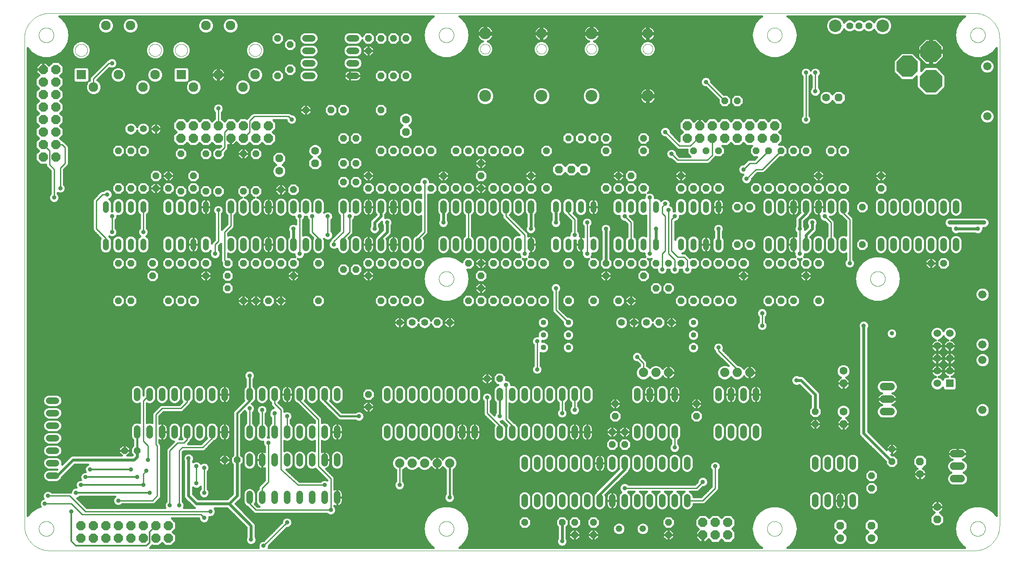
<source format=gbl>
G75*
%MOIN*%
%OFA0B0*%
%FSLAX25Y25*%
%IPPOS*%
%LPD*%
%AMOC8*
5,1,8,0,0,1.08239X$1,22.5*
%
%ADD10C,0.00001*%
%ADD11C,0.00000*%
%ADD12C,0.05200*%
%ADD13OC8,0.05200*%
%ADD14C,0.05200*%
%ADD15OC8,0.07400*%
%ADD16R,0.07677X0.07677*%
%ADD17C,0.07677*%
%ADD18OC8,0.17000*%
%ADD19OC8,0.18000*%
%ADD20OC8,0.06300*%
%ADD21C,0.06300*%
%ADD22C,0.06000*%
%ADD23C,0.06600*%
%ADD24C,0.04756*%
%ADD25C,0.08268*%
%ADD26C,0.09449*%
%ADD27OC8,0.04756*%
%ADD28C,0.07400*%
%ADD29C,0.05512*%
%ADD30C,0.04400*%
%ADD31C,0.05600*%
%ADD32C,0.10000*%
%ADD33C,0.06000*%
%ADD34R,0.06000X0.06000*%
%ADD35C,0.03562*%
%ADD36C,0.01600*%
%ADD37C,0.01000*%
%ADD38C,0.02400*%
%ADD39C,0.03200*%
%ADD40C,0.01200*%
D10*
X0001800Y0411800D02*
X0001806Y0412283D01*
X0001823Y0412766D01*
X0001853Y0413248D01*
X0001893Y0413730D01*
X0001946Y0414210D01*
X0002010Y0414689D01*
X0002085Y0415167D01*
X0002173Y0415642D01*
X0002271Y0416115D01*
X0002381Y0416586D01*
X0002502Y0417054D01*
X0002635Y0417519D01*
X0002779Y0417980D01*
X0002934Y0418438D01*
X0003100Y0418892D01*
X0003276Y0419342D01*
X0003464Y0419787D01*
X0003662Y0420228D01*
X0003871Y0420664D01*
X0004091Y0421094D01*
X0004321Y0421520D01*
X0004561Y0421939D01*
X0004811Y0422353D01*
X0005071Y0422760D01*
X0005340Y0423161D01*
X0005620Y0423556D01*
X0005908Y0423943D01*
X0006206Y0424324D01*
X0006514Y0424697D01*
X0006830Y0425062D01*
X0007155Y0425420D01*
X0007488Y0425770D01*
X0007830Y0426112D01*
X0008180Y0426445D01*
X0008538Y0426770D01*
X0008903Y0427086D01*
X0009276Y0427394D01*
X0009657Y0427692D01*
X0010044Y0427980D01*
X0010439Y0428260D01*
X0010840Y0428529D01*
X0011247Y0428789D01*
X0011661Y0429039D01*
X0012080Y0429279D01*
X0012506Y0429509D01*
X0012936Y0429729D01*
X0013372Y0429938D01*
X0013813Y0430136D01*
X0014258Y0430324D01*
X0014708Y0430500D01*
X0015162Y0430666D01*
X0015620Y0430821D01*
X0016081Y0430965D01*
X0016546Y0431098D01*
X0017014Y0431219D01*
X0017485Y0431329D01*
X0017958Y0431427D01*
X0018433Y0431515D01*
X0018911Y0431590D01*
X0019390Y0431654D01*
X0019870Y0431707D01*
X0020352Y0431747D01*
X0020834Y0431777D01*
X0021317Y0431794D01*
X0021800Y0431800D01*
D11*
X0021800Y0001800D02*
X0761800Y0001800D01*
X0758394Y0019300D02*
X0758396Y0019453D01*
X0758402Y0019607D01*
X0758412Y0019760D01*
X0758426Y0019912D01*
X0758444Y0020065D01*
X0758466Y0020216D01*
X0758491Y0020367D01*
X0758521Y0020518D01*
X0758555Y0020668D01*
X0758592Y0020816D01*
X0758633Y0020964D01*
X0758678Y0021110D01*
X0758727Y0021256D01*
X0758780Y0021400D01*
X0758836Y0021542D01*
X0758896Y0021683D01*
X0758960Y0021823D01*
X0759027Y0021961D01*
X0759098Y0022097D01*
X0759173Y0022231D01*
X0759250Y0022363D01*
X0759332Y0022493D01*
X0759416Y0022621D01*
X0759504Y0022747D01*
X0759595Y0022870D01*
X0759689Y0022991D01*
X0759787Y0023109D01*
X0759887Y0023225D01*
X0759991Y0023338D01*
X0760097Y0023449D01*
X0760206Y0023557D01*
X0760318Y0023662D01*
X0760432Y0023763D01*
X0760550Y0023862D01*
X0760669Y0023958D01*
X0760791Y0024051D01*
X0760916Y0024140D01*
X0761043Y0024227D01*
X0761172Y0024309D01*
X0761303Y0024389D01*
X0761436Y0024465D01*
X0761571Y0024538D01*
X0761708Y0024607D01*
X0761847Y0024672D01*
X0761987Y0024734D01*
X0762129Y0024792D01*
X0762272Y0024847D01*
X0762417Y0024898D01*
X0762563Y0024945D01*
X0762710Y0024988D01*
X0762858Y0025027D01*
X0763007Y0025063D01*
X0763157Y0025094D01*
X0763308Y0025122D01*
X0763459Y0025146D01*
X0763612Y0025166D01*
X0763764Y0025182D01*
X0763917Y0025194D01*
X0764070Y0025202D01*
X0764223Y0025206D01*
X0764377Y0025206D01*
X0764530Y0025202D01*
X0764683Y0025194D01*
X0764836Y0025182D01*
X0764988Y0025166D01*
X0765141Y0025146D01*
X0765292Y0025122D01*
X0765443Y0025094D01*
X0765593Y0025063D01*
X0765742Y0025027D01*
X0765890Y0024988D01*
X0766037Y0024945D01*
X0766183Y0024898D01*
X0766328Y0024847D01*
X0766471Y0024792D01*
X0766613Y0024734D01*
X0766753Y0024672D01*
X0766892Y0024607D01*
X0767029Y0024538D01*
X0767164Y0024465D01*
X0767297Y0024389D01*
X0767428Y0024309D01*
X0767557Y0024227D01*
X0767684Y0024140D01*
X0767809Y0024051D01*
X0767931Y0023958D01*
X0768050Y0023862D01*
X0768168Y0023763D01*
X0768282Y0023662D01*
X0768394Y0023557D01*
X0768503Y0023449D01*
X0768609Y0023338D01*
X0768713Y0023225D01*
X0768813Y0023109D01*
X0768911Y0022991D01*
X0769005Y0022870D01*
X0769096Y0022747D01*
X0769184Y0022621D01*
X0769268Y0022493D01*
X0769350Y0022363D01*
X0769427Y0022231D01*
X0769502Y0022097D01*
X0769573Y0021961D01*
X0769640Y0021823D01*
X0769704Y0021683D01*
X0769764Y0021542D01*
X0769820Y0021400D01*
X0769873Y0021256D01*
X0769922Y0021110D01*
X0769967Y0020964D01*
X0770008Y0020816D01*
X0770045Y0020668D01*
X0770079Y0020518D01*
X0770109Y0020367D01*
X0770134Y0020216D01*
X0770156Y0020065D01*
X0770174Y0019912D01*
X0770188Y0019760D01*
X0770198Y0019607D01*
X0770204Y0019453D01*
X0770206Y0019300D01*
X0770204Y0019147D01*
X0770198Y0018993D01*
X0770188Y0018840D01*
X0770174Y0018688D01*
X0770156Y0018535D01*
X0770134Y0018384D01*
X0770109Y0018233D01*
X0770079Y0018082D01*
X0770045Y0017932D01*
X0770008Y0017784D01*
X0769967Y0017636D01*
X0769922Y0017490D01*
X0769873Y0017344D01*
X0769820Y0017200D01*
X0769764Y0017058D01*
X0769704Y0016917D01*
X0769640Y0016777D01*
X0769573Y0016639D01*
X0769502Y0016503D01*
X0769427Y0016369D01*
X0769350Y0016237D01*
X0769268Y0016107D01*
X0769184Y0015979D01*
X0769096Y0015853D01*
X0769005Y0015730D01*
X0768911Y0015609D01*
X0768813Y0015491D01*
X0768713Y0015375D01*
X0768609Y0015262D01*
X0768503Y0015151D01*
X0768394Y0015043D01*
X0768282Y0014938D01*
X0768168Y0014837D01*
X0768050Y0014738D01*
X0767931Y0014642D01*
X0767809Y0014549D01*
X0767684Y0014460D01*
X0767557Y0014373D01*
X0767428Y0014291D01*
X0767297Y0014211D01*
X0767164Y0014135D01*
X0767029Y0014062D01*
X0766892Y0013993D01*
X0766753Y0013928D01*
X0766613Y0013866D01*
X0766471Y0013808D01*
X0766328Y0013753D01*
X0766183Y0013702D01*
X0766037Y0013655D01*
X0765890Y0013612D01*
X0765742Y0013573D01*
X0765593Y0013537D01*
X0765443Y0013506D01*
X0765292Y0013478D01*
X0765141Y0013454D01*
X0764988Y0013434D01*
X0764836Y0013418D01*
X0764683Y0013406D01*
X0764530Y0013398D01*
X0764377Y0013394D01*
X0764223Y0013394D01*
X0764070Y0013398D01*
X0763917Y0013406D01*
X0763764Y0013418D01*
X0763612Y0013434D01*
X0763459Y0013454D01*
X0763308Y0013478D01*
X0763157Y0013506D01*
X0763007Y0013537D01*
X0762858Y0013573D01*
X0762710Y0013612D01*
X0762563Y0013655D01*
X0762417Y0013702D01*
X0762272Y0013753D01*
X0762129Y0013808D01*
X0761987Y0013866D01*
X0761847Y0013928D01*
X0761708Y0013993D01*
X0761571Y0014062D01*
X0761436Y0014135D01*
X0761303Y0014211D01*
X0761172Y0014291D01*
X0761043Y0014373D01*
X0760916Y0014460D01*
X0760791Y0014549D01*
X0760669Y0014642D01*
X0760550Y0014738D01*
X0760432Y0014837D01*
X0760318Y0014938D01*
X0760206Y0015043D01*
X0760097Y0015151D01*
X0759991Y0015262D01*
X0759887Y0015375D01*
X0759787Y0015491D01*
X0759689Y0015609D01*
X0759595Y0015730D01*
X0759504Y0015853D01*
X0759416Y0015979D01*
X0759332Y0016107D01*
X0759250Y0016237D01*
X0759173Y0016369D01*
X0759098Y0016503D01*
X0759027Y0016639D01*
X0758960Y0016777D01*
X0758896Y0016917D01*
X0758836Y0017058D01*
X0758780Y0017200D01*
X0758727Y0017344D01*
X0758678Y0017490D01*
X0758633Y0017636D01*
X0758592Y0017784D01*
X0758555Y0017932D01*
X0758521Y0018082D01*
X0758491Y0018233D01*
X0758466Y0018384D01*
X0758444Y0018535D01*
X0758426Y0018688D01*
X0758412Y0018840D01*
X0758402Y0018993D01*
X0758396Y0019147D01*
X0758394Y0019300D01*
X0761800Y0001800D02*
X0762283Y0001806D01*
X0762766Y0001823D01*
X0763249Y0001853D01*
X0763730Y0001893D01*
X0764211Y0001946D01*
X0764690Y0002010D01*
X0765167Y0002085D01*
X0765643Y0002173D01*
X0766116Y0002271D01*
X0766586Y0002381D01*
X0767054Y0002502D01*
X0767519Y0002635D01*
X0767980Y0002779D01*
X0768438Y0002934D01*
X0768892Y0003100D01*
X0769342Y0003277D01*
X0769787Y0003464D01*
X0770228Y0003663D01*
X0770664Y0003871D01*
X0771094Y0004091D01*
X0771520Y0004321D01*
X0771939Y0004561D01*
X0772353Y0004811D01*
X0772760Y0005071D01*
X0773161Y0005340D01*
X0773556Y0005620D01*
X0773943Y0005908D01*
X0774324Y0006207D01*
X0774697Y0006514D01*
X0775062Y0006830D01*
X0775420Y0007155D01*
X0775770Y0007488D01*
X0776112Y0007830D01*
X0776445Y0008180D01*
X0776770Y0008538D01*
X0777086Y0008903D01*
X0777393Y0009276D01*
X0777692Y0009657D01*
X0777980Y0010044D01*
X0778260Y0010439D01*
X0778529Y0010840D01*
X0778789Y0011247D01*
X0779039Y0011661D01*
X0779279Y0012080D01*
X0779509Y0012506D01*
X0779729Y0012936D01*
X0779937Y0013372D01*
X0780136Y0013813D01*
X0780323Y0014258D01*
X0780500Y0014708D01*
X0780666Y0015162D01*
X0780821Y0015620D01*
X0780965Y0016081D01*
X0781098Y0016546D01*
X0781219Y0017014D01*
X0781329Y0017484D01*
X0781427Y0017957D01*
X0781515Y0018433D01*
X0781590Y0018910D01*
X0781654Y0019389D01*
X0781707Y0019870D01*
X0781747Y0020351D01*
X0781777Y0020834D01*
X0781794Y0021317D01*
X0781800Y0021800D01*
X0781800Y0411800D01*
X0758394Y0414300D02*
X0758396Y0414453D01*
X0758402Y0414607D01*
X0758412Y0414760D01*
X0758426Y0414912D01*
X0758444Y0415065D01*
X0758466Y0415216D01*
X0758491Y0415367D01*
X0758521Y0415518D01*
X0758555Y0415668D01*
X0758592Y0415816D01*
X0758633Y0415964D01*
X0758678Y0416110D01*
X0758727Y0416256D01*
X0758780Y0416400D01*
X0758836Y0416542D01*
X0758896Y0416683D01*
X0758960Y0416823D01*
X0759027Y0416961D01*
X0759098Y0417097D01*
X0759173Y0417231D01*
X0759250Y0417363D01*
X0759332Y0417493D01*
X0759416Y0417621D01*
X0759504Y0417747D01*
X0759595Y0417870D01*
X0759689Y0417991D01*
X0759787Y0418109D01*
X0759887Y0418225D01*
X0759991Y0418338D01*
X0760097Y0418449D01*
X0760206Y0418557D01*
X0760318Y0418662D01*
X0760432Y0418763D01*
X0760550Y0418862D01*
X0760669Y0418958D01*
X0760791Y0419051D01*
X0760916Y0419140D01*
X0761043Y0419227D01*
X0761172Y0419309D01*
X0761303Y0419389D01*
X0761436Y0419465D01*
X0761571Y0419538D01*
X0761708Y0419607D01*
X0761847Y0419672D01*
X0761987Y0419734D01*
X0762129Y0419792D01*
X0762272Y0419847D01*
X0762417Y0419898D01*
X0762563Y0419945D01*
X0762710Y0419988D01*
X0762858Y0420027D01*
X0763007Y0420063D01*
X0763157Y0420094D01*
X0763308Y0420122D01*
X0763459Y0420146D01*
X0763612Y0420166D01*
X0763764Y0420182D01*
X0763917Y0420194D01*
X0764070Y0420202D01*
X0764223Y0420206D01*
X0764377Y0420206D01*
X0764530Y0420202D01*
X0764683Y0420194D01*
X0764836Y0420182D01*
X0764988Y0420166D01*
X0765141Y0420146D01*
X0765292Y0420122D01*
X0765443Y0420094D01*
X0765593Y0420063D01*
X0765742Y0420027D01*
X0765890Y0419988D01*
X0766037Y0419945D01*
X0766183Y0419898D01*
X0766328Y0419847D01*
X0766471Y0419792D01*
X0766613Y0419734D01*
X0766753Y0419672D01*
X0766892Y0419607D01*
X0767029Y0419538D01*
X0767164Y0419465D01*
X0767297Y0419389D01*
X0767428Y0419309D01*
X0767557Y0419227D01*
X0767684Y0419140D01*
X0767809Y0419051D01*
X0767931Y0418958D01*
X0768050Y0418862D01*
X0768168Y0418763D01*
X0768282Y0418662D01*
X0768394Y0418557D01*
X0768503Y0418449D01*
X0768609Y0418338D01*
X0768713Y0418225D01*
X0768813Y0418109D01*
X0768911Y0417991D01*
X0769005Y0417870D01*
X0769096Y0417747D01*
X0769184Y0417621D01*
X0769268Y0417493D01*
X0769350Y0417363D01*
X0769427Y0417231D01*
X0769502Y0417097D01*
X0769573Y0416961D01*
X0769640Y0416823D01*
X0769704Y0416683D01*
X0769764Y0416542D01*
X0769820Y0416400D01*
X0769873Y0416256D01*
X0769922Y0416110D01*
X0769967Y0415964D01*
X0770008Y0415816D01*
X0770045Y0415668D01*
X0770079Y0415518D01*
X0770109Y0415367D01*
X0770134Y0415216D01*
X0770156Y0415065D01*
X0770174Y0414912D01*
X0770188Y0414760D01*
X0770198Y0414607D01*
X0770204Y0414453D01*
X0770206Y0414300D01*
X0770204Y0414147D01*
X0770198Y0413993D01*
X0770188Y0413840D01*
X0770174Y0413688D01*
X0770156Y0413535D01*
X0770134Y0413384D01*
X0770109Y0413233D01*
X0770079Y0413082D01*
X0770045Y0412932D01*
X0770008Y0412784D01*
X0769967Y0412636D01*
X0769922Y0412490D01*
X0769873Y0412344D01*
X0769820Y0412200D01*
X0769764Y0412058D01*
X0769704Y0411917D01*
X0769640Y0411777D01*
X0769573Y0411639D01*
X0769502Y0411503D01*
X0769427Y0411369D01*
X0769350Y0411237D01*
X0769268Y0411107D01*
X0769184Y0410979D01*
X0769096Y0410853D01*
X0769005Y0410730D01*
X0768911Y0410609D01*
X0768813Y0410491D01*
X0768713Y0410375D01*
X0768609Y0410262D01*
X0768503Y0410151D01*
X0768394Y0410043D01*
X0768282Y0409938D01*
X0768168Y0409837D01*
X0768050Y0409738D01*
X0767931Y0409642D01*
X0767809Y0409549D01*
X0767684Y0409460D01*
X0767557Y0409373D01*
X0767428Y0409291D01*
X0767297Y0409211D01*
X0767164Y0409135D01*
X0767029Y0409062D01*
X0766892Y0408993D01*
X0766753Y0408928D01*
X0766613Y0408866D01*
X0766471Y0408808D01*
X0766328Y0408753D01*
X0766183Y0408702D01*
X0766037Y0408655D01*
X0765890Y0408612D01*
X0765742Y0408573D01*
X0765593Y0408537D01*
X0765443Y0408506D01*
X0765292Y0408478D01*
X0765141Y0408454D01*
X0764988Y0408434D01*
X0764836Y0408418D01*
X0764683Y0408406D01*
X0764530Y0408398D01*
X0764377Y0408394D01*
X0764223Y0408394D01*
X0764070Y0408398D01*
X0763917Y0408406D01*
X0763764Y0408418D01*
X0763612Y0408434D01*
X0763459Y0408454D01*
X0763308Y0408478D01*
X0763157Y0408506D01*
X0763007Y0408537D01*
X0762858Y0408573D01*
X0762710Y0408612D01*
X0762563Y0408655D01*
X0762417Y0408702D01*
X0762272Y0408753D01*
X0762129Y0408808D01*
X0761987Y0408866D01*
X0761847Y0408928D01*
X0761708Y0408993D01*
X0761571Y0409062D01*
X0761436Y0409135D01*
X0761303Y0409211D01*
X0761172Y0409291D01*
X0761043Y0409373D01*
X0760916Y0409460D01*
X0760791Y0409549D01*
X0760669Y0409642D01*
X0760550Y0409738D01*
X0760432Y0409837D01*
X0760318Y0409938D01*
X0760206Y0410043D01*
X0760097Y0410151D01*
X0759991Y0410262D01*
X0759887Y0410375D01*
X0759787Y0410491D01*
X0759689Y0410609D01*
X0759595Y0410730D01*
X0759504Y0410853D01*
X0759416Y0410979D01*
X0759332Y0411107D01*
X0759250Y0411237D01*
X0759173Y0411369D01*
X0759098Y0411503D01*
X0759027Y0411639D01*
X0758960Y0411777D01*
X0758896Y0411917D01*
X0758836Y0412058D01*
X0758780Y0412200D01*
X0758727Y0412344D01*
X0758678Y0412490D01*
X0758633Y0412636D01*
X0758592Y0412784D01*
X0758555Y0412932D01*
X0758521Y0413082D01*
X0758491Y0413233D01*
X0758466Y0413384D01*
X0758444Y0413535D01*
X0758426Y0413688D01*
X0758412Y0413840D01*
X0758402Y0413993D01*
X0758396Y0414147D01*
X0758394Y0414300D01*
X0761800Y0431800D02*
X0762283Y0431794D01*
X0762766Y0431777D01*
X0763249Y0431747D01*
X0763730Y0431707D01*
X0764211Y0431654D01*
X0764690Y0431590D01*
X0765167Y0431515D01*
X0765643Y0431427D01*
X0766116Y0431329D01*
X0766586Y0431219D01*
X0767054Y0431098D01*
X0767519Y0430965D01*
X0767980Y0430821D01*
X0768438Y0430666D01*
X0768892Y0430500D01*
X0769342Y0430323D01*
X0769787Y0430136D01*
X0770228Y0429937D01*
X0770664Y0429729D01*
X0771094Y0429509D01*
X0771520Y0429279D01*
X0771939Y0429039D01*
X0772353Y0428789D01*
X0772760Y0428529D01*
X0773161Y0428260D01*
X0773556Y0427980D01*
X0773943Y0427692D01*
X0774324Y0427393D01*
X0774697Y0427086D01*
X0775062Y0426770D01*
X0775420Y0426445D01*
X0775770Y0426112D01*
X0776112Y0425770D01*
X0776445Y0425420D01*
X0776770Y0425062D01*
X0777086Y0424697D01*
X0777393Y0424324D01*
X0777692Y0423943D01*
X0777980Y0423556D01*
X0778260Y0423161D01*
X0778529Y0422760D01*
X0778789Y0422353D01*
X0779039Y0421939D01*
X0779279Y0421520D01*
X0779509Y0421094D01*
X0779729Y0420664D01*
X0779937Y0420228D01*
X0780136Y0419787D01*
X0780323Y0419342D01*
X0780500Y0418892D01*
X0780666Y0418438D01*
X0780821Y0417980D01*
X0780965Y0417519D01*
X0781098Y0417054D01*
X0781219Y0416586D01*
X0781329Y0416116D01*
X0781427Y0415643D01*
X0781515Y0415167D01*
X0781590Y0414690D01*
X0781654Y0414211D01*
X0781707Y0413730D01*
X0781747Y0413249D01*
X0781777Y0412766D01*
X0781794Y0412283D01*
X0781800Y0411800D01*
X0761800Y0431800D02*
X0021800Y0431800D01*
X0013394Y0414300D02*
X0013396Y0414453D01*
X0013402Y0414607D01*
X0013412Y0414760D01*
X0013426Y0414912D01*
X0013444Y0415065D01*
X0013466Y0415216D01*
X0013491Y0415367D01*
X0013521Y0415518D01*
X0013555Y0415668D01*
X0013592Y0415816D01*
X0013633Y0415964D01*
X0013678Y0416110D01*
X0013727Y0416256D01*
X0013780Y0416400D01*
X0013836Y0416542D01*
X0013896Y0416683D01*
X0013960Y0416823D01*
X0014027Y0416961D01*
X0014098Y0417097D01*
X0014173Y0417231D01*
X0014250Y0417363D01*
X0014332Y0417493D01*
X0014416Y0417621D01*
X0014504Y0417747D01*
X0014595Y0417870D01*
X0014689Y0417991D01*
X0014787Y0418109D01*
X0014887Y0418225D01*
X0014991Y0418338D01*
X0015097Y0418449D01*
X0015206Y0418557D01*
X0015318Y0418662D01*
X0015432Y0418763D01*
X0015550Y0418862D01*
X0015669Y0418958D01*
X0015791Y0419051D01*
X0015916Y0419140D01*
X0016043Y0419227D01*
X0016172Y0419309D01*
X0016303Y0419389D01*
X0016436Y0419465D01*
X0016571Y0419538D01*
X0016708Y0419607D01*
X0016847Y0419672D01*
X0016987Y0419734D01*
X0017129Y0419792D01*
X0017272Y0419847D01*
X0017417Y0419898D01*
X0017563Y0419945D01*
X0017710Y0419988D01*
X0017858Y0420027D01*
X0018007Y0420063D01*
X0018157Y0420094D01*
X0018308Y0420122D01*
X0018459Y0420146D01*
X0018612Y0420166D01*
X0018764Y0420182D01*
X0018917Y0420194D01*
X0019070Y0420202D01*
X0019223Y0420206D01*
X0019377Y0420206D01*
X0019530Y0420202D01*
X0019683Y0420194D01*
X0019836Y0420182D01*
X0019988Y0420166D01*
X0020141Y0420146D01*
X0020292Y0420122D01*
X0020443Y0420094D01*
X0020593Y0420063D01*
X0020742Y0420027D01*
X0020890Y0419988D01*
X0021037Y0419945D01*
X0021183Y0419898D01*
X0021328Y0419847D01*
X0021471Y0419792D01*
X0021613Y0419734D01*
X0021753Y0419672D01*
X0021892Y0419607D01*
X0022029Y0419538D01*
X0022164Y0419465D01*
X0022297Y0419389D01*
X0022428Y0419309D01*
X0022557Y0419227D01*
X0022684Y0419140D01*
X0022809Y0419051D01*
X0022931Y0418958D01*
X0023050Y0418862D01*
X0023168Y0418763D01*
X0023282Y0418662D01*
X0023394Y0418557D01*
X0023503Y0418449D01*
X0023609Y0418338D01*
X0023713Y0418225D01*
X0023813Y0418109D01*
X0023911Y0417991D01*
X0024005Y0417870D01*
X0024096Y0417747D01*
X0024184Y0417621D01*
X0024268Y0417493D01*
X0024350Y0417363D01*
X0024427Y0417231D01*
X0024502Y0417097D01*
X0024573Y0416961D01*
X0024640Y0416823D01*
X0024704Y0416683D01*
X0024764Y0416542D01*
X0024820Y0416400D01*
X0024873Y0416256D01*
X0024922Y0416110D01*
X0024967Y0415964D01*
X0025008Y0415816D01*
X0025045Y0415668D01*
X0025079Y0415518D01*
X0025109Y0415367D01*
X0025134Y0415216D01*
X0025156Y0415065D01*
X0025174Y0414912D01*
X0025188Y0414760D01*
X0025198Y0414607D01*
X0025204Y0414453D01*
X0025206Y0414300D01*
X0025204Y0414147D01*
X0025198Y0413993D01*
X0025188Y0413840D01*
X0025174Y0413688D01*
X0025156Y0413535D01*
X0025134Y0413384D01*
X0025109Y0413233D01*
X0025079Y0413082D01*
X0025045Y0412932D01*
X0025008Y0412784D01*
X0024967Y0412636D01*
X0024922Y0412490D01*
X0024873Y0412344D01*
X0024820Y0412200D01*
X0024764Y0412058D01*
X0024704Y0411917D01*
X0024640Y0411777D01*
X0024573Y0411639D01*
X0024502Y0411503D01*
X0024427Y0411369D01*
X0024350Y0411237D01*
X0024268Y0411107D01*
X0024184Y0410979D01*
X0024096Y0410853D01*
X0024005Y0410730D01*
X0023911Y0410609D01*
X0023813Y0410491D01*
X0023713Y0410375D01*
X0023609Y0410262D01*
X0023503Y0410151D01*
X0023394Y0410043D01*
X0023282Y0409938D01*
X0023168Y0409837D01*
X0023050Y0409738D01*
X0022931Y0409642D01*
X0022809Y0409549D01*
X0022684Y0409460D01*
X0022557Y0409373D01*
X0022428Y0409291D01*
X0022297Y0409211D01*
X0022164Y0409135D01*
X0022029Y0409062D01*
X0021892Y0408993D01*
X0021753Y0408928D01*
X0021613Y0408866D01*
X0021471Y0408808D01*
X0021328Y0408753D01*
X0021183Y0408702D01*
X0021037Y0408655D01*
X0020890Y0408612D01*
X0020742Y0408573D01*
X0020593Y0408537D01*
X0020443Y0408506D01*
X0020292Y0408478D01*
X0020141Y0408454D01*
X0019988Y0408434D01*
X0019836Y0408418D01*
X0019683Y0408406D01*
X0019530Y0408398D01*
X0019377Y0408394D01*
X0019223Y0408394D01*
X0019070Y0408398D01*
X0018917Y0408406D01*
X0018764Y0408418D01*
X0018612Y0408434D01*
X0018459Y0408454D01*
X0018308Y0408478D01*
X0018157Y0408506D01*
X0018007Y0408537D01*
X0017858Y0408573D01*
X0017710Y0408612D01*
X0017563Y0408655D01*
X0017417Y0408702D01*
X0017272Y0408753D01*
X0017129Y0408808D01*
X0016987Y0408866D01*
X0016847Y0408928D01*
X0016708Y0408993D01*
X0016571Y0409062D01*
X0016436Y0409135D01*
X0016303Y0409211D01*
X0016172Y0409291D01*
X0016043Y0409373D01*
X0015916Y0409460D01*
X0015791Y0409549D01*
X0015669Y0409642D01*
X0015550Y0409738D01*
X0015432Y0409837D01*
X0015318Y0409938D01*
X0015206Y0410043D01*
X0015097Y0410151D01*
X0014991Y0410262D01*
X0014887Y0410375D01*
X0014787Y0410491D01*
X0014689Y0410609D01*
X0014595Y0410730D01*
X0014504Y0410853D01*
X0014416Y0410979D01*
X0014332Y0411107D01*
X0014250Y0411237D01*
X0014173Y0411369D01*
X0014098Y0411503D01*
X0014027Y0411639D01*
X0013960Y0411777D01*
X0013896Y0411917D01*
X0013836Y0412058D01*
X0013780Y0412200D01*
X0013727Y0412344D01*
X0013678Y0412490D01*
X0013633Y0412636D01*
X0013592Y0412784D01*
X0013555Y0412932D01*
X0013521Y0413082D01*
X0013491Y0413233D01*
X0013466Y0413384D01*
X0013444Y0413535D01*
X0013426Y0413688D01*
X0013412Y0413840D01*
X0013402Y0413993D01*
X0013396Y0414147D01*
X0013394Y0414300D01*
X0001800Y0411800D02*
X0001800Y0021800D01*
X0013394Y0019300D02*
X0013396Y0019453D01*
X0013402Y0019607D01*
X0013412Y0019760D01*
X0013426Y0019912D01*
X0013444Y0020065D01*
X0013466Y0020216D01*
X0013491Y0020367D01*
X0013521Y0020518D01*
X0013555Y0020668D01*
X0013592Y0020816D01*
X0013633Y0020964D01*
X0013678Y0021110D01*
X0013727Y0021256D01*
X0013780Y0021400D01*
X0013836Y0021542D01*
X0013896Y0021683D01*
X0013960Y0021823D01*
X0014027Y0021961D01*
X0014098Y0022097D01*
X0014173Y0022231D01*
X0014250Y0022363D01*
X0014332Y0022493D01*
X0014416Y0022621D01*
X0014504Y0022747D01*
X0014595Y0022870D01*
X0014689Y0022991D01*
X0014787Y0023109D01*
X0014887Y0023225D01*
X0014991Y0023338D01*
X0015097Y0023449D01*
X0015206Y0023557D01*
X0015318Y0023662D01*
X0015432Y0023763D01*
X0015550Y0023862D01*
X0015669Y0023958D01*
X0015791Y0024051D01*
X0015916Y0024140D01*
X0016043Y0024227D01*
X0016172Y0024309D01*
X0016303Y0024389D01*
X0016436Y0024465D01*
X0016571Y0024538D01*
X0016708Y0024607D01*
X0016847Y0024672D01*
X0016987Y0024734D01*
X0017129Y0024792D01*
X0017272Y0024847D01*
X0017417Y0024898D01*
X0017563Y0024945D01*
X0017710Y0024988D01*
X0017858Y0025027D01*
X0018007Y0025063D01*
X0018157Y0025094D01*
X0018308Y0025122D01*
X0018459Y0025146D01*
X0018612Y0025166D01*
X0018764Y0025182D01*
X0018917Y0025194D01*
X0019070Y0025202D01*
X0019223Y0025206D01*
X0019377Y0025206D01*
X0019530Y0025202D01*
X0019683Y0025194D01*
X0019836Y0025182D01*
X0019988Y0025166D01*
X0020141Y0025146D01*
X0020292Y0025122D01*
X0020443Y0025094D01*
X0020593Y0025063D01*
X0020742Y0025027D01*
X0020890Y0024988D01*
X0021037Y0024945D01*
X0021183Y0024898D01*
X0021328Y0024847D01*
X0021471Y0024792D01*
X0021613Y0024734D01*
X0021753Y0024672D01*
X0021892Y0024607D01*
X0022029Y0024538D01*
X0022164Y0024465D01*
X0022297Y0024389D01*
X0022428Y0024309D01*
X0022557Y0024227D01*
X0022684Y0024140D01*
X0022809Y0024051D01*
X0022931Y0023958D01*
X0023050Y0023862D01*
X0023168Y0023763D01*
X0023282Y0023662D01*
X0023394Y0023557D01*
X0023503Y0023449D01*
X0023609Y0023338D01*
X0023713Y0023225D01*
X0023813Y0023109D01*
X0023911Y0022991D01*
X0024005Y0022870D01*
X0024096Y0022747D01*
X0024184Y0022621D01*
X0024268Y0022493D01*
X0024350Y0022363D01*
X0024427Y0022231D01*
X0024502Y0022097D01*
X0024573Y0021961D01*
X0024640Y0021823D01*
X0024704Y0021683D01*
X0024764Y0021542D01*
X0024820Y0021400D01*
X0024873Y0021256D01*
X0024922Y0021110D01*
X0024967Y0020964D01*
X0025008Y0020816D01*
X0025045Y0020668D01*
X0025079Y0020518D01*
X0025109Y0020367D01*
X0025134Y0020216D01*
X0025156Y0020065D01*
X0025174Y0019912D01*
X0025188Y0019760D01*
X0025198Y0019607D01*
X0025204Y0019453D01*
X0025206Y0019300D01*
X0025204Y0019147D01*
X0025198Y0018993D01*
X0025188Y0018840D01*
X0025174Y0018688D01*
X0025156Y0018535D01*
X0025134Y0018384D01*
X0025109Y0018233D01*
X0025079Y0018082D01*
X0025045Y0017932D01*
X0025008Y0017784D01*
X0024967Y0017636D01*
X0024922Y0017490D01*
X0024873Y0017344D01*
X0024820Y0017200D01*
X0024764Y0017058D01*
X0024704Y0016917D01*
X0024640Y0016777D01*
X0024573Y0016639D01*
X0024502Y0016503D01*
X0024427Y0016369D01*
X0024350Y0016237D01*
X0024268Y0016107D01*
X0024184Y0015979D01*
X0024096Y0015853D01*
X0024005Y0015730D01*
X0023911Y0015609D01*
X0023813Y0015491D01*
X0023713Y0015375D01*
X0023609Y0015262D01*
X0023503Y0015151D01*
X0023394Y0015043D01*
X0023282Y0014938D01*
X0023168Y0014837D01*
X0023050Y0014738D01*
X0022931Y0014642D01*
X0022809Y0014549D01*
X0022684Y0014460D01*
X0022557Y0014373D01*
X0022428Y0014291D01*
X0022297Y0014211D01*
X0022164Y0014135D01*
X0022029Y0014062D01*
X0021892Y0013993D01*
X0021753Y0013928D01*
X0021613Y0013866D01*
X0021471Y0013808D01*
X0021328Y0013753D01*
X0021183Y0013702D01*
X0021037Y0013655D01*
X0020890Y0013612D01*
X0020742Y0013573D01*
X0020593Y0013537D01*
X0020443Y0013506D01*
X0020292Y0013478D01*
X0020141Y0013454D01*
X0019988Y0013434D01*
X0019836Y0013418D01*
X0019683Y0013406D01*
X0019530Y0013398D01*
X0019377Y0013394D01*
X0019223Y0013394D01*
X0019070Y0013398D01*
X0018917Y0013406D01*
X0018764Y0013418D01*
X0018612Y0013434D01*
X0018459Y0013454D01*
X0018308Y0013478D01*
X0018157Y0013506D01*
X0018007Y0013537D01*
X0017858Y0013573D01*
X0017710Y0013612D01*
X0017563Y0013655D01*
X0017417Y0013702D01*
X0017272Y0013753D01*
X0017129Y0013808D01*
X0016987Y0013866D01*
X0016847Y0013928D01*
X0016708Y0013993D01*
X0016571Y0014062D01*
X0016436Y0014135D01*
X0016303Y0014211D01*
X0016172Y0014291D01*
X0016043Y0014373D01*
X0015916Y0014460D01*
X0015791Y0014549D01*
X0015669Y0014642D01*
X0015550Y0014738D01*
X0015432Y0014837D01*
X0015318Y0014938D01*
X0015206Y0015043D01*
X0015097Y0015151D01*
X0014991Y0015262D01*
X0014887Y0015375D01*
X0014787Y0015491D01*
X0014689Y0015609D01*
X0014595Y0015730D01*
X0014504Y0015853D01*
X0014416Y0015979D01*
X0014332Y0016107D01*
X0014250Y0016237D01*
X0014173Y0016369D01*
X0014098Y0016503D01*
X0014027Y0016639D01*
X0013960Y0016777D01*
X0013896Y0016917D01*
X0013836Y0017058D01*
X0013780Y0017200D01*
X0013727Y0017344D01*
X0013678Y0017490D01*
X0013633Y0017636D01*
X0013592Y0017784D01*
X0013555Y0017932D01*
X0013521Y0018082D01*
X0013491Y0018233D01*
X0013466Y0018384D01*
X0013444Y0018535D01*
X0013426Y0018688D01*
X0013412Y0018840D01*
X0013402Y0018993D01*
X0013396Y0019147D01*
X0013394Y0019300D01*
X0001800Y0021800D02*
X0001806Y0021317D01*
X0001823Y0020834D01*
X0001853Y0020351D01*
X0001893Y0019870D01*
X0001946Y0019389D01*
X0002010Y0018910D01*
X0002085Y0018433D01*
X0002173Y0017957D01*
X0002271Y0017484D01*
X0002381Y0017014D01*
X0002502Y0016546D01*
X0002635Y0016081D01*
X0002779Y0015620D01*
X0002934Y0015162D01*
X0003100Y0014708D01*
X0003277Y0014258D01*
X0003464Y0013813D01*
X0003663Y0013372D01*
X0003871Y0012936D01*
X0004091Y0012506D01*
X0004321Y0012080D01*
X0004561Y0011661D01*
X0004811Y0011247D01*
X0005071Y0010840D01*
X0005340Y0010439D01*
X0005620Y0010044D01*
X0005908Y0009657D01*
X0006207Y0009276D01*
X0006514Y0008903D01*
X0006830Y0008538D01*
X0007155Y0008180D01*
X0007488Y0007830D01*
X0007830Y0007488D01*
X0008180Y0007155D01*
X0008538Y0006830D01*
X0008903Y0006514D01*
X0009276Y0006207D01*
X0009657Y0005908D01*
X0010044Y0005620D01*
X0010439Y0005340D01*
X0010840Y0005071D01*
X0011247Y0004811D01*
X0011661Y0004561D01*
X0012080Y0004321D01*
X0012506Y0004091D01*
X0012936Y0003871D01*
X0013372Y0003663D01*
X0013813Y0003464D01*
X0014258Y0003277D01*
X0014708Y0003100D01*
X0015162Y0002934D01*
X0015620Y0002779D01*
X0016081Y0002635D01*
X0016546Y0002502D01*
X0017014Y0002381D01*
X0017484Y0002271D01*
X0017957Y0002173D01*
X0018433Y0002085D01*
X0018910Y0002010D01*
X0019389Y0001946D01*
X0019870Y0001893D01*
X0020351Y0001853D01*
X0020834Y0001823D01*
X0021317Y0001806D01*
X0021800Y0001800D01*
X0333394Y0019300D02*
X0333396Y0019453D01*
X0333402Y0019607D01*
X0333412Y0019760D01*
X0333426Y0019912D01*
X0333444Y0020065D01*
X0333466Y0020216D01*
X0333491Y0020367D01*
X0333521Y0020518D01*
X0333555Y0020668D01*
X0333592Y0020816D01*
X0333633Y0020964D01*
X0333678Y0021110D01*
X0333727Y0021256D01*
X0333780Y0021400D01*
X0333836Y0021542D01*
X0333896Y0021683D01*
X0333960Y0021823D01*
X0334027Y0021961D01*
X0334098Y0022097D01*
X0334173Y0022231D01*
X0334250Y0022363D01*
X0334332Y0022493D01*
X0334416Y0022621D01*
X0334504Y0022747D01*
X0334595Y0022870D01*
X0334689Y0022991D01*
X0334787Y0023109D01*
X0334887Y0023225D01*
X0334991Y0023338D01*
X0335097Y0023449D01*
X0335206Y0023557D01*
X0335318Y0023662D01*
X0335432Y0023763D01*
X0335550Y0023862D01*
X0335669Y0023958D01*
X0335791Y0024051D01*
X0335916Y0024140D01*
X0336043Y0024227D01*
X0336172Y0024309D01*
X0336303Y0024389D01*
X0336436Y0024465D01*
X0336571Y0024538D01*
X0336708Y0024607D01*
X0336847Y0024672D01*
X0336987Y0024734D01*
X0337129Y0024792D01*
X0337272Y0024847D01*
X0337417Y0024898D01*
X0337563Y0024945D01*
X0337710Y0024988D01*
X0337858Y0025027D01*
X0338007Y0025063D01*
X0338157Y0025094D01*
X0338308Y0025122D01*
X0338459Y0025146D01*
X0338612Y0025166D01*
X0338764Y0025182D01*
X0338917Y0025194D01*
X0339070Y0025202D01*
X0339223Y0025206D01*
X0339377Y0025206D01*
X0339530Y0025202D01*
X0339683Y0025194D01*
X0339836Y0025182D01*
X0339988Y0025166D01*
X0340141Y0025146D01*
X0340292Y0025122D01*
X0340443Y0025094D01*
X0340593Y0025063D01*
X0340742Y0025027D01*
X0340890Y0024988D01*
X0341037Y0024945D01*
X0341183Y0024898D01*
X0341328Y0024847D01*
X0341471Y0024792D01*
X0341613Y0024734D01*
X0341753Y0024672D01*
X0341892Y0024607D01*
X0342029Y0024538D01*
X0342164Y0024465D01*
X0342297Y0024389D01*
X0342428Y0024309D01*
X0342557Y0024227D01*
X0342684Y0024140D01*
X0342809Y0024051D01*
X0342931Y0023958D01*
X0343050Y0023862D01*
X0343168Y0023763D01*
X0343282Y0023662D01*
X0343394Y0023557D01*
X0343503Y0023449D01*
X0343609Y0023338D01*
X0343713Y0023225D01*
X0343813Y0023109D01*
X0343911Y0022991D01*
X0344005Y0022870D01*
X0344096Y0022747D01*
X0344184Y0022621D01*
X0344268Y0022493D01*
X0344350Y0022363D01*
X0344427Y0022231D01*
X0344502Y0022097D01*
X0344573Y0021961D01*
X0344640Y0021823D01*
X0344704Y0021683D01*
X0344764Y0021542D01*
X0344820Y0021400D01*
X0344873Y0021256D01*
X0344922Y0021110D01*
X0344967Y0020964D01*
X0345008Y0020816D01*
X0345045Y0020668D01*
X0345079Y0020518D01*
X0345109Y0020367D01*
X0345134Y0020216D01*
X0345156Y0020065D01*
X0345174Y0019912D01*
X0345188Y0019760D01*
X0345198Y0019607D01*
X0345204Y0019453D01*
X0345206Y0019300D01*
X0345204Y0019147D01*
X0345198Y0018993D01*
X0345188Y0018840D01*
X0345174Y0018688D01*
X0345156Y0018535D01*
X0345134Y0018384D01*
X0345109Y0018233D01*
X0345079Y0018082D01*
X0345045Y0017932D01*
X0345008Y0017784D01*
X0344967Y0017636D01*
X0344922Y0017490D01*
X0344873Y0017344D01*
X0344820Y0017200D01*
X0344764Y0017058D01*
X0344704Y0016917D01*
X0344640Y0016777D01*
X0344573Y0016639D01*
X0344502Y0016503D01*
X0344427Y0016369D01*
X0344350Y0016237D01*
X0344268Y0016107D01*
X0344184Y0015979D01*
X0344096Y0015853D01*
X0344005Y0015730D01*
X0343911Y0015609D01*
X0343813Y0015491D01*
X0343713Y0015375D01*
X0343609Y0015262D01*
X0343503Y0015151D01*
X0343394Y0015043D01*
X0343282Y0014938D01*
X0343168Y0014837D01*
X0343050Y0014738D01*
X0342931Y0014642D01*
X0342809Y0014549D01*
X0342684Y0014460D01*
X0342557Y0014373D01*
X0342428Y0014291D01*
X0342297Y0014211D01*
X0342164Y0014135D01*
X0342029Y0014062D01*
X0341892Y0013993D01*
X0341753Y0013928D01*
X0341613Y0013866D01*
X0341471Y0013808D01*
X0341328Y0013753D01*
X0341183Y0013702D01*
X0341037Y0013655D01*
X0340890Y0013612D01*
X0340742Y0013573D01*
X0340593Y0013537D01*
X0340443Y0013506D01*
X0340292Y0013478D01*
X0340141Y0013454D01*
X0339988Y0013434D01*
X0339836Y0013418D01*
X0339683Y0013406D01*
X0339530Y0013398D01*
X0339377Y0013394D01*
X0339223Y0013394D01*
X0339070Y0013398D01*
X0338917Y0013406D01*
X0338764Y0013418D01*
X0338612Y0013434D01*
X0338459Y0013454D01*
X0338308Y0013478D01*
X0338157Y0013506D01*
X0338007Y0013537D01*
X0337858Y0013573D01*
X0337710Y0013612D01*
X0337563Y0013655D01*
X0337417Y0013702D01*
X0337272Y0013753D01*
X0337129Y0013808D01*
X0336987Y0013866D01*
X0336847Y0013928D01*
X0336708Y0013993D01*
X0336571Y0014062D01*
X0336436Y0014135D01*
X0336303Y0014211D01*
X0336172Y0014291D01*
X0336043Y0014373D01*
X0335916Y0014460D01*
X0335791Y0014549D01*
X0335669Y0014642D01*
X0335550Y0014738D01*
X0335432Y0014837D01*
X0335318Y0014938D01*
X0335206Y0015043D01*
X0335097Y0015151D01*
X0334991Y0015262D01*
X0334887Y0015375D01*
X0334787Y0015491D01*
X0334689Y0015609D01*
X0334595Y0015730D01*
X0334504Y0015853D01*
X0334416Y0015979D01*
X0334332Y0016107D01*
X0334250Y0016237D01*
X0334173Y0016369D01*
X0334098Y0016503D01*
X0334027Y0016639D01*
X0333960Y0016777D01*
X0333896Y0016917D01*
X0333836Y0017058D01*
X0333780Y0017200D01*
X0333727Y0017344D01*
X0333678Y0017490D01*
X0333633Y0017636D01*
X0333592Y0017784D01*
X0333555Y0017932D01*
X0333521Y0018082D01*
X0333491Y0018233D01*
X0333466Y0018384D01*
X0333444Y0018535D01*
X0333426Y0018688D01*
X0333412Y0018840D01*
X0333402Y0018993D01*
X0333396Y0019147D01*
X0333394Y0019300D01*
X0595894Y0019300D02*
X0595896Y0019453D01*
X0595902Y0019607D01*
X0595912Y0019760D01*
X0595926Y0019912D01*
X0595944Y0020065D01*
X0595966Y0020216D01*
X0595991Y0020367D01*
X0596021Y0020518D01*
X0596055Y0020668D01*
X0596092Y0020816D01*
X0596133Y0020964D01*
X0596178Y0021110D01*
X0596227Y0021256D01*
X0596280Y0021400D01*
X0596336Y0021542D01*
X0596396Y0021683D01*
X0596460Y0021823D01*
X0596527Y0021961D01*
X0596598Y0022097D01*
X0596673Y0022231D01*
X0596750Y0022363D01*
X0596832Y0022493D01*
X0596916Y0022621D01*
X0597004Y0022747D01*
X0597095Y0022870D01*
X0597189Y0022991D01*
X0597287Y0023109D01*
X0597387Y0023225D01*
X0597491Y0023338D01*
X0597597Y0023449D01*
X0597706Y0023557D01*
X0597818Y0023662D01*
X0597932Y0023763D01*
X0598050Y0023862D01*
X0598169Y0023958D01*
X0598291Y0024051D01*
X0598416Y0024140D01*
X0598543Y0024227D01*
X0598672Y0024309D01*
X0598803Y0024389D01*
X0598936Y0024465D01*
X0599071Y0024538D01*
X0599208Y0024607D01*
X0599347Y0024672D01*
X0599487Y0024734D01*
X0599629Y0024792D01*
X0599772Y0024847D01*
X0599917Y0024898D01*
X0600063Y0024945D01*
X0600210Y0024988D01*
X0600358Y0025027D01*
X0600507Y0025063D01*
X0600657Y0025094D01*
X0600808Y0025122D01*
X0600959Y0025146D01*
X0601112Y0025166D01*
X0601264Y0025182D01*
X0601417Y0025194D01*
X0601570Y0025202D01*
X0601723Y0025206D01*
X0601877Y0025206D01*
X0602030Y0025202D01*
X0602183Y0025194D01*
X0602336Y0025182D01*
X0602488Y0025166D01*
X0602641Y0025146D01*
X0602792Y0025122D01*
X0602943Y0025094D01*
X0603093Y0025063D01*
X0603242Y0025027D01*
X0603390Y0024988D01*
X0603537Y0024945D01*
X0603683Y0024898D01*
X0603828Y0024847D01*
X0603971Y0024792D01*
X0604113Y0024734D01*
X0604253Y0024672D01*
X0604392Y0024607D01*
X0604529Y0024538D01*
X0604664Y0024465D01*
X0604797Y0024389D01*
X0604928Y0024309D01*
X0605057Y0024227D01*
X0605184Y0024140D01*
X0605309Y0024051D01*
X0605431Y0023958D01*
X0605550Y0023862D01*
X0605668Y0023763D01*
X0605782Y0023662D01*
X0605894Y0023557D01*
X0606003Y0023449D01*
X0606109Y0023338D01*
X0606213Y0023225D01*
X0606313Y0023109D01*
X0606411Y0022991D01*
X0606505Y0022870D01*
X0606596Y0022747D01*
X0606684Y0022621D01*
X0606768Y0022493D01*
X0606850Y0022363D01*
X0606927Y0022231D01*
X0607002Y0022097D01*
X0607073Y0021961D01*
X0607140Y0021823D01*
X0607204Y0021683D01*
X0607264Y0021542D01*
X0607320Y0021400D01*
X0607373Y0021256D01*
X0607422Y0021110D01*
X0607467Y0020964D01*
X0607508Y0020816D01*
X0607545Y0020668D01*
X0607579Y0020518D01*
X0607609Y0020367D01*
X0607634Y0020216D01*
X0607656Y0020065D01*
X0607674Y0019912D01*
X0607688Y0019760D01*
X0607698Y0019607D01*
X0607704Y0019453D01*
X0607706Y0019300D01*
X0607704Y0019147D01*
X0607698Y0018993D01*
X0607688Y0018840D01*
X0607674Y0018688D01*
X0607656Y0018535D01*
X0607634Y0018384D01*
X0607609Y0018233D01*
X0607579Y0018082D01*
X0607545Y0017932D01*
X0607508Y0017784D01*
X0607467Y0017636D01*
X0607422Y0017490D01*
X0607373Y0017344D01*
X0607320Y0017200D01*
X0607264Y0017058D01*
X0607204Y0016917D01*
X0607140Y0016777D01*
X0607073Y0016639D01*
X0607002Y0016503D01*
X0606927Y0016369D01*
X0606850Y0016237D01*
X0606768Y0016107D01*
X0606684Y0015979D01*
X0606596Y0015853D01*
X0606505Y0015730D01*
X0606411Y0015609D01*
X0606313Y0015491D01*
X0606213Y0015375D01*
X0606109Y0015262D01*
X0606003Y0015151D01*
X0605894Y0015043D01*
X0605782Y0014938D01*
X0605668Y0014837D01*
X0605550Y0014738D01*
X0605431Y0014642D01*
X0605309Y0014549D01*
X0605184Y0014460D01*
X0605057Y0014373D01*
X0604928Y0014291D01*
X0604797Y0014211D01*
X0604664Y0014135D01*
X0604529Y0014062D01*
X0604392Y0013993D01*
X0604253Y0013928D01*
X0604113Y0013866D01*
X0603971Y0013808D01*
X0603828Y0013753D01*
X0603683Y0013702D01*
X0603537Y0013655D01*
X0603390Y0013612D01*
X0603242Y0013573D01*
X0603093Y0013537D01*
X0602943Y0013506D01*
X0602792Y0013478D01*
X0602641Y0013454D01*
X0602488Y0013434D01*
X0602336Y0013418D01*
X0602183Y0013406D01*
X0602030Y0013398D01*
X0601877Y0013394D01*
X0601723Y0013394D01*
X0601570Y0013398D01*
X0601417Y0013406D01*
X0601264Y0013418D01*
X0601112Y0013434D01*
X0600959Y0013454D01*
X0600808Y0013478D01*
X0600657Y0013506D01*
X0600507Y0013537D01*
X0600358Y0013573D01*
X0600210Y0013612D01*
X0600063Y0013655D01*
X0599917Y0013702D01*
X0599772Y0013753D01*
X0599629Y0013808D01*
X0599487Y0013866D01*
X0599347Y0013928D01*
X0599208Y0013993D01*
X0599071Y0014062D01*
X0598936Y0014135D01*
X0598803Y0014211D01*
X0598672Y0014291D01*
X0598543Y0014373D01*
X0598416Y0014460D01*
X0598291Y0014549D01*
X0598169Y0014642D01*
X0598050Y0014738D01*
X0597932Y0014837D01*
X0597818Y0014938D01*
X0597706Y0015043D01*
X0597597Y0015151D01*
X0597491Y0015262D01*
X0597387Y0015375D01*
X0597287Y0015491D01*
X0597189Y0015609D01*
X0597095Y0015730D01*
X0597004Y0015853D01*
X0596916Y0015979D01*
X0596832Y0016107D01*
X0596750Y0016237D01*
X0596673Y0016369D01*
X0596598Y0016503D01*
X0596527Y0016639D01*
X0596460Y0016777D01*
X0596396Y0016917D01*
X0596336Y0017058D01*
X0596280Y0017200D01*
X0596227Y0017344D01*
X0596178Y0017490D01*
X0596133Y0017636D01*
X0596092Y0017784D01*
X0596055Y0017932D01*
X0596021Y0018082D01*
X0595991Y0018233D01*
X0595966Y0018384D01*
X0595944Y0018535D01*
X0595926Y0018688D01*
X0595912Y0018840D01*
X0595902Y0018993D01*
X0595896Y0019147D01*
X0595894Y0019300D01*
X0678394Y0219300D02*
X0678396Y0219453D01*
X0678402Y0219607D01*
X0678412Y0219760D01*
X0678426Y0219912D01*
X0678444Y0220065D01*
X0678466Y0220216D01*
X0678491Y0220367D01*
X0678521Y0220518D01*
X0678555Y0220668D01*
X0678592Y0220816D01*
X0678633Y0220964D01*
X0678678Y0221110D01*
X0678727Y0221256D01*
X0678780Y0221400D01*
X0678836Y0221542D01*
X0678896Y0221683D01*
X0678960Y0221823D01*
X0679027Y0221961D01*
X0679098Y0222097D01*
X0679173Y0222231D01*
X0679250Y0222363D01*
X0679332Y0222493D01*
X0679416Y0222621D01*
X0679504Y0222747D01*
X0679595Y0222870D01*
X0679689Y0222991D01*
X0679787Y0223109D01*
X0679887Y0223225D01*
X0679991Y0223338D01*
X0680097Y0223449D01*
X0680206Y0223557D01*
X0680318Y0223662D01*
X0680432Y0223763D01*
X0680550Y0223862D01*
X0680669Y0223958D01*
X0680791Y0224051D01*
X0680916Y0224140D01*
X0681043Y0224227D01*
X0681172Y0224309D01*
X0681303Y0224389D01*
X0681436Y0224465D01*
X0681571Y0224538D01*
X0681708Y0224607D01*
X0681847Y0224672D01*
X0681987Y0224734D01*
X0682129Y0224792D01*
X0682272Y0224847D01*
X0682417Y0224898D01*
X0682563Y0224945D01*
X0682710Y0224988D01*
X0682858Y0225027D01*
X0683007Y0225063D01*
X0683157Y0225094D01*
X0683308Y0225122D01*
X0683459Y0225146D01*
X0683612Y0225166D01*
X0683764Y0225182D01*
X0683917Y0225194D01*
X0684070Y0225202D01*
X0684223Y0225206D01*
X0684377Y0225206D01*
X0684530Y0225202D01*
X0684683Y0225194D01*
X0684836Y0225182D01*
X0684988Y0225166D01*
X0685141Y0225146D01*
X0685292Y0225122D01*
X0685443Y0225094D01*
X0685593Y0225063D01*
X0685742Y0225027D01*
X0685890Y0224988D01*
X0686037Y0224945D01*
X0686183Y0224898D01*
X0686328Y0224847D01*
X0686471Y0224792D01*
X0686613Y0224734D01*
X0686753Y0224672D01*
X0686892Y0224607D01*
X0687029Y0224538D01*
X0687164Y0224465D01*
X0687297Y0224389D01*
X0687428Y0224309D01*
X0687557Y0224227D01*
X0687684Y0224140D01*
X0687809Y0224051D01*
X0687931Y0223958D01*
X0688050Y0223862D01*
X0688168Y0223763D01*
X0688282Y0223662D01*
X0688394Y0223557D01*
X0688503Y0223449D01*
X0688609Y0223338D01*
X0688713Y0223225D01*
X0688813Y0223109D01*
X0688911Y0222991D01*
X0689005Y0222870D01*
X0689096Y0222747D01*
X0689184Y0222621D01*
X0689268Y0222493D01*
X0689350Y0222363D01*
X0689427Y0222231D01*
X0689502Y0222097D01*
X0689573Y0221961D01*
X0689640Y0221823D01*
X0689704Y0221683D01*
X0689764Y0221542D01*
X0689820Y0221400D01*
X0689873Y0221256D01*
X0689922Y0221110D01*
X0689967Y0220964D01*
X0690008Y0220816D01*
X0690045Y0220668D01*
X0690079Y0220518D01*
X0690109Y0220367D01*
X0690134Y0220216D01*
X0690156Y0220065D01*
X0690174Y0219912D01*
X0690188Y0219760D01*
X0690198Y0219607D01*
X0690204Y0219453D01*
X0690206Y0219300D01*
X0690204Y0219147D01*
X0690198Y0218993D01*
X0690188Y0218840D01*
X0690174Y0218688D01*
X0690156Y0218535D01*
X0690134Y0218384D01*
X0690109Y0218233D01*
X0690079Y0218082D01*
X0690045Y0217932D01*
X0690008Y0217784D01*
X0689967Y0217636D01*
X0689922Y0217490D01*
X0689873Y0217344D01*
X0689820Y0217200D01*
X0689764Y0217058D01*
X0689704Y0216917D01*
X0689640Y0216777D01*
X0689573Y0216639D01*
X0689502Y0216503D01*
X0689427Y0216369D01*
X0689350Y0216237D01*
X0689268Y0216107D01*
X0689184Y0215979D01*
X0689096Y0215853D01*
X0689005Y0215730D01*
X0688911Y0215609D01*
X0688813Y0215491D01*
X0688713Y0215375D01*
X0688609Y0215262D01*
X0688503Y0215151D01*
X0688394Y0215043D01*
X0688282Y0214938D01*
X0688168Y0214837D01*
X0688050Y0214738D01*
X0687931Y0214642D01*
X0687809Y0214549D01*
X0687684Y0214460D01*
X0687557Y0214373D01*
X0687428Y0214291D01*
X0687297Y0214211D01*
X0687164Y0214135D01*
X0687029Y0214062D01*
X0686892Y0213993D01*
X0686753Y0213928D01*
X0686613Y0213866D01*
X0686471Y0213808D01*
X0686328Y0213753D01*
X0686183Y0213702D01*
X0686037Y0213655D01*
X0685890Y0213612D01*
X0685742Y0213573D01*
X0685593Y0213537D01*
X0685443Y0213506D01*
X0685292Y0213478D01*
X0685141Y0213454D01*
X0684988Y0213434D01*
X0684836Y0213418D01*
X0684683Y0213406D01*
X0684530Y0213398D01*
X0684377Y0213394D01*
X0684223Y0213394D01*
X0684070Y0213398D01*
X0683917Y0213406D01*
X0683764Y0213418D01*
X0683612Y0213434D01*
X0683459Y0213454D01*
X0683308Y0213478D01*
X0683157Y0213506D01*
X0683007Y0213537D01*
X0682858Y0213573D01*
X0682710Y0213612D01*
X0682563Y0213655D01*
X0682417Y0213702D01*
X0682272Y0213753D01*
X0682129Y0213808D01*
X0681987Y0213866D01*
X0681847Y0213928D01*
X0681708Y0213993D01*
X0681571Y0214062D01*
X0681436Y0214135D01*
X0681303Y0214211D01*
X0681172Y0214291D01*
X0681043Y0214373D01*
X0680916Y0214460D01*
X0680791Y0214549D01*
X0680669Y0214642D01*
X0680550Y0214738D01*
X0680432Y0214837D01*
X0680318Y0214938D01*
X0680206Y0215043D01*
X0680097Y0215151D01*
X0679991Y0215262D01*
X0679887Y0215375D01*
X0679787Y0215491D01*
X0679689Y0215609D01*
X0679595Y0215730D01*
X0679504Y0215853D01*
X0679416Y0215979D01*
X0679332Y0216107D01*
X0679250Y0216237D01*
X0679173Y0216369D01*
X0679098Y0216503D01*
X0679027Y0216639D01*
X0678960Y0216777D01*
X0678896Y0216917D01*
X0678836Y0217058D01*
X0678780Y0217200D01*
X0678727Y0217344D01*
X0678678Y0217490D01*
X0678633Y0217636D01*
X0678592Y0217784D01*
X0678555Y0217932D01*
X0678521Y0218082D01*
X0678491Y0218233D01*
X0678466Y0218384D01*
X0678444Y0218535D01*
X0678426Y0218688D01*
X0678412Y0218840D01*
X0678402Y0218993D01*
X0678396Y0219147D01*
X0678394Y0219300D01*
X0496398Y0403219D02*
X0496400Y0403344D01*
X0496406Y0403469D01*
X0496416Y0403593D01*
X0496430Y0403717D01*
X0496447Y0403841D01*
X0496469Y0403964D01*
X0496495Y0404086D01*
X0496524Y0404208D01*
X0496557Y0404328D01*
X0496595Y0404447D01*
X0496635Y0404566D01*
X0496680Y0404682D01*
X0496728Y0404797D01*
X0496780Y0404911D01*
X0496836Y0405023D01*
X0496895Y0405133D01*
X0496957Y0405241D01*
X0497023Y0405348D01*
X0497092Y0405452D01*
X0497165Y0405553D01*
X0497240Y0405653D01*
X0497319Y0405750D01*
X0497401Y0405844D01*
X0497486Y0405936D01*
X0497573Y0406025D01*
X0497664Y0406111D01*
X0497757Y0406194D01*
X0497853Y0406275D01*
X0497951Y0406352D01*
X0498051Y0406426D01*
X0498154Y0406497D01*
X0498259Y0406564D01*
X0498367Y0406629D01*
X0498476Y0406689D01*
X0498587Y0406747D01*
X0498700Y0406800D01*
X0498814Y0406850D01*
X0498930Y0406897D01*
X0499047Y0406939D01*
X0499166Y0406978D01*
X0499286Y0407014D01*
X0499407Y0407045D01*
X0499529Y0407073D01*
X0499651Y0407096D01*
X0499775Y0407116D01*
X0499899Y0407132D01*
X0500023Y0407144D01*
X0500148Y0407152D01*
X0500273Y0407156D01*
X0500397Y0407156D01*
X0500522Y0407152D01*
X0500647Y0407144D01*
X0500771Y0407132D01*
X0500895Y0407116D01*
X0501019Y0407096D01*
X0501141Y0407073D01*
X0501263Y0407045D01*
X0501384Y0407014D01*
X0501504Y0406978D01*
X0501623Y0406939D01*
X0501740Y0406897D01*
X0501856Y0406850D01*
X0501970Y0406800D01*
X0502083Y0406747D01*
X0502194Y0406689D01*
X0502304Y0406629D01*
X0502411Y0406564D01*
X0502516Y0406497D01*
X0502619Y0406426D01*
X0502719Y0406352D01*
X0502817Y0406275D01*
X0502913Y0406194D01*
X0503006Y0406111D01*
X0503097Y0406025D01*
X0503184Y0405936D01*
X0503269Y0405844D01*
X0503351Y0405750D01*
X0503430Y0405653D01*
X0503505Y0405553D01*
X0503578Y0405452D01*
X0503647Y0405348D01*
X0503713Y0405241D01*
X0503775Y0405133D01*
X0503834Y0405023D01*
X0503890Y0404911D01*
X0503942Y0404797D01*
X0503990Y0404682D01*
X0504035Y0404566D01*
X0504075Y0404447D01*
X0504113Y0404328D01*
X0504146Y0404208D01*
X0504175Y0404086D01*
X0504201Y0403964D01*
X0504223Y0403841D01*
X0504240Y0403717D01*
X0504254Y0403593D01*
X0504264Y0403469D01*
X0504270Y0403344D01*
X0504272Y0403219D01*
X0504270Y0403094D01*
X0504264Y0402969D01*
X0504254Y0402845D01*
X0504240Y0402721D01*
X0504223Y0402597D01*
X0504201Y0402474D01*
X0504175Y0402352D01*
X0504146Y0402230D01*
X0504113Y0402110D01*
X0504075Y0401991D01*
X0504035Y0401872D01*
X0503990Y0401756D01*
X0503942Y0401641D01*
X0503890Y0401527D01*
X0503834Y0401415D01*
X0503775Y0401305D01*
X0503713Y0401197D01*
X0503647Y0401090D01*
X0503578Y0400986D01*
X0503505Y0400885D01*
X0503430Y0400785D01*
X0503351Y0400688D01*
X0503269Y0400594D01*
X0503184Y0400502D01*
X0503097Y0400413D01*
X0503006Y0400327D01*
X0502913Y0400244D01*
X0502817Y0400163D01*
X0502719Y0400086D01*
X0502619Y0400012D01*
X0502516Y0399941D01*
X0502411Y0399874D01*
X0502303Y0399809D01*
X0502194Y0399749D01*
X0502083Y0399691D01*
X0501970Y0399638D01*
X0501856Y0399588D01*
X0501740Y0399541D01*
X0501623Y0399499D01*
X0501504Y0399460D01*
X0501384Y0399424D01*
X0501263Y0399393D01*
X0501141Y0399365D01*
X0501019Y0399342D01*
X0500895Y0399322D01*
X0500771Y0399306D01*
X0500647Y0399294D01*
X0500522Y0399286D01*
X0500397Y0399282D01*
X0500273Y0399282D01*
X0500148Y0399286D01*
X0500023Y0399294D01*
X0499899Y0399306D01*
X0499775Y0399322D01*
X0499651Y0399342D01*
X0499529Y0399365D01*
X0499407Y0399393D01*
X0499286Y0399424D01*
X0499166Y0399460D01*
X0499047Y0399499D01*
X0498930Y0399541D01*
X0498814Y0399588D01*
X0498700Y0399638D01*
X0498587Y0399691D01*
X0498476Y0399749D01*
X0498366Y0399809D01*
X0498259Y0399874D01*
X0498154Y0399941D01*
X0498051Y0400012D01*
X0497951Y0400086D01*
X0497853Y0400163D01*
X0497757Y0400244D01*
X0497664Y0400327D01*
X0497573Y0400413D01*
X0497486Y0400502D01*
X0497401Y0400594D01*
X0497319Y0400688D01*
X0497240Y0400785D01*
X0497165Y0400885D01*
X0497092Y0400986D01*
X0497023Y0401090D01*
X0496957Y0401197D01*
X0496895Y0401305D01*
X0496836Y0401415D01*
X0496780Y0401527D01*
X0496728Y0401641D01*
X0496680Y0401756D01*
X0496635Y0401872D01*
X0496595Y0401991D01*
X0496557Y0402110D01*
X0496524Y0402230D01*
X0496495Y0402352D01*
X0496469Y0402474D01*
X0496447Y0402597D01*
X0496430Y0402721D01*
X0496416Y0402845D01*
X0496406Y0402969D01*
X0496400Y0403094D01*
X0496398Y0403219D01*
X0451398Y0403219D02*
X0451400Y0403344D01*
X0451406Y0403469D01*
X0451416Y0403593D01*
X0451430Y0403717D01*
X0451447Y0403841D01*
X0451469Y0403964D01*
X0451495Y0404086D01*
X0451524Y0404208D01*
X0451557Y0404328D01*
X0451595Y0404447D01*
X0451635Y0404566D01*
X0451680Y0404682D01*
X0451728Y0404797D01*
X0451780Y0404911D01*
X0451836Y0405023D01*
X0451895Y0405133D01*
X0451957Y0405241D01*
X0452023Y0405348D01*
X0452092Y0405452D01*
X0452165Y0405553D01*
X0452240Y0405653D01*
X0452319Y0405750D01*
X0452401Y0405844D01*
X0452486Y0405936D01*
X0452573Y0406025D01*
X0452664Y0406111D01*
X0452757Y0406194D01*
X0452853Y0406275D01*
X0452951Y0406352D01*
X0453051Y0406426D01*
X0453154Y0406497D01*
X0453259Y0406564D01*
X0453367Y0406629D01*
X0453476Y0406689D01*
X0453587Y0406747D01*
X0453700Y0406800D01*
X0453814Y0406850D01*
X0453930Y0406897D01*
X0454047Y0406939D01*
X0454166Y0406978D01*
X0454286Y0407014D01*
X0454407Y0407045D01*
X0454529Y0407073D01*
X0454651Y0407096D01*
X0454775Y0407116D01*
X0454899Y0407132D01*
X0455023Y0407144D01*
X0455148Y0407152D01*
X0455273Y0407156D01*
X0455397Y0407156D01*
X0455522Y0407152D01*
X0455647Y0407144D01*
X0455771Y0407132D01*
X0455895Y0407116D01*
X0456019Y0407096D01*
X0456141Y0407073D01*
X0456263Y0407045D01*
X0456384Y0407014D01*
X0456504Y0406978D01*
X0456623Y0406939D01*
X0456740Y0406897D01*
X0456856Y0406850D01*
X0456970Y0406800D01*
X0457083Y0406747D01*
X0457194Y0406689D01*
X0457304Y0406629D01*
X0457411Y0406564D01*
X0457516Y0406497D01*
X0457619Y0406426D01*
X0457719Y0406352D01*
X0457817Y0406275D01*
X0457913Y0406194D01*
X0458006Y0406111D01*
X0458097Y0406025D01*
X0458184Y0405936D01*
X0458269Y0405844D01*
X0458351Y0405750D01*
X0458430Y0405653D01*
X0458505Y0405553D01*
X0458578Y0405452D01*
X0458647Y0405348D01*
X0458713Y0405241D01*
X0458775Y0405133D01*
X0458834Y0405023D01*
X0458890Y0404911D01*
X0458942Y0404797D01*
X0458990Y0404682D01*
X0459035Y0404566D01*
X0459075Y0404447D01*
X0459113Y0404328D01*
X0459146Y0404208D01*
X0459175Y0404086D01*
X0459201Y0403964D01*
X0459223Y0403841D01*
X0459240Y0403717D01*
X0459254Y0403593D01*
X0459264Y0403469D01*
X0459270Y0403344D01*
X0459272Y0403219D01*
X0459270Y0403094D01*
X0459264Y0402969D01*
X0459254Y0402845D01*
X0459240Y0402721D01*
X0459223Y0402597D01*
X0459201Y0402474D01*
X0459175Y0402352D01*
X0459146Y0402230D01*
X0459113Y0402110D01*
X0459075Y0401991D01*
X0459035Y0401872D01*
X0458990Y0401756D01*
X0458942Y0401641D01*
X0458890Y0401527D01*
X0458834Y0401415D01*
X0458775Y0401305D01*
X0458713Y0401197D01*
X0458647Y0401090D01*
X0458578Y0400986D01*
X0458505Y0400885D01*
X0458430Y0400785D01*
X0458351Y0400688D01*
X0458269Y0400594D01*
X0458184Y0400502D01*
X0458097Y0400413D01*
X0458006Y0400327D01*
X0457913Y0400244D01*
X0457817Y0400163D01*
X0457719Y0400086D01*
X0457619Y0400012D01*
X0457516Y0399941D01*
X0457411Y0399874D01*
X0457303Y0399809D01*
X0457194Y0399749D01*
X0457083Y0399691D01*
X0456970Y0399638D01*
X0456856Y0399588D01*
X0456740Y0399541D01*
X0456623Y0399499D01*
X0456504Y0399460D01*
X0456384Y0399424D01*
X0456263Y0399393D01*
X0456141Y0399365D01*
X0456019Y0399342D01*
X0455895Y0399322D01*
X0455771Y0399306D01*
X0455647Y0399294D01*
X0455522Y0399286D01*
X0455397Y0399282D01*
X0455273Y0399282D01*
X0455148Y0399286D01*
X0455023Y0399294D01*
X0454899Y0399306D01*
X0454775Y0399322D01*
X0454651Y0399342D01*
X0454529Y0399365D01*
X0454407Y0399393D01*
X0454286Y0399424D01*
X0454166Y0399460D01*
X0454047Y0399499D01*
X0453930Y0399541D01*
X0453814Y0399588D01*
X0453700Y0399638D01*
X0453587Y0399691D01*
X0453476Y0399749D01*
X0453366Y0399809D01*
X0453259Y0399874D01*
X0453154Y0399941D01*
X0453051Y0400012D01*
X0452951Y0400086D01*
X0452853Y0400163D01*
X0452757Y0400244D01*
X0452664Y0400327D01*
X0452573Y0400413D01*
X0452486Y0400502D01*
X0452401Y0400594D01*
X0452319Y0400688D01*
X0452240Y0400785D01*
X0452165Y0400885D01*
X0452092Y0400986D01*
X0452023Y0401090D01*
X0451957Y0401197D01*
X0451895Y0401305D01*
X0451836Y0401415D01*
X0451780Y0401527D01*
X0451728Y0401641D01*
X0451680Y0401756D01*
X0451635Y0401872D01*
X0451595Y0401991D01*
X0451557Y0402110D01*
X0451524Y0402230D01*
X0451495Y0402352D01*
X0451469Y0402474D01*
X0451447Y0402597D01*
X0451430Y0402721D01*
X0451416Y0402845D01*
X0451406Y0402969D01*
X0451400Y0403094D01*
X0451398Y0403219D01*
X0411398Y0403219D02*
X0411400Y0403344D01*
X0411406Y0403469D01*
X0411416Y0403593D01*
X0411430Y0403717D01*
X0411447Y0403841D01*
X0411469Y0403964D01*
X0411495Y0404086D01*
X0411524Y0404208D01*
X0411557Y0404328D01*
X0411595Y0404447D01*
X0411635Y0404566D01*
X0411680Y0404682D01*
X0411728Y0404797D01*
X0411780Y0404911D01*
X0411836Y0405023D01*
X0411895Y0405133D01*
X0411957Y0405241D01*
X0412023Y0405348D01*
X0412092Y0405452D01*
X0412165Y0405553D01*
X0412240Y0405653D01*
X0412319Y0405750D01*
X0412401Y0405844D01*
X0412486Y0405936D01*
X0412573Y0406025D01*
X0412664Y0406111D01*
X0412757Y0406194D01*
X0412853Y0406275D01*
X0412951Y0406352D01*
X0413051Y0406426D01*
X0413154Y0406497D01*
X0413259Y0406564D01*
X0413367Y0406629D01*
X0413476Y0406689D01*
X0413587Y0406747D01*
X0413700Y0406800D01*
X0413814Y0406850D01*
X0413930Y0406897D01*
X0414047Y0406939D01*
X0414166Y0406978D01*
X0414286Y0407014D01*
X0414407Y0407045D01*
X0414529Y0407073D01*
X0414651Y0407096D01*
X0414775Y0407116D01*
X0414899Y0407132D01*
X0415023Y0407144D01*
X0415148Y0407152D01*
X0415273Y0407156D01*
X0415397Y0407156D01*
X0415522Y0407152D01*
X0415647Y0407144D01*
X0415771Y0407132D01*
X0415895Y0407116D01*
X0416019Y0407096D01*
X0416141Y0407073D01*
X0416263Y0407045D01*
X0416384Y0407014D01*
X0416504Y0406978D01*
X0416623Y0406939D01*
X0416740Y0406897D01*
X0416856Y0406850D01*
X0416970Y0406800D01*
X0417083Y0406747D01*
X0417194Y0406689D01*
X0417304Y0406629D01*
X0417411Y0406564D01*
X0417516Y0406497D01*
X0417619Y0406426D01*
X0417719Y0406352D01*
X0417817Y0406275D01*
X0417913Y0406194D01*
X0418006Y0406111D01*
X0418097Y0406025D01*
X0418184Y0405936D01*
X0418269Y0405844D01*
X0418351Y0405750D01*
X0418430Y0405653D01*
X0418505Y0405553D01*
X0418578Y0405452D01*
X0418647Y0405348D01*
X0418713Y0405241D01*
X0418775Y0405133D01*
X0418834Y0405023D01*
X0418890Y0404911D01*
X0418942Y0404797D01*
X0418990Y0404682D01*
X0419035Y0404566D01*
X0419075Y0404447D01*
X0419113Y0404328D01*
X0419146Y0404208D01*
X0419175Y0404086D01*
X0419201Y0403964D01*
X0419223Y0403841D01*
X0419240Y0403717D01*
X0419254Y0403593D01*
X0419264Y0403469D01*
X0419270Y0403344D01*
X0419272Y0403219D01*
X0419270Y0403094D01*
X0419264Y0402969D01*
X0419254Y0402845D01*
X0419240Y0402721D01*
X0419223Y0402597D01*
X0419201Y0402474D01*
X0419175Y0402352D01*
X0419146Y0402230D01*
X0419113Y0402110D01*
X0419075Y0401991D01*
X0419035Y0401872D01*
X0418990Y0401756D01*
X0418942Y0401641D01*
X0418890Y0401527D01*
X0418834Y0401415D01*
X0418775Y0401305D01*
X0418713Y0401197D01*
X0418647Y0401090D01*
X0418578Y0400986D01*
X0418505Y0400885D01*
X0418430Y0400785D01*
X0418351Y0400688D01*
X0418269Y0400594D01*
X0418184Y0400502D01*
X0418097Y0400413D01*
X0418006Y0400327D01*
X0417913Y0400244D01*
X0417817Y0400163D01*
X0417719Y0400086D01*
X0417619Y0400012D01*
X0417516Y0399941D01*
X0417411Y0399874D01*
X0417303Y0399809D01*
X0417194Y0399749D01*
X0417083Y0399691D01*
X0416970Y0399638D01*
X0416856Y0399588D01*
X0416740Y0399541D01*
X0416623Y0399499D01*
X0416504Y0399460D01*
X0416384Y0399424D01*
X0416263Y0399393D01*
X0416141Y0399365D01*
X0416019Y0399342D01*
X0415895Y0399322D01*
X0415771Y0399306D01*
X0415647Y0399294D01*
X0415522Y0399286D01*
X0415397Y0399282D01*
X0415273Y0399282D01*
X0415148Y0399286D01*
X0415023Y0399294D01*
X0414899Y0399306D01*
X0414775Y0399322D01*
X0414651Y0399342D01*
X0414529Y0399365D01*
X0414407Y0399393D01*
X0414286Y0399424D01*
X0414166Y0399460D01*
X0414047Y0399499D01*
X0413930Y0399541D01*
X0413814Y0399588D01*
X0413700Y0399638D01*
X0413587Y0399691D01*
X0413476Y0399749D01*
X0413366Y0399809D01*
X0413259Y0399874D01*
X0413154Y0399941D01*
X0413051Y0400012D01*
X0412951Y0400086D01*
X0412853Y0400163D01*
X0412757Y0400244D01*
X0412664Y0400327D01*
X0412573Y0400413D01*
X0412486Y0400502D01*
X0412401Y0400594D01*
X0412319Y0400688D01*
X0412240Y0400785D01*
X0412165Y0400885D01*
X0412092Y0400986D01*
X0412023Y0401090D01*
X0411957Y0401197D01*
X0411895Y0401305D01*
X0411836Y0401415D01*
X0411780Y0401527D01*
X0411728Y0401641D01*
X0411680Y0401756D01*
X0411635Y0401872D01*
X0411595Y0401991D01*
X0411557Y0402110D01*
X0411524Y0402230D01*
X0411495Y0402352D01*
X0411469Y0402474D01*
X0411447Y0402597D01*
X0411430Y0402721D01*
X0411416Y0402845D01*
X0411406Y0402969D01*
X0411400Y0403094D01*
X0411398Y0403219D01*
X0366398Y0403219D02*
X0366400Y0403344D01*
X0366406Y0403469D01*
X0366416Y0403593D01*
X0366430Y0403717D01*
X0366447Y0403841D01*
X0366469Y0403964D01*
X0366495Y0404086D01*
X0366524Y0404208D01*
X0366557Y0404328D01*
X0366595Y0404447D01*
X0366635Y0404566D01*
X0366680Y0404682D01*
X0366728Y0404797D01*
X0366780Y0404911D01*
X0366836Y0405023D01*
X0366895Y0405133D01*
X0366957Y0405241D01*
X0367023Y0405348D01*
X0367092Y0405452D01*
X0367165Y0405553D01*
X0367240Y0405653D01*
X0367319Y0405750D01*
X0367401Y0405844D01*
X0367486Y0405936D01*
X0367573Y0406025D01*
X0367664Y0406111D01*
X0367757Y0406194D01*
X0367853Y0406275D01*
X0367951Y0406352D01*
X0368051Y0406426D01*
X0368154Y0406497D01*
X0368259Y0406564D01*
X0368367Y0406629D01*
X0368476Y0406689D01*
X0368587Y0406747D01*
X0368700Y0406800D01*
X0368814Y0406850D01*
X0368930Y0406897D01*
X0369047Y0406939D01*
X0369166Y0406978D01*
X0369286Y0407014D01*
X0369407Y0407045D01*
X0369529Y0407073D01*
X0369651Y0407096D01*
X0369775Y0407116D01*
X0369899Y0407132D01*
X0370023Y0407144D01*
X0370148Y0407152D01*
X0370273Y0407156D01*
X0370397Y0407156D01*
X0370522Y0407152D01*
X0370647Y0407144D01*
X0370771Y0407132D01*
X0370895Y0407116D01*
X0371019Y0407096D01*
X0371141Y0407073D01*
X0371263Y0407045D01*
X0371384Y0407014D01*
X0371504Y0406978D01*
X0371623Y0406939D01*
X0371740Y0406897D01*
X0371856Y0406850D01*
X0371970Y0406800D01*
X0372083Y0406747D01*
X0372194Y0406689D01*
X0372304Y0406629D01*
X0372411Y0406564D01*
X0372516Y0406497D01*
X0372619Y0406426D01*
X0372719Y0406352D01*
X0372817Y0406275D01*
X0372913Y0406194D01*
X0373006Y0406111D01*
X0373097Y0406025D01*
X0373184Y0405936D01*
X0373269Y0405844D01*
X0373351Y0405750D01*
X0373430Y0405653D01*
X0373505Y0405553D01*
X0373578Y0405452D01*
X0373647Y0405348D01*
X0373713Y0405241D01*
X0373775Y0405133D01*
X0373834Y0405023D01*
X0373890Y0404911D01*
X0373942Y0404797D01*
X0373990Y0404682D01*
X0374035Y0404566D01*
X0374075Y0404447D01*
X0374113Y0404328D01*
X0374146Y0404208D01*
X0374175Y0404086D01*
X0374201Y0403964D01*
X0374223Y0403841D01*
X0374240Y0403717D01*
X0374254Y0403593D01*
X0374264Y0403469D01*
X0374270Y0403344D01*
X0374272Y0403219D01*
X0374270Y0403094D01*
X0374264Y0402969D01*
X0374254Y0402845D01*
X0374240Y0402721D01*
X0374223Y0402597D01*
X0374201Y0402474D01*
X0374175Y0402352D01*
X0374146Y0402230D01*
X0374113Y0402110D01*
X0374075Y0401991D01*
X0374035Y0401872D01*
X0373990Y0401756D01*
X0373942Y0401641D01*
X0373890Y0401527D01*
X0373834Y0401415D01*
X0373775Y0401305D01*
X0373713Y0401197D01*
X0373647Y0401090D01*
X0373578Y0400986D01*
X0373505Y0400885D01*
X0373430Y0400785D01*
X0373351Y0400688D01*
X0373269Y0400594D01*
X0373184Y0400502D01*
X0373097Y0400413D01*
X0373006Y0400327D01*
X0372913Y0400244D01*
X0372817Y0400163D01*
X0372719Y0400086D01*
X0372619Y0400012D01*
X0372516Y0399941D01*
X0372411Y0399874D01*
X0372303Y0399809D01*
X0372194Y0399749D01*
X0372083Y0399691D01*
X0371970Y0399638D01*
X0371856Y0399588D01*
X0371740Y0399541D01*
X0371623Y0399499D01*
X0371504Y0399460D01*
X0371384Y0399424D01*
X0371263Y0399393D01*
X0371141Y0399365D01*
X0371019Y0399342D01*
X0370895Y0399322D01*
X0370771Y0399306D01*
X0370647Y0399294D01*
X0370522Y0399286D01*
X0370397Y0399282D01*
X0370273Y0399282D01*
X0370148Y0399286D01*
X0370023Y0399294D01*
X0369899Y0399306D01*
X0369775Y0399322D01*
X0369651Y0399342D01*
X0369529Y0399365D01*
X0369407Y0399393D01*
X0369286Y0399424D01*
X0369166Y0399460D01*
X0369047Y0399499D01*
X0368930Y0399541D01*
X0368814Y0399588D01*
X0368700Y0399638D01*
X0368587Y0399691D01*
X0368476Y0399749D01*
X0368366Y0399809D01*
X0368259Y0399874D01*
X0368154Y0399941D01*
X0368051Y0400012D01*
X0367951Y0400086D01*
X0367853Y0400163D01*
X0367757Y0400244D01*
X0367664Y0400327D01*
X0367573Y0400413D01*
X0367486Y0400502D01*
X0367401Y0400594D01*
X0367319Y0400688D01*
X0367240Y0400785D01*
X0367165Y0400885D01*
X0367092Y0400986D01*
X0367023Y0401090D01*
X0366957Y0401197D01*
X0366895Y0401305D01*
X0366836Y0401415D01*
X0366780Y0401527D01*
X0366728Y0401641D01*
X0366680Y0401756D01*
X0366635Y0401872D01*
X0366595Y0401991D01*
X0366557Y0402110D01*
X0366524Y0402230D01*
X0366495Y0402352D01*
X0366469Y0402474D01*
X0366447Y0402597D01*
X0366430Y0402721D01*
X0366416Y0402845D01*
X0366406Y0402969D01*
X0366400Y0403094D01*
X0366398Y0403219D01*
X0333394Y0414300D02*
X0333396Y0414453D01*
X0333402Y0414607D01*
X0333412Y0414760D01*
X0333426Y0414912D01*
X0333444Y0415065D01*
X0333466Y0415216D01*
X0333491Y0415367D01*
X0333521Y0415518D01*
X0333555Y0415668D01*
X0333592Y0415816D01*
X0333633Y0415964D01*
X0333678Y0416110D01*
X0333727Y0416256D01*
X0333780Y0416400D01*
X0333836Y0416542D01*
X0333896Y0416683D01*
X0333960Y0416823D01*
X0334027Y0416961D01*
X0334098Y0417097D01*
X0334173Y0417231D01*
X0334250Y0417363D01*
X0334332Y0417493D01*
X0334416Y0417621D01*
X0334504Y0417747D01*
X0334595Y0417870D01*
X0334689Y0417991D01*
X0334787Y0418109D01*
X0334887Y0418225D01*
X0334991Y0418338D01*
X0335097Y0418449D01*
X0335206Y0418557D01*
X0335318Y0418662D01*
X0335432Y0418763D01*
X0335550Y0418862D01*
X0335669Y0418958D01*
X0335791Y0419051D01*
X0335916Y0419140D01*
X0336043Y0419227D01*
X0336172Y0419309D01*
X0336303Y0419389D01*
X0336436Y0419465D01*
X0336571Y0419538D01*
X0336708Y0419607D01*
X0336847Y0419672D01*
X0336987Y0419734D01*
X0337129Y0419792D01*
X0337272Y0419847D01*
X0337417Y0419898D01*
X0337563Y0419945D01*
X0337710Y0419988D01*
X0337858Y0420027D01*
X0338007Y0420063D01*
X0338157Y0420094D01*
X0338308Y0420122D01*
X0338459Y0420146D01*
X0338612Y0420166D01*
X0338764Y0420182D01*
X0338917Y0420194D01*
X0339070Y0420202D01*
X0339223Y0420206D01*
X0339377Y0420206D01*
X0339530Y0420202D01*
X0339683Y0420194D01*
X0339836Y0420182D01*
X0339988Y0420166D01*
X0340141Y0420146D01*
X0340292Y0420122D01*
X0340443Y0420094D01*
X0340593Y0420063D01*
X0340742Y0420027D01*
X0340890Y0419988D01*
X0341037Y0419945D01*
X0341183Y0419898D01*
X0341328Y0419847D01*
X0341471Y0419792D01*
X0341613Y0419734D01*
X0341753Y0419672D01*
X0341892Y0419607D01*
X0342029Y0419538D01*
X0342164Y0419465D01*
X0342297Y0419389D01*
X0342428Y0419309D01*
X0342557Y0419227D01*
X0342684Y0419140D01*
X0342809Y0419051D01*
X0342931Y0418958D01*
X0343050Y0418862D01*
X0343168Y0418763D01*
X0343282Y0418662D01*
X0343394Y0418557D01*
X0343503Y0418449D01*
X0343609Y0418338D01*
X0343713Y0418225D01*
X0343813Y0418109D01*
X0343911Y0417991D01*
X0344005Y0417870D01*
X0344096Y0417747D01*
X0344184Y0417621D01*
X0344268Y0417493D01*
X0344350Y0417363D01*
X0344427Y0417231D01*
X0344502Y0417097D01*
X0344573Y0416961D01*
X0344640Y0416823D01*
X0344704Y0416683D01*
X0344764Y0416542D01*
X0344820Y0416400D01*
X0344873Y0416256D01*
X0344922Y0416110D01*
X0344967Y0415964D01*
X0345008Y0415816D01*
X0345045Y0415668D01*
X0345079Y0415518D01*
X0345109Y0415367D01*
X0345134Y0415216D01*
X0345156Y0415065D01*
X0345174Y0414912D01*
X0345188Y0414760D01*
X0345198Y0414607D01*
X0345204Y0414453D01*
X0345206Y0414300D01*
X0345204Y0414147D01*
X0345198Y0413993D01*
X0345188Y0413840D01*
X0345174Y0413688D01*
X0345156Y0413535D01*
X0345134Y0413384D01*
X0345109Y0413233D01*
X0345079Y0413082D01*
X0345045Y0412932D01*
X0345008Y0412784D01*
X0344967Y0412636D01*
X0344922Y0412490D01*
X0344873Y0412344D01*
X0344820Y0412200D01*
X0344764Y0412058D01*
X0344704Y0411917D01*
X0344640Y0411777D01*
X0344573Y0411639D01*
X0344502Y0411503D01*
X0344427Y0411369D01*
X0344350Y0411237D01*
X0344268Y0411107D01*
X0344184Y0410979D01*
X0344096Y0410853D01*
X0344005Y0410730D01*
X0343911Y0410609D01*
X0343813Y0410491D01*
X0343713Y0410375D01*
X0343609Y0410262D01*
X0343503Y0410151D01*
X0343394Y0410043D01*
X0343282Y0409938D01*
X0343168Y0409837D01*
X0343050Y0409738D01*
X0342931Y0409642D01*
X0342809Y0409549D01*
X0342684Y0409460D01*
X0342557Y0409373D01*
X0342428Y0409291D01*
X0342297Y0409211D01*
X0342164Y0409135D01*
X0342029Y0409062D01*
X0341892Y0408993D01*
X0341753Y0408928D01*
X0341613Y0408866D01*
X0341471Y0408808D01*
X0341328Y0408753D01*
X0341183Y0408702D01*
X0341037Y0408655D01*
X0340890Y0408612D01*
X0340742Y0408573D01*
X0340593Y0408537D01*
X0340443Y0408506D01*
X0340292Y0408478D01*
X0340141Y0408454D01*
X0339988Y0408434D01*
X0339836Y0408418D01*
X0339683Y0408406D01*
X0339530Y0408398D01*
X0339377Y0408394D01*
X0339223Y0408394D01*
X0339070Y0408398D01*
X0338917Y0408406D01*
X0338764Y0408418D01*
X0338612Y0408434D01*
X0338459Y0408454D01*
X0338308Y0408478D01*
X0338157Y0408506D01*
X0338007Y0408537D01*
X0337858Y0408573D01*
X0337710Y0408612D01*
X0337563Y0408655D01*
X0337417Y0408702D01*
X0337272Y0408753D01*
X0337129Y0408808D01*
X0336987Y0408866D01*
X0336847Y0408928D01*
X0336708Y0408993D01*
X0336571Y0409062D01*
X0336436Y0409135D01*
X0336303Y0409211D01*
X0336172Y0409291D01*
X0336043Y0409373D01*
X0335916Y0409460D01*
X0335791Y0409549D01*
X0335669Y0409642D01*
X0335550Y0409738D01*
X0335432Y0409837D01*
X0335318Y0409938D01*
X0335206Y0410043D01*
X0335097Y0410151D01*
X0334991Y0410262D01*
X0334887Y0410375D01*
X0334787Y0410491D01*
X0334689Y0410609D01*
X0334595Y0410730D01*
X0334504Y0410853D01*
X0334416Y0410979D01*
X0334332Y0411107D01*
X0334250Y0411237D01*
X0334173Y0411369D01*
X0334098Y0411503D01*
X0334027Y0411639D01*
X0333960Y0411777D01*
X0333896Y0411917D01*
X0333836Y0412058D01*
X0333780Y0412200D01*
X0333727Y0412344D01*
X0333678Y0412490D01*
X0333633Y0412636D01*
X0333592Y0412784D01*
X0333555Y0412932D01*
X0333521Y0413082D01*
X0333491Y0413233D01*
X0333466Y0413384D01*
X0333444Y0413535D01*
X0333426Y0413688D01*
X0333412Y0413840D01*
X0333402Y0413993D01*
X0333396Y0414147D01*
X0333394Y0414300D01*
X0181407Y0402272D02*
X0181409Y0402412D01*
X0181415Y0402552D01*
X0181425Y0402691D01*
X0181439Y0402830D01*
X0181457Y0402969D01*
X0181478Y0403107D01*
X0181504Y0403245D01*
X0181534Y0403382D01*
X0181567Y0403517D01*
X0181605Y0403652D01*
X0181646Y0403786D01*
X0181691Y0403919D01*
X0181739Y0404050D01*
X0181792Y0404179D01*
X0181848Y0404308D01*
X0181907Y0404434D01*
X0181971Y0404559D01*
X0182037Y0404682D01*
X0182108Y0404803D01*
X0182181Y0404922D01*
X0182258Y0405039D01*
X0182339Y0405153D01*
X0182422Y0405265D01*
X0182509Y0405375D01*
X0182599Y0405483D01*
X0182691Y0405587D01*
X0182787Y0405689D01*
X0182886Y0405789D01*
X0182987Y0405885D01*
X0183091Y0405979D01*
X0183198Y0406069D01*
X0183307Y0406156D01*
X0183419Y0406241D01*
X0183533Y0406322D01*
X0183649Y0406400D01*
X0183767Y0406474D01*
X0183888Y0406545D01*
X0184010Y0406613D01*
X0184135Y0406677D01*
X0184261Y0406738D01*
X0184388Y0406795D01*
X0184518Y0406848D01*
X0184649Y0406898D01*
X0184781Y0406943D01*
X0184914Y0406986D01*
X0185049Y0407024D01*
X0185184Y0407058D01*
X0185321Y0407089D01*
X0185458Y0407116D01*
X0185596Y0407138D01*
X0185735Y0407157D01*
X0185874Y0407172D01*
X0186013Y0407183D01*
X0186153Y0407190D01*
X0186293Y0407193D01*
X0186433Y0407192D01*
X0186573Y0407187D01*
X0186712Y0407178D01*
X0186852Y0407165D01*
X0186991Y0407148D01*
X0187129Y0407127D01*
X0187267Y0407103D01*
X0187404Y0407074D01*
X0187540Y0407042D01*
X0187675Y0407005D01*
X0187809Y0406965D01*
X0187942Y0406921D01*
X0188073Y0406873D01*
X0188203Y0406822D01*
X0188332Y0406767D01*
X0188459Y0406708D01*
X0188584Y0406645D01*
X0188707Y0406580D01*
X0188829Y0406510D01*
X0188948Y0406437D01*
X0189066Y0406361D01*
X0189181Y0406282D01*
X0189294Y0406199D01*
X0189404Y0406113D01*
X0189512Y0406024D01*
X0189617Y0405932D01*
X0189720Y0405837D01*
X0189820Y0405739D01*
X0189917Y0405639D01*
X0190011Y0405535D01*
X0190103Y0405429D01*
X0190191Y0405321D01*
X0190276Y0405210D01*
X0190358Y0405096D01*
X0190437Y0404980D01*
X0190512Y0404863D01*
X0190584Y0404743D01*
X0190652Y0404621D01*
X0190717Y0404497D01*
X0190779Y0404371D01*
X0190837Y0404244D01*
X0190891Y0404115D01*
X0190942Y0403984D01*
X0190988Y0403852D01*
X0191031Y0403719D01*
X0191071Y0403585D01*
X0191106Y0403450D01*
X0191138Y0403313D01*
X0191165Y0403176D01*
X0191189Y0403038D01*
X0191209Y0402900D01*
X0191225Y0402761D01*
X0191237Y0402621D01*
X0191245Y0402482D01*
X0191249Y0402342D01*
X0191249Y0402202D01*
X0191245Y0402062D01*
X0191237Y0401923D01*
X0191225Y0401783D01*
X0191209Y0401644D01*
X0191189Y0401506D01*
X0191165Y0401368D01*
X0191138Y0401231D01*
X0191106Y0401094D01*
X0191071Y0400959D01*
X0191031Y0400825D01*
X0190988Y0400692D01*
X0190942Y0400560D01*
X0190891Y0400429D01*
X0190837Y0400300D01*
X0190779Y0400173D01*
X0190717Y0400047D01*
X0190652Y0399923D01*
X0190584Y0399801D01*
X0190512Y0399681D01*
X0190437Y0399564D01*
X0190358Y0399448D01*
X0190276Y0399334D01*
X0190191Y0399223D01*
X0190103Y0399115D01*
X0190011Y0399009D01*
X0189917Y0398905D01*
X0189820Y0398805D01*
X0189720Y0398707D01*
X0189617Y0398612D01*
X0189512Y0398520D01*
X0189404Y0398431D01*
X0189294Y0398345D01*
X0189181Y0398262D01*
X0189066Y0398183D01*
X0188948Y0398107D01*
X0188829Y0398034D01*
X0188707Y0397964D01*
X0188584Y0397899D01*
X0188459Y0397836D01*
X0188332Y0397777D01*
X0188203Y0397722D01*
X0188073Y0397671D01*
X0187942Y0397623D01*
X0187809Y0397579D01*
X0187675Y0397539D01*
X0187540Y0397502D01*
X0187404Y0397470D01*
X0187267Y0397441D01*
X0187129Y0397417D01*
X0186991Y0397396D01*
X0186852Y0397379D01*
X0186712Y0397366D01*
X0186573Y0397357D01*
X0186433Y0397352D01*
X0186293Y0397351D01*
X0186153Y0397354D01*
X0186013Y0397361D01*
X0185874Y0397372D01*
X0185735Y0397387D01*
X0185596Y0397406D01*
X0185458Y0397428D01*
X0185321Y0397455D01*
X0185184Y0397486D01*
X0185049Y0397520D01*
X0184914Y0397558D01*
X0184781Y0397601D01*
X0184649Y0397646D01*
X0184518Y0397696D01*
X0184388Y0397749D01*
X0184261Y0397806D01*
X0184135Y0397867D01*
X0184010Y0397931D01*
X0183888Y0397999D01*
X0183767Y0398070D01*
X0183649Y0398144D01*
X0183533Y0398222D01*
X0183419Y0398303D01*
X0183307Y0398388D01*
X0183198Y0398475D01*
X0183091Y0398565D01*
X0182987Y0398659D01*
X0182886Y0398755D01*
X0182787Y0398855D01*
X0182691Y0398957D01*
X0182599Y0399061D01*
X0182509Y0399169D01*
X0182422Y0399279D01*
X0182339Y0399391D01*
X0182258Y0399505D01*
X0182181Y0399622D01*
X0182108Y0399741D01*
X0182037Y0399862D01*
X0181971Y0399985D01*
X0181907Y0400110D01*
X0181848Y0400236D01*
X0181792Y0400365D01*
X0181739Y0400494D01*
X0181691Y0400625D01*
X0181646Y0400758D01*
X0181605Y0400892D01*
X0181567Y0401027D01*
X0181534Y0401162D01*
X0181504Y0401299D01*
X0181478Y0401437D01*
X0181457Y0401575D01*
X0181439Y0401714D01*
X0181425Y0401853D01*
X0181415Y0401992D01*
X0181409Y0402132D01*
X0181407Y0402272D01*
X0122351Y0402272D02*
X0122353Y0402412D01*
X0122359Y0402552D01*
X0122369Y0402691D01*
X0122383Y0402830D01*
X0122401Y0402969D01*
X0122422Y0403107D01*
X0122448Y0403245D01*
X0122478Y0403382D01*
X0122511Y0403517D01*
X0122549Y0403652D01*
X0122590Y0403786D01*
X0122635Y0403919D01*
X0122683Y0404050D01*
X0122736Y0404179D01*
X0122792Y0404308D01*
X0122851Y0404434D01*
X0122915Y0404559D01*
X0122981Y0404682D01*
X0123052Y0404803D01*
X0123125Y0404922D01*
X0123202Y0405039D01*
X0123283Y0405153D01*
X0123366Y0405265D01*
X0123453Y0405375D01*
X0123543Y0405483D01*
X0123635Y0405587D01*
X0123731Y0405689D01*
X0123830Y0405789D01*
X0123931Y0405885D01*
X0124035Y0405979D01*
X0124142Y0406069D01*
X0124251Y0406156D01*
X0124363Y0406241D01*
X0124477Y0406322D01*
X0124593Y0406400D01*
X0124711Y0406474D01*
X0124832Y0406545D01*
X0124954Y0406613D01*
X0125079Y0406677D01*
X0125205Y0406738D01*
X0125332Y0406795D01*
X0125462Y0406848D01*
X0125593Y0406898D01*
X0125725Y0406943D01*
X0125858Y0406986D01*
X0125993Y0407024D01*
X0126128Y0407058D01*
X0126265Y0407089D01*
X0126402Y0407116D01*
X0126540Y0407138D01*
X0126679Y0407157D01*
X0126818Y0407172D01*
X0126957Y0407183D01*
X0127097Y0407190D01*
X0127237Y0407193D01*
X0127377Y0407192D01*
X0127517Y0407187D01*
X0127656Y0407178D01*
X0127796Y0407165D01*
X0127935Y0407148D01*
X0128073Y0407127D01*
X0128211Y0407103D01*
X0128348Y0407074D01*
X0128484Y0407042D01*
X0128619Y0407005D01*
X0128753Y0406965D01*
X0128886Y0406921D01*
X0129017Y0406873D01*
X0129147Y0406822D01*
X0129276Y0406767D01*
X0129403Y0406708D01*
X0129528Y0406645D01*
X0129651Y0406580D01*
X0129773Y0406510D01*
X0129892Y0406437D01*
X0130010Y0406361D01*
X0130125Y0406282D01*
X0130238Y0406199D01*
X0130348Y0406113D01*
X0130456Y0406024D01*
X0130561Y0405932D01*
X0130664Y0405837D01*
X0130764Y0405739D01*
X0130861Y0405639D01*
X0130955Y0405535D01*
X0131047Y0405429D01*
X0131135Y0405321D01*
X0131220Y0405210D01*
X0131302Y0405096D01*
X0131381Y0404980D01*
X0131456Y0404863D01*
X0131528Y0404743D01*
X0131596Y0404621D01*
X0131661Y0404497D01*
X0131723Y0404371D01*
X0131781Y0404244D01*
X0131835Y0404115D01*
X0131886Y0403984D01*
X0131932Y0403852D01*
X0131975Y0403719D01*
X0132015Y0403585D01*
X0132050Y0403450D01*
X0132082Y0403313D01*
X0132109Y0403176D01*
X0132133Y0403038D01*
X0132153Y0402900D01*
X0132169Y0402761D01*
X0132181Y0402621D01*
X0132189Y0402482D01*
X0132193Y0402342D01*
X0132193Y0402202D01*
X0132189Y0402062D01*
X0132181Y0401923D01*
X0132169Y0401783D01*
X0132153Y0401644D01*
X0132133Y0401506D01*
X0132109Y0401368D01*
X0132082Y0401231D01*
X0132050Y0401094D01*
X0132015Y0400959D01*
X0131975Y0400825D01*
X0131932Y0400692D01*
X0131886Y0400560D01*
X0131835Y0400429D01*
X0131781Y0400300D01*
X0131723Y0400173D01*
X0131661Y0400047D01*
X0131596Y0399923D01*
X0131528Y0399801D01*
X0131456Y0399681D01*
X0131381Y0399564D01*
X0131302Y0399448D01*
X0131220Y0399334D01*
X0131135Y0399223D01*
X0131047Y0399115D01*
X0130955Y0399009D01*
X0130861Y0398905D01*
X0130764Y0398805D01*
X0130664Y0398707D01*
X0130561Y0398612D01*
X0130456Y0398520D01*
X0130348Y0398431D01*
X0130238Y0398345D01*
X0130125Y0398262D01*
X0130010Y0398183D01*
X0129892Y0398107D01*
X0129773Y0398034D01*
X0129651Y0397964D01*
X0129528Y0397899D01*
X0129403Y0397836D01*
X0129276Y0397777D01*
X0129147Y0397722D01*
X0129017Y0397671D01*
X0128886Y0397623D01*
X0128753Y0397579D01*
X0128619Y0397539D01*
X0128484Y0397502D01*
X0128348Y0397470D01*
X0128211Y0397441D01*
X0128073Y0397417D01*
X0127935Y0397396D01*
X0127796Y0397379D01*
X0127656Y0397366D01*
X0127517Y0397357D01*
X0127377Y0397352D01*
X0127237Y0397351D01*
X0127097Y0397354D01*
X0126957Y0397361D01*
X0126818Y0397372D01*
X0126679Y0397387D01*
X0126540Y0397406D01*
X0126402Y0397428D01*
X0126265Y0397455D01*
X0126128Y0397486D01*
X0125993Y0397520D01*
X0125858Y0397558D01*
X0125725Y0397601D01*
X0125593Y0397646D01*
X0125462Y0397696D01*
X0125332Y0397749D01*
X0125205Y0397806D01*
X0125079Y0397867D01*
X0124954Y0397931D01*
X0124832Y0397999D01*
X0124711Y0398070D01*
X0124593Y0398144D01*
X0124477Y0398222D01*
X0124363Y0398303D01*
X0124251Y0398388D01*
X0124142Y0398475D01*
X0124035Y0398565D01*
X0123931Y0398659D01*
X0123830Y0398755D01*
X0123731Y0398855D01*
X0123635Y0398957D01*
X0123543Y0399061D01*
X0123453Y0399169D01*
X0123366Y0399279D01*
X0123283Y0399391D01*
X0123202Y0399505D01*
X0123125Y0399622D01*
X0123052Y0399741D01*
X0122981Y0399862D01*
X0122915Y0399985D01*
X0122851Y0400110D01*
X0122792Y0400236D01*
X0122736Y0400365D01*
X0122683Y0400494D01*
X0122635Y0400625D01*
X0122590Y0400758D01*
X0122549Y0400892D01*
X0122511Y0401027D01*
X0122478Y0401162D01*
X0122448Y0401299D01*
X0122422Y0401437D01*
X0122401Y0401575D01*
X0122383Y0401714D01*
X0122369Y0401853D01*
X0122359Y0401992D01*
X0122353Y0402132D01*
X0122351Y0402272D01*
X0101407Y0402272D02*
X0101409Y0402412D01*
X0101415Y0402552D01*
X0101425Y0402691D01*
X0101439Y0402830D01*
X0101457Y0402969D01*
X0101478Y0403107D01*
X0101504Y0403245D01*
X0101534Y0403382D01*
X0101567Y0403517D01*
X0101605Y0403652D01*
X0101646Y0403786D01*
X0101691Y0403919D01*
X0101739Y0404050D01*
X0101792Y0404179D01*
X0101848Y0404308D01*
X0101907Y0404434D01*
X0101971Y0404559D01*
X0102037Y0404682D01*
X0102108Y0404803D01*
X0102181Y0404922D01*
X0102258Y0405039D01*
X0102339Y0405153D01*
X0102422Y0405265D01*
X0102509Y0405375D01*
X0102599Y0405483D01*
X0102691Y0405587D01*
X0102787Y0405689D01*
X0102886Y0405789D01*
X0102987Y0405885D01*
X0103091Y0405979D01*
X0103198Y0406069D01*
X0103307Y0406156D01*
X0103419Y0406241D01*
X0103533Y0406322D01*
X0103649Y0406400D01*
X0103767Y0406474D01*
X0103888Y0406545D01*
X0104010Y0406613D01*
X0104135Y0406677D01*
X0104261Y0406738D01*
X0104388Y0406795D01*
X0104518Y0406848D01*
X0104649Y0406898D01*
X0104781Y0406943D01*
X0104914Y0406986D01*
X0105049Y0407024D01*
X0105184Y0407058D01*
X0105321Y0407089D01*
X0105458Y0407116D01*
X0105596Y0407138D01*
X0105735Y0407157D01*
X0105874Y0407172D01*
X0106013Y0407183D01*
X0106153Y0407190D01*
X0106293Y0407193D01*
X0106433Y0407192D01*
X0106573Y0407187D01*
X0106712Y0407178D01*
X0106852Y0407165D01*
X0106991Y0407148D01*
X0107129Y0407127D01*
X0107267Y0407103D01*
X0107404Y0407074D01*
X0107540Y0407042D01*
X0107675Y0407005D01*
X0107809Y0406965D01*
X0107942Y0406921D01*
X0108073Y0406873D01*
X0108203Y0406822D01*
X0108332Y0406767D01*
X0108459Y0406708D01*
X0108584Y0406645D01*
X0108707Y0406580D01*
X0108829Y0406510D01*
X0108948Y0406437D01*
X0109066Y0406361D01*
X0109181Y0406282D01*
X0109294Y0406199D01*
X0109404Y0406113D01*
X0109512Y0406024D01*
X0109617Y0405932D01*
X0109720Y0405837D01*
X0109820Y0405739D01*
X0109917Y0405639D01*
X0110011Y0405535D01*
X0110103Y0405429D01*
X0110191Y0405321D01*
X0110276Y0405210D01*
X0110358Y0405096D01*
X0110437Y0404980D01*
X0110512Y0404863D01*
X0110584Y0404743D01*
X0110652Y0404621D01*
X0110717Y0404497D01*
X0110779Y0404371D01*
X0110837Y0404244D01*
X0110891Y0404115D01*
X0110942Y0403984D01*
X0110988Y0403852D01*
X0111031Y0403719D01*
X0111071Y0403585D01*
X0111106Y0403450D01*
X0111138Y0403313D01*
X0111165Y0403176D01*
X0111189Y0403038D01*
X0111209Y0402900D01*
X0111225Y0402761D01*
X0111237Y0402621D01*
X0111245Y0402482D01*
X0111249Y0402342D01*
X0111249Y0402202D01*
X0111245Y0402062D01*
X0111237Y0401923D01*
X0111225Y0401783D01*
X0111209Y0401644D01*
X0111189Y0401506D01*
X0111165Y0401368D01*
X0111138Y0401231D01*
X0111106Y0401094D01*
X0111071Y0400959D01*
X0111031Y0400825D01*
X0110988Y0400692D01*
X0110942Y0400560D01*
X0110891Y0400429D01*
X0110837Y0400300D01*
X0110779Y0400173D01*
X0110717Y0400047D01*
X0110652Y0399923D01*
X0110584Y0399801D01*
X0110512Y0399681D01*
X0110437Y0399564D01*
X0110358Y0399448D01*
X0110276Y0399334D01*
X0110191Y0399223D01*
X0110103Y0399115D01*
X0110011Y0399009D01*
X0109917Y0398905D01*
X0109820Y0398805D01*
X0109720Y0398707D01*
X0109617Y0398612D01*
X0109512Y0398520D01*
X0109404Y0398431D01*
X0109294Y0398345D01*
X0109181Y0398262D01*
X0109066Y0398183D01*
X0108948Y0398107D01*
X0108829Y0398034D01*
X0108707Y0397964D01*
X0108584Y0397899D01*
X0108459Y0397836D01*
X0108332Y0397777D01*
X0108203Y0397722D01*
X0108073Y0397671D01*
X0107942Y0397623D01*
X0107809Y0397579D01*
X0107675Y0397539D01*
X0107540Y0397502D01*
X0107404Y0397470D01*
X0107267Y0397441D01*
X0107129Y0397417D01*
X0106991Y0397396D01*
X0106852Y0397379D01*
X0106712Y0397366D01*
X0106573Y0397357D01*
X0106433Y0397352D01*
X0106293Y0397351D01*
X0106153Y0397354D01*
X0106013Y0397361D01*
X0105874Y0397372D01*
X0105735Y0397387D01*
X0105596Y0397406D01*
X0105458Y0397428D01*
X0105321Y0397455D01*
X0105184Y0397486D01*
X0105049Y0397520D01*
X0104914Y0397558D01*
X0104781Y0397601D01*
X0104649Y0397646D01*
X0104518Y0397696D01*
X0104388Y0397749D01*
X0104261Y0397806D01*
X0104135Y0397867D01*
X0104010Y0397931D01*
X0103888Y0397999D01*
X0103767Y0398070D01*
X0103649Y0398144D01*
X0103533Y0398222D01*
X0103419Y0398303D01*
X0103307Y0398388D01*
X0103198Y0398475D01*
X0103091Y0398565D01*
X0102987Y0398659D01*
X0102886Y0398755D01*
X0102787Y0398855D01*
X0102691Y0398957D01*
X0102599Y0399061D01*
X0102509Y0399169D01*
X0102422Y0399279D01*
X0102339Y0399391D01*
X0102258Y0399505D01*
X0102181Y0399622D01*
X0102108Y0399741D01*
X0102037Y0399862D01*
X0101971Y0399985D01*
X0101907Y0400110D01*
X0101848Y0400236D01*
X0101792Y0400365D01*
X0101739Y0400494D01*
X0101691Y0400625D01*
X0101646Y0400758D01*
X0101605Y0400892D01*
X0101567Y0401027D01*
X0101534Y0401162D01*
X0101504Y0401299D01*
X0101478Y0401437D01*
X0101457Y0401575D01*
X0101439Y0401714D01*
X0101425Y0401853D01*
X0101415Y0401992D01*
X0101409Y0402132D01*
X0101407Y0402272D01*
X0042351Y0402272D02*
X0042353Y0402412D01*
X0042359Y0402552D01*
X0042369Y0402691D01*
X0042383Y0402830D01*
X0042401Y0402969D01*
X0042422Y0403107D01*
X0042448Y0403245D01*
X0042478Y0403382D01*
X0042511Y0403517D01*
X0042549Y0403652D01*
X0042590Y0403786D01*
X0042635Y0403919D01*
X0042683Y0404050D01*
X0042736Y0404179D01*
X0042792Y0404308D01*
X0042851Y0404434D01*
X0042915Y0404559D01*
X0042981Y0404682D01*
X0043052Y0404803D01*
X0043125Y0404922D01*
X0043202Y0405039D01*
X0043283Y0405153D01*
X0043366Y0405265D01*
X0043453Y0405375D01*
X0043543Y0405483D01*
X0043635Y0405587D01*
X0043731Y0405689D01*
X0043830Y0405789D01*
X0043931Y0405885D01*
X0044035Y0405979D01*
X0044142Y0406069D01*
X0044251Y0406156D01*
X0044363Y0406241D01*
X0044477Y0406322D01*
X0044593Y0406400D01*
X0044711Y0406474D01*
X0044832Y0406545D01*
X0044954Y0406613D01*
X0045079Y0406677D01*
X0045205Y0406738D01*
X0045332Y0406795D01*
X0045462Y0406848D01*
X0045593Y0406898D01*
X0045725Y0406943D01*
X0045858Y0406986D01*
X0045993Y0407024D01*
X0046128Y0407058D01*
X0046265Y0407089D01*
X0046402Y0407116D01*
X0046540Y0407138D01*
X0046679Y0407157D01*
X0046818Y0407172D01*
X0046957Y0407183D01*
X0047097Y0407190D01*
X0047237Y0407193D01*
X0047377Y0407192D01*
X0047517Y0407187D01*
X0047656Y0407178D01*
X0047796Y0407165D01*
X0047935Y0407148D01*
X0048073Y0407127D01*
X0048211Y0407103D01*
X0048348Y0407074D01*
X0048484Y0407042D01*
X0048619Y0407005D01*
X0048753Y0406965D01*
X0048886Y0406921D01*
X0049017Y0406873D01*
X0049147Y0406822D01*
X0049276Y0406767D01*
X0049403Y0406708D01*
X0049528Y0406645D01*
X0049651Y0406580D01*
X0049773Y0406510D01*
X0049892Y0406437D01*
X0050010Y0406361D01*
X0050125Y0406282D01*
X0050238Y0406199D01*
X0050348Y0406113D01*
X0050456Y0406024D01*
X0050561Y0405932D01*
X0050664Y0405837D01*
X0050764Y0405739D01*
X0050861Y0405639D01*
X0050955Y0405535D01*
X0051047Y0405429D01*
X0051135Y0405321D01*
X0051220Y0405210D01*
X0051302Y0405096D01*
X0051381Y0404980D01*
X0051456Y0404863D01*
X0051528Y0404743D01*
X0051596Y0404621D01*
X0051661Y0404497D01*
X0051723Y0404371D01*
X0051781Y0404244D01*
X0051835Y0404115D01*
X0051886Y0403984D01*
X0051932Y0403852D01*
X0051975Y0403719D01*
X0052015Y0403585D01*
X0052050Y0403450D01*
X0052082Y0403313D01*
X0052109Y0403176D01*
X0052133Y0403038D01*
X0052153Y0402900D01*
X0052169Y0402761D01*
X0052181Y0402621D01*
X0052189Y0402482D01*
X0052193Y0402342D01*
X0052193Y0402202D01*
X0052189Y0402062D01*
X0052181Y0401923D01*
X0052169Y0401783D01*
X0052153Y0401644D01*
X0052133Y0401506D01*
X0052109Y0401368D01*
X0052082Y0401231D01*
X0052050Y0401094D01*
X0052015Y0400959D01*
X0051975Y0400825D01*
X0051932Y0400692D01*
X0051886Y0400560D01*
X0051835Y0400429D01*
X0051781Y0400300D01*
X0051723Y0400173D01*
X0051661Y0400047D01*
X0051596Y0399923D01*
X0051528Y0399801D01*
X0051456Y0399681D01*
X0051381Y0399564D01*
X0051302Y0399448D01*
X0051220Y0399334D01*
X0051135Y0399223D01*
X0051047Y0399115D01*
X0050955Y0399009D01*
X0050861Y0398905D01*
X0050764Y0398805D01*
X0050664Y0398707D01*
X0050561Y0398612D01*
X0050456Y0398520D01*
X0050348Y0398431D01*
X0050238Y0398345D01*
X0050125Y0398262D01*
X0050010Y0398183D01*
X0049892Y0398107D01*
X0049773Y0398034D01*
X0049651Y0397964D01*
X0049528Y0397899D01*
X0049403Y0397836D01*
X0049276Y0397777D01*
X0049147Y0397722D01*
X0049017Y0397671D01*
X0048886Y0397623D01*
X0048753Y0397579D01*
X0048619Y0397539D01*
X0048484Y0397502D01*
X0048348Y0397470D01*
X0048211Y0397441D01*
X0048073Y0397417D01*
X0047935Y0397396D01*
X0047796Y0397379D01*
X0047656Y0397366D01*
X0047517Y0397357D01*
X0047377Y0397352D01*
X0047237Y0397351D01*
X0047097Y0397354D01*
X0046957Y0397361D01*
X0046818Y0397372D01*
X0046679Y0397387D01*
X0046540Y0397406D01*
X0046402Y0397428D01*
X0046265Y0397455D01*
X0046128Y0397486D01*
X0045993Y0397520D01*
X0045858Y0397558D01*
X0045725Y0397601D01*
X0045593Y0397646D01*
X0045462Y0397696D01*
X0045332Y0397749D01*
X0045205Y0397806D01*
X0045079Y0397867D01*
X0044954Y0397931D01*
X0044832Y0397999D01*
X0044711Y0398070D01*
X0044593Y0398144D01*
X0044477Y0398222D01*
X0044363Y0398303D01*
X0044251Y0398388D01*
X0044142Y0398475D01*
X0044035Y0398565D01*
X0043931Y0398659D01*
X0043830Y0398755D01*
X0043731Y0398855D01*
X0043635Y0398957D01*
X0043543Y0399061D01*
X0043453Y0399169D01*
X0043366Y0399279D01*
X0043283Y0399391D01*
X0043202Y0399505D01*
X0043125Y0399622D01*
X0043052Y0399741D01*
X0042981Y0399862D01*
X0042915Y0399985D01*
X0042851Y0400110D01*
X0042792Y0400236D01*
X0042736Y0400365D01*
X0042683Y0400494D01*
X0042635Y0400625D01*
X0042590Y0400758D01*
X0042549Y0400892D01*
X0042511Y0401027D01*
X0042478Y0401162D01*
X0042448Y0401299D01*
X0042422Y0401437D01*
X0042401Y0401575D01*
X0042383Y0401714D01*
X0042369Y0401853D01*
X0042359Y0401992D01*
X0042353Y0402132D01*
X0042351Y0402272D01*
X0333394Y0219300D02*
X0333396Y0219453D01*
X0333402Y0219607D01*
X0333412Y0219760D01*
X0333426Y0219912D01*
X0333444Y0220065D01*
X0333466Y0220216D01*
X0333491Y0220367D01*
X0333521Y0220518D01*
X0333555Y0220668D01*
X0333592Y0220816D01*
X0333633Y0220964D01*
X0333678Y0221110D01*
X0333727Y0221256D01*
X0333780Y0221400D01*
X0333836Y0221542D01*
X0333896Y0221683D01*
X0333960Y0221823D01*
X0334027Y0221961D01*
X0334098Y0222097D01*
X0334173Y0222231D01*
X0334250Y0222363D01*
X0334332Y0222493D01*
X0334416Y0222621D01*
X0334504Y0222747D01*
X0334595Y0222870D01*
X0334689Y0222991D01*
X0334787Y0223109D01*
X0334887Y0223225D01*
X0334991Y0223338D01*
X0335097Y0223449D01*
X0335206Y0223557D01*
X0335318Y0223662D01*
X0335432Y0223763D01*
X0335550Y0223862D01*
X0335669Y0223958D01*
X0335791Y0224051D01*
X0335916Y0224140D01*
X0336043Y0224227D01*
X0336172Y0224309D01*
X0336303Y0224389D01*
X0336436Y0224465D01*
X0336571Y0224538D01*
X0336708Y0224607D01*
X0336847Y0224672D01*
X0336987Y0224734D01*
X0337129Y0224792D01*
X0337272Y0224847D01*
X0337417Y0224898D01*
X0337563Y0224945D01*
X0337710Y0224988D01*
X0337858Y0225027D01*
X0338007Y0225063D01*
X0338157Y0225094D01*
X0338308Y0225122D01*
X0338459Y0225146D01*
X0338612Y0225166D01*
X0338764Y0225182D01*
X0338917Y0225194D01*
X0339070Y0225202D01*
X0339223Y0225206D01*
X0339377Y0225206D01*
X0339530Y0225202D01*
X0339683Y0225194D01*
X0339836Y0225182D01*
X0339988Y0225166D01*
X0340141Y0225146D01*
X0340292Y0225122D01*
X0340443Y0225094D01*
X0340593Y0225063D01*
X0340742Y0225027D01*
X0340890Y0224988D01*
X0341037Y0224945D01*
X0341183Y0224898D01*
X0341328Y0224847D01*
X0341471Y0224792D01*
X0341613Y0224734D01*
X0341753Y0224672D01*
X0341892Y0224607D01*
X0342029Y0224538D01*
X0342164Y0224465D01*
X0342297Y0224389D01*
X0342428Y0224309D01*
X0342557Y0224227D01*
X0342684Y0224140D01*
X0342809Y0224051D01*
X0342931Y0223958D01*
X0343050Y0223862D01*
X0343168Y0223763D01*
X0343282Y0223662D01*
X0343394Y0223557D01*
X0343503Y0223449D01*
X0343609Y0223338D01*
X0343713Y0223225D01*
X0343813Y0223109D01*
X0343911Y0222991D01*
X0344005Y0222870D01*
X0344096Y0222747D01*
X0344184Y0222621D01*
X0344268Y0222493D01*
X0344350Y0222363D01*
X0344427Y0222231D01*
X0344502Y0222097D01*
X0344573Y0221961D01*
X0344640Y0221823D01*
X0344704Y0221683D01*
X0344764Y0221542D01*
X0344820Y0221400D01*
X0344873Y0221256D01*
X0344922Y0221110D01*
X0344967Y0220964D01*
X0345008Y0220816D01*
X0345045Y0220668D01*
X0345079Y0220518D01*
X0345109Y0220367D01*
X0345134Y0220216D01*
X0345156Y0220065D01*
X0345174Y0219912D01*
X0345188Y0219760D01*
X0345198Y0219607D01*
X0345204Y0219453D01*
X0345206Y0219300D01*
X0345204Y0219147D01*
X0345198Y0218993D01*
X0345188Y0218840D01*
X0345174Y0218688D01*
X0345156Y0218535D01*
X0345134Y0218384D01*
X0345109Y0218233D01*
X0345079Y0218082D01*
X0345045Y0217932D01*
X0345008Y0217784D01*
X0344967Y0217636D01*
X0344922Y0217490D01*
X0344873Y0217344D01*
X0344820Y0217200D01*
X0344764Y0217058D01*
X0344704Y0216917D01*
X0344640Y0216777D01*
X0344573Y0216639D01*
X0344502Y0216503D01*
X0344427Y0216369D01*
X0344350Y0216237D01*
X0344268Y0216107D01*
X0344184Y0215979D01*
X0344096Y0215853D01*
X0344005Y0215730D01*
X0343911Y0215609D01*
X0343813Y0215491D01*
X0343713Y0215375D01*
X0343609Y0215262D01*
X0343503Y0215151D01*
X0343394Y0215043D01*
X0343282Y0214938D01*
X0343168Y0214837D01*
X0343050Y0214738D01*
X0342931Y0214642D01*
X0342809Y0214549D01*
X0342684Y0214460D01*
X0342557Y0214373D01*
X0342428Y0214291D01*
X0342297Y0214211D01*
X0342164Y0214135D01*
X0342029Y0214062D01*
X0341892Y0213993D01*
X0341753Y0213928D01*
X0341613Y0213866D01*
X0341471Y0213808D01*
X0341328Y0213753D01*
X0341183Y0213702D01*
X0341037Y0213655D01*
X0340890Y0213612D01*
X0340742Y0213573D01*
X0340593Y0213537D01*
X0340443Y0213506D01*
X0340292Y0213478D01*
X0340141Y0213454D01*
X0339988Y0213434D01*
X0339836Y0213418D01*
X0339683Y0213406D01*
X0339530Y0213398D01*
X0339377Y0213394D01*
X0339223Y0213394D01*
X0339070Y0213398D01*
X0338917Y0213406D01*
X0338764Y0213418D01*
X0338612Y0213434D01*
X0338459Y0213454D01*
X0338308Y0213478D01*
X0338157Y0213506D01*
X0338007Y0213537D01*
X0337858Y0213573D01*
X0337710Y0213612D01*
X0337563Y0213655D01*
X0337417Y0213702D01*
X0337272Y0213753D01*
X0337129Y0213808D01*
X0336987Y0213866D01*
X0336847Y0213928D01*
X0336708Y0213993D01*
X0336571Y0214062D01*
X0336436Y0214135D01*
X0336303Y0214211D01*
X0336172Y0214291D01*
X0336043Y0214373D01*
X0335916Y0214460D01*
X0335791Y0214549D01*
X0335669Y0214642D01*
X0335550Y0214738D01*
X0335432Y0214837D01*
X0335318Y0214938D01*
X0335206Y0215043D01*
X0335097Y0215151D01*
X0334991Y0215262D01*
X0334887Y0215375D01*
X0334787Y0215491D01*
X0334689Y0215609D01*
X0334595Y0215730D01*
X0334504Y0215853D01*
X0334416Y0215979D01*
X0334332Y0216107D01*
X0334250Y0216237D01*
X0334173Y0216369D01*
X0334098Y0216503D01*
X0334027Y0216639D01*
X0333960Y0216777D01*
X0333896Y0216917D01*
X0333836Y0217058D01*
X0333780Y0217200D01*
X0333727Y0217344D01*
X0333678Y0217490D01*
X0333633Y0217636D01*
X0333592Y0217784D01*
X0333555Y0217932D01*
X0333521Y0218082D01*
X0333491Y0218233D01*
X0333466Y0218384D01*
X0333444Y0218535D01*
X0333426Y0218688D01*
X0333412Y0218840D01*
X0333402Y0218993D01*
X0333396Y0219147D01*
X0333394Y0219300D01*
X0595894Y0414300D02*
X0595896Y0414453D01*
X0595902Y0414607D01*
X0595912Y0414760D01*
X0595926Y0414912D01*
X0595944Y0415065D01*
X0595966Y0415216D01*
X0595991Y0415367D01*
X0596021Y0415518D01*
X0596055Y0415668D01*
X0596092Y0415816D01*
X0596133Y0415964D01*
X0596178Y0416110D01*
X0596227Y0416256D01*
X0596280Y0416400D01*
X0596336Y0416542D01*
X0596396Y0416683D01*
X0596460Y0416823D01*
X0596527Y0416961D01*
X0596598Y0417097D01*
X0596673Y0417231D01*
X0596750Y0417363D01*
X0596832Y0417493D01*
X0596916Y0417621D01*
X0597004Y0417747D01*
X0597095Y0417870D01*
X0597189Y0417991D01*
X0597287Y0418109D01*
X0597387Y0418225D01*
X0597491Y0418338D01*
X0597597Y0418449D01*
X0597706Y0418557D01*
X0597818Y0418662D01*
X0597932Y0418763D01*
X0598050Y0418862D01*
X0598169Y0418958D01*
X0598291Y0419051D01*
X0598416Y0419140D01*
X0598543Y0419227D01*
X0598672Y0419309D01*
X0598803Y0419389D01*
X0598936Y0419465D01*
X0599071Y0419538D01*
X0599208Y0419607D01*
X0599347Y0419672D01*
X0599487Y0419734D01*
X0599629Y0419792D01*
X0599772Y0419847D01*
X0599917Y0419898D01*
X0600063Y0419945D01*
X0600210Y0419988D01*
X0600358Y0420027D01*
X0600507Y0420063D01*
X0600657Y0420094D01*
X0600808Y0420122D01*
X0600959Y0420146D01*
X0601112Y0420166D01*
X0601264Y0420182D01*
X0601417Y0420194D01*
X0601570Y0420202D01*
X0601723Y0420206D01*
X0601877Y0420206D01*
X0602030Y0420202D01*
X0602183Y0420194D01*
X0602336Y0420182D01*
X0602488Y0420166D01*
X0602641Y0420146D01*
X0602792Y0420122D01*
X0602943Y0420094D01*
X0603093Y0420063D01*
X0603242Y0420027D01*
X0603390Y0419988D01*
X0603537Y0419945D01*
X0603683Y0419898D01*
X0603828Y0419847D01*
X0603971Y0419792D01*
X0604113Y0419734D01*
X0604253Y0419672D01*
X0604392Y0419607D01*
X0604529Y0419538D01*
X0604664Y0419465D01*
X0604797Y0419389D01*
X0604928Y0419309D01*
X0605057Y0419227D01*
X0605184Y0419140D01*
X0605309Y0419051D01*
X0605431Y0418958D01*
X0605550Y0418862D01*
X0605668Y0418763D01*
X0605782Y0418662D01*
X0605894Y0418557D01*
X0606003Y0418449D01*
X0606109Y0418338D01*
X0606213Y0418225D01*
X0606313Y0418109D01*
X0606411Y0417991D01*
X0606505Y0417870D01*
X0606596Y0417747D01*
X0606684Y0417621D01*
X0606768Y0417493D01*
X0606850Y0417363D01*
X0606927Y0417231D01*
X0607002Y0417097D01*
X0607073Y0416961D01*
X0607140Y0416823D01*
X0607204Y0416683D01*
X0607264Y0416542D01*
X0607320Y0416400D01*
X0607373Y0416256D01*
X0607422Y0416110D01*
X0607467Y0415964D01*
X0607508Y0415816D01*
X0607545Y0415668D01*
X0607579Y0415518D01*
X0607609Y0415367D01*
X0607634Y0415216D01*
X0607656Y0415065D01*
X0607674Y0414912D01*
X0607688Y0414760D01*
X0607698Y0414607D01*
X0607704Y0414453D01*
X0607706Y0414300D01*
X0607704Y0414147D01*
X0607698Y0413993D01*
X0607688Y0413840D01*
X0607674Y0413688D01*
X0607656Y0413535D01*
X0607634Y0413384D01*
X0607609Y0413233D01*
X0607579Y0413082D01*
X0607545Y0412932D01*
X0607508Y0412784D01*
X0607467Y0412636D01*
X0607422Y0412490D01*
X0607373Y0412344D01*
X0607320Y0412200D01*
X0607264Y0412058D01*
X0607204Y0411917D01*
X0607140Y0411777D01*
X0607073Y0411639D01*
X0607002Y0411503D01*
X0606927Y0411369D01*
X0606850Y0411237D01*
X0606768Y0411107D01*
X0606684Y0410979D01*
X0606596Y0410853D01*
X0606505Y0410730D01*
X0606411Y0410609D01*
X0606313Y0410491D01*
X0606213Y0410375D01*
X0606109Y0410262D01*
X0606003Y0410151D01*
X0605894Y0410043D01*
X0605782Y0409938D01*
X0605668Y0409837D01*
X0605550Y0409738D01*
X0605431Y0409642D01*
X0605309Y0409549D01*
X0605184Y0409460D01*
X0605057Y0409373D01*
X0604928Y0409291D01*
X0604797Y0409211D01*
X0604664Y0409135D01*
X0604529Y0409062D01*
X0604392Y0408993D01*
X0604253Y0408928D01*
X0604113Y0408866D01*
X0603971Y0408808D01*
X0603828Y0408753D01*
X0603683Y0408702D01*
X0603537Y0408655D01*
X0603390Y0408612D01*
X0603242Y0408573D01*
X0603093Y0408537D01*
X0602943Y0408506D01*
X0602792Y0408478D01*
X0602641Y0408454D01*
X0602488Y0408434D01*
X0602336Y0408418D01*
X0602183Y0408406D01*
X0602030Y0408398D01*
X0601877Y0408394D01*
X0601723Y0408394D01*
X0601570Y0408398D01*
X0601417Y0408406D01*
X0601264Y0408418D01*
X0601112Y0408434D01*
X0600959Y0408454D01*
X0600808Y0408478D01*
X0600657Y0408506D01*
X0600507Y0408537D01*
X0600358Y0408573D01*
X0600210Y0408612D01*
X0600063Y0408655D01*
X0599917Y0408702D01*
X0599772Y0408753D01*
X0599629Y0408808D01*
X0599487Y0408866D01*
X0599347Y0408928D01*
X0599208Y0408993D01*
X0599071Y0409062D01*
X0598936Y0409135D01*
X0598803Y0409211D01*
X0598672Y0409291D01*
X0598543Y0409373D01*
X0598416Y0409460D01*
X0598291Y0409549D01*
X0598169Y0409642D01*
X0598050Y0409738D01*
X0597932Y0409837D01*
X0597818Y0409938D01*
X0597706Y0410043D01*
X0597597Y0410151D01*
X0597491Y0410262D01*
X0597387Y0410375D01*
X0597287Y0410491D01*
X0597189Y0410609D01*
X0597095Y0410730D01*
X0597004Y0410853D01*
X0596916Y0410979D01*
X0596832Y0411107D01*
X0596750Y0411237D01*
X0596673Y0411369D01*
X0596598Y0411503D01*
X0596527Y0411639D01*
X0596460Y0411777D01*
X0596396Y0411917D01*
X0596336Y0412058D01*
X0596280Y0412200D01*
X0596227Y0412344D01*
X0596178Y0412490D01*
X0596133Y0412636D01*
X0596092Y0412784D01*
X0596055Y0412932D01*
X0596021Y0413082D01*
X0595991Y0413233D01*
X0595966Y0413384D01*
X0595944Y0413535D01*
X0595926Y0413688D01*
X0595912Y0413840D01*
X0595902Y0413993D01*
X0595896Y0414147D01*
X0595894Y0414300D01*
D12*
X0596800Y0279400D02*
X0596800Y0274200D01*
X0606800Y0274200D02*
X0606800Y0279400D01*
X0616800Y0279400D02*
X0616800Y0274200D01*
X0626800Y0274200D02*
X0626800Y0279400D01*
X0636800Y0279400D02*
X0636800Y0274200D01*
X0646800Y0274200D02*
X0646800Y0279400D01*
X0656800Y0279400D02*
X0656800Y0274200D01*
X0686800Y0274200D02*
X0686800Y0279400D01*
X0696800Y0279400D02*
X0696800Y0274200D01*
X0706800Y0274200D02*
X0706800Y0279400D01*
X0716800Y0279400D02*
X0716800Y0274200D01*
X0726800Y0274200D02*
X0726800Y0279400D01*
X0736800Y0279400D02*
X0736800Y0274200D01*
X0746800Y0274200D02*
X0746800Y0279400D01*
X0746800Y0249400D02*
X0746800Y0244200D01*
X0736800Y0244200D02*
X0736800Y0249400D01*
X0726800Y0249400D02*
X0726800Y0244200D01*
X0716800Y0244200D02*
X0716800Y0249400D01*
X0706800Y0249400D02*
X0706800Y0244200D01*
X0696800Y0244200D02*
X0696800Y0249400D01*
X0686800Y0249400D02*
X0686800Y0244200D01*
X0656800Y0244200D02*
X0656800Y0249400D01*
X0646800Y0249400D02*
X0646800Y0244200D01*
X0636800Y0244200D02*
X0636800Y0249400D01*
X0626800Y0249400D02*
X0626800Y0244200D01*
X0616800Y0244200D02*
X0616800Y0249400D01*
X0606800Y0249400D02*
X0606800Y0244200D01*
X0596800Y0244200D02*
X0596800Y0249400D01*
X0406800Y0249400D02*
X0406800Y0244200D01*
X0396800Y0244200D02*
X0396800Y0249400D01*
X0386800Y0249400D02*
X0386800Y0244200D01*
X0376800Y0244200D02*
X0376800Y0249400D01*
X0366800Y0249400D02*
X0366800Y0244200D01*
X0356800Y0244200D02*
X0356800Y0249400D01*
X0346800Y0249400D02*
X0346800Y0244200D01*
X0336800Y0244200D02*
X0336800Y0249400D01*
X0316800Y0249400D02*
X0316800Y0244200D01*
X0306800Y0244200D02*
X0306800Y0249400D01*
X0296800Y0249400D02*
X0296800Y0244200D01*
X0286800Y0244200D02*
X0286800Y0249400D01*
X0276800Y0249400D02*
X0276800Y0244200D01*
X0266800Y0244200D02*
X0266800Y0249400D01*
X0256800Y0249400D02*
X0256800Y0244200D01*
X0236800Y0244200D02*
X0236800Y0249400D01*
X0226800Y0249400D02*
X0226800Y0244200D01*
X0216800Y0244200D02*
X0216800Y0249400D01*
X0206800Y0249400D02*
X0206800Y0244200D01*
X0196800Y0244200D02*
X0196800Y0249400D01*
X0186800Y0249400D02*
X0186800Y0244200D01*
X0176800Y0244200D02*
X0176800Y0249400D01*
X0166800Y0249400D02*
X0166800Y0244200D01*
X0166800Y0274200D02*
X0166800Y0279400D01*
X0176800Y0279400D02*
X0176800Y0274200D01*
X0186800Y0274200D02*
X0186800Y0279400D01*
X0196800Y0279400D02*
X0196800Y0274200D01*
X0206800Y0274200D02*
X0206800Y0279400D01*
X0216800Y0279400D02*
X0216800Y0274200D01*
X0226800Y0274200D02*
X0226800Y0279400D01*
X0236800Y0279400D02*
X0236800Y0274200D01*
X0256800Y0274200D02*
X0256800Y0279400D01*
X0266800Y0279400D02*
X0266800Y0274200D01*
X0276800Y0274200D02*
X0276800Y0279400D01*
X0286800Y0279400D02*
X0286800Y0274200D01*
X0296800Y0274200D02*
X0296800Y0279400D01*
X0306800Y0279400D02*
X0306800Y0274200D01*
X0316800Y0274200D02*
X0316800Y0279400D01*
X0336800Y0279400D02*
X0336800Y0274200D01*
X0346800Y0274200D02*
X0346800Y0279400D01*
X0356800Y0279400D02*
X0356800Y0274200D01*
X0366800Y0274200D02*
X0366800Y0279400D01*
X0376800Y0279400D02*
X0376800Y0274200D01*
X0386800Y0274200D02*
X0386800Y0279400D01*
X0396800Y0279400D02*
X0396800Y0274200D01*
X0406800Y0274200D02*
X0406800Y0279400D01*
X0267000Y0381800D02*
X0261800Y0381800D01*
X0261800Y0391800D02*
X0267000Y0391800D01*
X0267000Y0401800D02*
X0261800Y0401800D01*
X0261800Y0411800D02*
X0267000Y0411800D01*
X0231800Y0411800D02*
X0226600Y0411800D01*
X0226600Y0401800D02*
X0231800Y0401800D01*
X0231800Y0391800D02*
X0226600Y0391800D01*
X0226600Y0381800D02*
X0231800Y0381800D01*
X0231800Y0129400D02*
X0231800Y0124200D01*
X0221800Y0124200D02*
X0221800Y0129400D01*
X0211800Y0129400D02*
X0211800Y0124200D01*
X0201800Y0124200D02*
X0201800Y0129400D01*
X0191800Y0129400D02*
X0191800Y0124200D01*
X0181800Y0124200D02*
X0181800Y0129400D01*
X0161800Y0129400D02*
X0161800Y0124200D01*
X0151800Y0124200D02*
X0151800Y0129400D01*
X0141800Y0129400D02*
X0141800Y0124200D01*
X0131800Y0124200D02*
X0131800Y0129400D01*
X0121800Y0129400D02*
X0121800Y0124200D01*
X0111800Y0124200D02*
X0111800Y0129400D01*
X0101800Y0129400D02*
X0101800Y0124200D01*
X0091800Y0124200D02*
X0091800Y0129400D01*
X0091800Y0099400D02*
X0091800Y0094200D01*
X0101800Y0094200D02*
X0101800Y0099400D01*
X0111800Y0099400D02*
X0111800Y0094200D01*
X0121800Y0094200D02*
X0121800Y0099400D01*
X0131800Y0099400D02*
X0131800Y0094200D01*
X0141800Y0094200D02*
X0141800Y0099400D01*
X0151800Y0099400D02*
X0151800Y0094200D01*
X0161800Y0094200D02*
X0161800Y0099400D01*
X0181800Y0099400D02*
X0181800Y0094200D01*
X0191800Y0094200D02*
X0191800Y0099400D01*
X0201800Y0099400D02*
X0201800Y0094200D01*
X0211800Y0094200D02*
X0211800Y0099400D01*
X0221800Y0099400D02*
X0221800Y0094200D01*
X0231800Y0094200D02*
X0231800Y0099400D01*
X0241800Y0099400D02*
X0241800Y0094200D01*
X0251800Y0094200D02*
X0251800Y0099400D01*
X0251800Y0076900D02*
X0251800Y0071700D01*
X0241800Y0071700D02*
X0241800Y0076900D01*
X0231800Y0076900D02*
X0231800Y0071700D01*
X0221800Y0071700D02*
X0221800Y0076900D01*
X0211800Y0076900D02*
X0211800Y0071700D01*
X0201800Y0071700D02*
X0201800Y0076900D01*
X0191800Y0076900D02*
X0191800Y0071700D01*
X0181800Y0071700D02*
X0181800Y0076900D01*
X0181800Y0046900D02*
X0181800Y0041700D01*
X0191800Y0041700D02*
X0191800Y0046900D01*
X0201800Y0046900D02*
X0201800Y0041700D01*
X0211800Y0041700D02*
X0211800Y0046900D01*
X0221800Y0046900D02*
X0221800Y0041700D01*
X0231800Y0041700D02*
X0231800Y0046900D01*
X0241800Y0046900D02*
X0241800Y0041700D01*
X0251800Y0041700D02*
X0251800Y0046900D01*
X0291800Y0094200D02*
X0291800Y0099400D01*
X0301800Y0099400D02*
X0301800Y0094200D01*
X0311800Y0094200D02*
X0311800Y0099400D01*
X0321800Y0099400D02*
X0321800Y0094200D01*
X0331800Y0094200D02*
X0331800Y0099400D01*
X0341800Y0099400D02*
X0341800Y0094200D01*
X0351800Y0094200D02*
X0351800Y0099400D01*
X0361800Y0099400D02*
X0361800Y0094200D01*
X0381800Y0094200D02*
X0381800Y0099400D01*
X0391800Y0099400D02*
X0391800Y0094200D01*
X0401800Y0094200D02*
X0401800Y0099400D01*
X0411800Y0099400D02*
X0411800Y0094200D01*
X0421800Y0094200D02*
X0421800Y0099400D01*
X0431800Y0099400D02*
X0431800Y0094200D01*
X0441800Y0094200D02*
X0441800Y0099400D01*
X0451800Y0099400D02*
X0451800Y0094200D01*
X0451800Y0074400D02*
X0451800Y0069200D01*
X0441800Y0069200D02*
X0441800Y0074400D01*
X0431800Y0074400D02*
X0431800Y0069200D01*
X0421800Y0069200D02*
X0421800Y0074400D01*
X0411800Y0074400D02*
X0411800Y0069200D01*
X0401800Y0069200D02*
X0401800Y0074400D01*
X0401800Y0044400D02*
X0401800Y0039200D01*
X0411800Y0039200D02*
X0411800Y0044400D01*
X0421800Y0044400D02*
X0421800Y0039200D01*
X0431800Y0039200D02*
X0431800Y0044400D01*
X0441800Y0044400D02*
X0441800Y0039200D01*
X0451800Y0039200D02*
X0451800Y0044400D01*
X0461800Y0044400D02*
X0461800Y0039200D01*
X0471800Y0039200D02*
X0471800Y0044400D01*
X0481800Y0044400D02*
X0481800Y0039200D01*
X0491800Y0039200D02*
X0491800Y0044400D01*
X0501800Y0044400D02*
X0501800Y0039200D01*
X0511800Y0039200D02*
X0511800Y0044400D01*
X0521800Y0044400D02*
X0521800Y0039200D01*
X0531800Y0039200D02*
X0531800Y0044400D01*
X0531800Y0069200D02*
X0531800Y0074400D01*
X0521800Y0074400D02*
X0521800Y0069200D01*
X0511800Y0069200D02*
X0511800Y0074400D01*
X0501800Y0074400D02*
X0501800Y0069200D01*
X0491800Y0069200D02*
X0491800Y0074400D01*
X0481800Y0074400D02*
X0481800Y0069200D01*
X0471800Y0069200D02*
X0471800Y0074400D01*
X0461800Y0074400D02*
X0461800Y0069200D01*
X0491800Y0094200D02*
X0491800Y0099400D01*
X0501800Y0099400D02*
X0501800Y0094200D01*
X0511800Y0094200D02*
X0511800Y0099400D01*
X0521800Y0099400D02*
X0521800Y0094200D01*
X0556800Y0094200D02*
X0556800Y0099400D01*
X0566800Y0099400D02*
X0566800Y0094200D01*
X0576800Y0094200D02*
X0576800Y0099400D01*
X0586800Y0099400D02*
X0586800Y0094200D01*
X0586800Y0124200D02*
X0586800Y0129400D01*
X0576800Y0129400D02*
X0576800Y0124200D01*
X0566800Y0124200D02*
X0566800Y0129400D01*
X0556800Y0129400D02*
X0556800Y0124200D01*
X0521800Y0124200D02*
X0521800Y0129400D01*
X0511800Y0129400D02*
X0511800Y0124200D01*
X0501800Y0124200D02*
X0501800Y0129400D01*
X0491800Y0129400D02*
X0491800Y0124200D01*
X0451800Y0124200D02*
X0451800Y0129400D01*
X0441800Y0129400D02*
X0441800Y0124200D01*
X0431800Y0124200D02*
X0431800Y0129400D01*
X0421800Y0129400D02*
X0421800Y0124200D01*
X0411800Y0124200D02*
X0411800Y0129400D01*
X0401800Y0129400D02*
X0401800Y0124200D01*
X0391800Y0124200D02*
X0391800Y0129400D01*
X0381800Y0129400D02*
X0381800Y0124200D01*
X0361800Y0124200D02*
X0361800Y0129400D01*
X0351800Y0129400D02*
X0351800Y0124200D01*
X0341800Y0124200D02*
X0341800Y0129400D01*
X0331800Y0129400D02*
X0331800Y0124200D01*
X0321800Y0124200D02*
X0321800Y0129400D01*
X0311800Y0129400D02*
X0311800Y0124200D01*
X0301800Y0124200D02*
X0301800Y0129400D01*
X0291800Y0129400D02*
X0291800Y0124200D01*
X0251800Y0124200D02*
X0251800Y0129400D01*
X0241800Y0129400D02*
X0241800Y0124200D01*
X0026900Y0121800D02*
X0021700Y0121800D01*
X0021700Y0111800D02*
X0026900Y0111800D01*
X0026900Y0101800D02*
X0021700Y0101800D01*
X0021700Y0091800D02*
X0026900Y0091800D01*
X0026900Y0081800D02*
X0021700Y0081800D01*
X0021700Y0071800D02*
X0026900Y0071800D01*
X0026900Y0061800D02*
X0021700Y0061800D01*
X0634300Y0069200D02*
X0634300Y0074400D01*
X0644300Y0074400D02*
X0644300Y0069200D01*
X0654300Y0069200D02*
X0654300Y0074400D01*
X0664300Y0074400D02*
X0664300Y0069200D01*
X0664300Y0044400D02*
X0664300Y0039200D01*
X0654300Y0039200D02*
X0654300Y0044400D01*
X0644300Y0044400D02*
X0644300Y0039200D01*
X0634300Y0039200D02*
X0634300Y0044400D01*
D13*
X0679300Y0051800D03*
X0679300Y0061800D03*
X0695550Y0073050D03*
X0695550Y0083050D03*
X0634300Y0103050D03*
X0634300Y0113050D03*
X0539300Y0109300D03*
X0539300Y0119300D03*
X0481800Y0096800D03*
X0471800Y0096800D03*
X0471800Y0086800D03*
X0481800Y0086800D03*
X0474300Y0109300D03*
X0474300Y0119300D03*
X0381800Y0139300D03*
X0371800Y0139300D03*
X0341800Y0184300D03*
X0331800Y0184300D03*
X0316800Y0201800D03*
X0306800Y0201800D03*
X0296800Y0201800D03*
X0286800Y0201800D03*
X0276800Y0221800D03*
X0266800Y0226800D03*
X0276800Y0231800D03*
X0286800Y0231800D03*
X0296800Y0231800D03*
X0306800Y0231800D03*
X0316800Y0231800D03*
X0356800Y0231800D03*
X0366800Y0231800D03*
X0366800Y0221800D03*
X0366800Y0211800D03*
X0366800Y0201800D03*
X0356800Y0201800D03*
X0376800Y0201800D03*
X0386800Y0201800D03*
X0396800Y0201800D03*
X0406800Y0201800D03*
X0416800Y0201800D03*
X0436800Y0201800D03*
X0456800Y0201800D03*
X0476800Y0201800D03*
X0486800Y0201800D03*
X0506800Y0211800D03*
X0516800Y0211800D03*
X0526800Y0201800D03*
X0536800Y0201800D03*
X0546800Y0201800D03*
X0556800Y0201800D03*
X0566800Y0201800D03*
X0576800Y0221800D03*
X0576800Y0231800D03*
X0566800Y0231800D03*
X0556800Y0231800D03*
X0546800Y0231800D03*
X0536800Y0231800D03*
X0526800Y0231800D03*
X0516800Y0231800D03*
X0506800Y0231800D03*
X0496800Y0231800D03*
X0486800Y0231800D03*
X0476800Y0231800D03*
X0466800Y0231800D03*
X0456800Y0231800D03*
X0466800Y0221800D03*
X0496800Y0221800D03*
X0509300Y0184300D03*
X0519300Y0184300D03*
X0596800Y0201800D03*
X0606800Y0201800D03*
X0616800Y0201800D03*
X0636800Y0201800D03*
X0626800Y0221800D03*
X0626800Y0231800D03*
X0616800Y0231800D03*
X0606800Y0231800D03*
X0596800Y0231800D03*
X0581800Y0246800D03*
X0571800Y0246800D03*
X0571800Y0276800D03*
X0581800Y0276800D03*
X0586800Y0291800D03*
X0596800Y0291800D03*
X0606800Y0291800D03*
X0616800Y0291800D03*
X0626800Y0291800D03*
X0636800Y0291800D03*
X0646800Y0291800D03*
X0656800Y0291800D03*
X0636800Y0301800D03*
X0626800Y0321800D03*
X0616800Y0321800D03*
X0606800Y0321800D03*
X0596800Y0321800D03*
X0586800Y0321800D03*
X0556800Y0321800D03*
X0546800Y0321800D03*
X0536800Y0321800D03*
X0526800Y0301800D03*
X0526800Y0291800D03*
X0536800Y0291800D03*
X0546800Y0291800D03*
X0556800Y0291800D03*
X0496800Y0291800D03*
X0486800Y0291800D03*
X0486800Y0301800D03*
X0476800Y0301800D03*
X0476800Y0291800D03*
X0466800Y0291800D03*
X0466800Y0321800D03*
X0466800Y0331800D03*
X0496800Y0331800D03*
X0496800Y0321800D03*
X0561800Y0361800D03*
X0571800Y0361800D03*
X0646800Y0321800D03*
X0656800Y0321800D03*
X0686800Y0301800D03*
X0686800Y0291800D03*
X0671800Y0276800D03*
X0671800Y0246800D03*
X0636800Y0231800D03*
X0726800Y0231800D03*
X0736800Y0231800D03*
X0436800Y0231800D03*
X0416800Y0231800D03*
X0406800Y0231800D03*
X0396800Y0231800D03*
X0386800Y0231800D03*
X0376800Y0231800D03*
X0376800Y0291800D03*
X0386800Y0291800D03*
X0396800Y0291800D03*
X0406800Y0291800D03*
X0406800Y0301800D03*
X0419300Y0291800D03*
X0419300Y0321800D03*
X0396800Y0321800D03*
X0386800Y0321800D03*
X0376800Y0321800D03*
X0366800Y0321800D03*
X0356800Y0321800D03*
X0346800Y0321800D03*
X0366800Y0311800D03*
X0366800Y0301800D03*
X0366800Y0291800D03*
X0356800Y0291800D03*
X0346800Y0291800D03*
X0336800Y0291800D03*
X0326800Y0291800D03*
X0316800Y0291800D03*
X0306800Y0291800D03*
X0296800Y0291800D03*
X0286800Y0291800D03*
X0276800Y0291800D03*
X0266800Y0296800D03*
X0276800Y0301800D03*
X0266800Y0311800D03*
X0256800Y0311800D03*
X0256800Y0296800D03*
X0286800Y0321800D03*
X0296800Y0321800D03*
X0306800Y0321800D03*
X0316800Y0321800D03*
X0326800Y0321800D03*
X0336800Y0301800D03*
X0266800Y0331800D03*
X0256800Y0331800D03*
X0256800Y0354300D03*
X0246800Y0354300D03*
X0226800Y0354300D03*
X0204300Y0381800D03*
X0214300Y0386800D03*
X0214300Y0406800D03*
X0204300Y0411800D03*
X0276800Y0411800D03*
X0286800Y0411800D03*
X0296800Y0411800D03*
X0306800Y0411800D03*
X0276800Y0401800D03*
X0286800Y0381800D03*
X0296800Y0381800D03*
X0306800Y0381800D03*
X0286800Y0354300D03*
X0186800Y0319300D03*
X0176800Y0319300D03*
X0156800Y0319300D03*
X0146800Y0319300D03*
X0126800Y0319300D03*
X0116800Y0301800D03*
X0106800Y0301800D03*
X0106800Y0291800D03*
X0096800Y0291800D03*
X0086800Y0291800D03*
X0076800Y0291800D03*
X0116800Y0291800D03*
X0126800Y0289300D03*
X0136800Y0291800D03*
X0146800Y0289300D03*
X0156800Y0289300D03*
X0176800Y0289300D03*
X0186800Y0289300D03*
X0206800Y0290550D03*
X0216800Y0290550D03*
X0136800Y0301800D03*
X0096800Y0321800D03*
X0086800Y0321800D03*
X0076800Y0321800D03*
X0076800Y0231800D03*
X0086800Y0231800D03*
X0104300Y0231800D03*
X0116800Y0231800D03*
X0126800Y0231800D03*
X0136800Y0231800D03*
X0146800Y0231800D03*
X0146800Y0221800D03*
X0136800Y0201800D03*
X0126800Y0201800D03*
X0116800Y0201800D03*
X0086800Y0201800D03*
X0076800Y0201800D03*
X0104300Y0221800D03*
X0176800Y0231800D03*
X0186800Y0231800D03*
X0196800Y0231800D03*
X0206800Y0231800D03*
X0216800Y0231800D03*
X0216800Y0221800D03*
X0236800Y0231800D03*
X0256800Y0226800D03*
X0236800Y0201800D03*
X0206800Y0201800D03*
X0196800Y0201800D03*
X0186800Y0201800D03*
X0176800Y0201800D03*
X0276800Y0126800D03*
X0276800Y0116800D03*
X0171800Y0074300D03*
X0161800Y0074300D03*
X0091800Y0081800D03*
X0081800Y0081800D03*
X0401800Y0024300D03*
X0431800Y0024300D03*
X0441800Y0024300D03*
X0441800Y0014300D03*
X0456800Y0014300D03*
X0456800Y0024300D03*
X0516800Y0024300D03*
X0516800Y0014300D03*
D14*
X0496300Y0019300D03*
X0477300Y0019300D03*
D15*
X0544300Y0014300D03*
X0554300Y0014300D03*
X0554300Y0024300D03*
X0544300Y0024300D03*
X0564300Y0024300D03*
X0564300Y0014300D03*
X0116800Y0011800D03*
X0106800Y0011800D03*
X0096800Y0011800D03*
X0086800Y0011800D03*
X0086800Y0021800D03*
X0096800Y0021800D03*
X0106800Y0021800D03*
X0116800Y0021800D03*
X0076800Y0021800D03*
X0066800Y0021800D03*
X0056800Y0021800D03*
X0056800Y0011800D03*
X0066800Y0011800D03*
X0076800Y0011800D03*
X0046800Y0011800D03*
X0046800Y0021800D03*
X0026800Y0316800D03*
X0016800Y0316800D03*
X0016800Y0326800D03*
X0026800Y0326800D03*
X0026800Y0336800D03*
X0016800Y0336800D03*
X0016800Y0346800D03*
X0026800Y0346800D03*
X0026800Y0356800D03*
X0016800Y0356800D03*
X0016800Y0366800D03*
X0026800Y0366800D03*
X0026800Y0376800D03*
X0016800Y0376800D03*
X0016800Y0386800D03*
X0026800Y0386800D03*
X0126800Y0341800D03*
X0136800Y0341800D03*
X0146800Y0341800D03*
X0146800Y0331800D03*
X0136800Y0331800D03*
X0126800Y0331800D03*
X0156800Y0331800D03*
X0166800Y0331800D03*
X0176800Y0331800D03*
X0186800Y0331800D03*
X0186800Y0341800D03*
X0176800Y0341800D03*
X0166800Y0341800D03*
X0156800Y0341800D03*
X0196800Y0341800D03*
X0196800Y0331800D03*
X0531800Y0331800D03*
X0531800Y0341800D03*
X0541800Y0341800D03*
X0551800Y0341800D03*
X0561800Y0341800D03*
X0571800Y0341800D03*
X0571800Y0331800D03*
X0561800Y0331800D03*
X0551800Y0331800D03*
X0541800Y0331800D03*
X0581800Y0331800D03*
X0591800Y0331800D03*
X0601800Y0331800D03*
X0601800Y0341800D03*
X0591800Y0341800D03*
X0581800Y0341800D03*
D16*
X0127272Y0382587D03*
X0047272Y0382587D03*
D17*
X0057115Y0372745D03*
X0076800Y0382587D03*
X0096485Y0372745D03*
X0106328Y0382587D03*
X0137115Y0372745D03*
X0156800Y0382587D03*
X0176485Y0372745D03*
X0186328Y0382587D03*
X0166643Y0421957D03*
X0146957Y0421957D03*
X0086643Y0421957D03*
X0066957Y0421957D03*
D18*
X0707902Y0389300D03*
X0726800Y0401111D03*
D19*
X0726800Y0377489D03*
D20*
X0653050Y0364300D03*
X0449300Y0306800D03*
X0439300Y0306800D03*
X0429300Y0306800D03*
X0306800Y0336800D03*
X0234300Y0311800D03*
X0205550Y0315550D03*
X0656800Y0135550D03*
X0656800Y0103050D03*
X0718050Y0073050D03*
X0731800Y0026800D03*
X0679300Y0021800D03*
X0654300Y0021800D03*
D21*
X0654300Y0011800D03*
X0679300Y0011800D03*
X0731800Y0036800D03*
X0718050Y0063050D03*
X0656800Y0113050D03*
X0656800Y0145550D03*
X0306800Y0346800D03*
X0234300Y0321800D03*
X0205550Y0305550D03*
X0643050Y0364300D03*
D22*
X0688800Y0133050D02*
X0694800Y0133050D01*
X0694800Y0123050D02*
X0688800Y0123050D01*
X0688800Y0113050D02*
X0694800Y0113050D01*
X0745050Y0079300D02*
X0751050Y0079300D01*
X0751050Y0069300D02*
X0745050Y0069300D01*
X0745050Y0059300D02*
X0751050Y0059300D01*
D23*
X0768050Y0114300D03*
X0768050Y0154300D03*
X0768050Y0166800D03*
X0768050Y0206800D03*
X0771800Y0349300D03*
X0771800Y0389300D03*
D24*
X0556800Y0279178D02*
X0556800Y0274422D01*
X0546800Y0274422D02*
X0546800Y0279178D01*
X0536800Y0279178D02*
X0536800Y0274422D01*
X0526800Y0274422D02*
X0526800Y0279178D01*
X0506800Y0279178D02*
X0506800Y0274422D01*
X0496800Y0274422D02*
X0496800Y0279178D01*
X0486800Y0279178D02*
X0486800Y0274422D01*
X0476800Y0274422D02*
X0476800Y0279178D01*
X0456800Y0279178D02*
X0456800Y0274422D01*
X0446800Y0274422D02*
X0446800Y0279178D01*
X0436800Y0279178D02*
X0436800Y0274422D01*
X0426800Y0274422D02*
X0426800Y0279178D01*
X0426800Y0249178D02*
X0426800Y0244422D01*
X0436800Y0244422D02*
X0436800Y0249178D01*
X0446800Y0249178D02*
X0446800Y0244422D01*
X0456800Y0244422D02*
X0456800Y0249178D01*
X0476800Y0249178D02*
X0476800Y0244422D01*
X0486800Y0244422D02*
X0486800Y0249178D01*
X0496800Y0249178D02*
X0496800Y0244422D01*
X0506800Y0244422D02*
X0506800Y0249178D01*
X0526800Y0249178D02*
X0526800Y0244422D01*
X0536800Y0244422D02*
X0536800Y0249178D01*
X0546800Y0249178D02*
X0546800Y0244422D01*
X0556800Y0244422D02*
X0556800Y0249178D01*
X0146800Y0249178D02*
X0146800Y0244422D01*
X0136800Y0244422D02*
X0136800Y0249178D01*
X0126800Y0249178D02*
X0126800Y0244422D01*
X0116800Y0244422D02*
X0116800Y0249178D01*
X0096800Y0249178D02*
X0096800Y0244422D01*
X0086800Y0244422D02*
X0086800Y0249178D01*
X0076800Y0249178D02*
X0076800Y0244422D01*
X0066800Y0244422D02*
X0066800Y0249178D01*
X0066800Y0274422D02*
X0066800Y0279178D01*
X0076800Y0279178D02*
X0076800Y0274422D01*
X0086800Y0274422D02*
X0086800Y0279178D01*
X0096800Y0279178D02*
X0096800Y0274422D01*
X0116800Y0274422D02*
X0116800Y0279178D01*
X0126800Y0279178D02*
X0126800Y0274422D01*
X0136800Y0274422D02*
X0136800Y0279178D01*
X0146800Y0279178D02*
X0146800Y0274422D01*
D25*
X0415335Y0415550D03*
X0500335Y0415550D03*
D26*
X0455335Y0415550D03*
X0455335Y0365550D03*
X0415335Y0365550D03*
X0370335Y0365550D03*
X0370335Y0415550D03*
X0500335Y0365550D03*
D27*
X0456800Y0331800D03*
X0446800Y0331800D03*
X0436800Y0331800D03*
X0164300Y0231800D03*
X0164300Y0221800D03*
X0164300Y0211800D03*
D28*
X0301800Y0071800D03*
X0311800Y0071800D03*
X0321800Y0071800D03*
X0331800Y0071800D03*
X0341800Y0071800D03*
X0496800Y0144300D03*
X0506800Y0144300D03*
X0516800Y0144300D03*
X0561800Y0144300D03*
X0571800Y0144300D03*
X0581800Y0144300D03*
D29*
X0499300Y0184300D03*
X0489300Y0184300D03*
X0479300Y0184300D03*
X0321800Y0184300D03*
X0311800Y0184300D03*
X0301800Y0184300D03*
X0106800Y0339300D03*
X0096800Y0339300D03*
X0086800Y0339300D03*
D30*
X0416800Y0184300D03*
X0416800Y0174300D03*
X0416800Y0164300D03*
X0436800Y0164300D03*
X0436800Y0174300D03*
X0436800Y0184300D03*
X0536800Y0184300D03*
X0536800Y0174300D03*
X0536800Y0164300D03*
D31*
X0661820Y0421800D03*
X0669300Y0421800D03*
X0677174Y0421800D03*
D32*
X0688198Y0421800D03*
X0650402Y0421800D03*
D33*
X0731800Y0175550D03*
X0741800Y0175550D03*
X0741800Y0165550D03*
X0731800Y0165550D03*
X0731800Y0155550D03*
X0741800Y0155550D03*
X0741800Y0145550D03*
X0731800Y0145550D03*
X0731800Y0135550D03*
D34*
X0741800Y0135550D03*
D35*
X0695550Y0175550D03*
X0673050Y0181800D03*
X0619300Y0138050D03*
X0556800Y0164300D03*
X0591800Y0181800D03*
X0591800Y0191800D03*
X0531800Y0226800D03*
X0521800Y0226800D03*
X0511800Y0226800D03*
X0501800Y0239300D03*
X0506800Y0259300D03*
X0521800Y0269300D03*
X0516800Y0274300D03*
X0514300Y0279300D03*
X0501800Y0284300D03*
X0481800Y0269300D03*
X0466800Y0259300D03*
X0451800Y0264300D03*
X0441800Y0254300D03*
X0426800Y0264300D03*
X0406800Y0259300D03*
X0401800Y0239300D03*
X0426800Y0211800D03*
X0451800Y0239300D03*
X0556800Y0259300D03*
X0579300Y0299300D03*
X0576800Y0306800D03*
X0519300Y0319300D03*
X0514300Y0336800D03*
X0546800Y0376800D03*
X0626800Y0384300D03*
X0634300Y0384300D03*
X0634300Y0369300D03*
X0660550Y0363050D03*
X0626800Y0346800D03*
X0641800Y0269300D03*
X0631800Y0264300D03*
X0621800Y0259300D03*
X0621800Y0239300D03*
X0661800Y0231800D03*
X0741800Y0264300D03*
X0746800Y0259300D03*
X0764300Y0259300D03*
X0769300Y0264300D03*
X0491800Y0156800D03*
X0441800Y0114300D03*
X0431800Y0111800D03*
X0386800Y0134300D03*
X0371800Y0124300D03*
X0381800Y0109300D03*
X0411800Y0146800D03*
X0411800Y0169300D03*
X0269300Y0109300D03*
X0211800Y0109300D03*
X0201800Y0111800D03*
X0191800Y0114300D03*
X0181800Y0115550D03*
X0181800Y0141800D03*
X0196800Y0088050D03*
X0145550Y0068050D03*
X0139300Y0069300D03*
X0133050Y0075550D03*
X0100550Y0074300D03*
X0086800Y0066800D03*
X0099300Y0065550D03*
X0091800Y0060550D03*
X0096800Y0054300D03*
X0101800Y0048050D03*
X0118050Y0038050D03*
X0125550Y0038050D03*
X0145550Y0048050D03*
X0139300Y0055550D03*
X0150550Y0033050D03*
X0145550Y0028050D03*
X0183050Y0010550D03*
X0193050Y0005550D03*
X0211800Y0024300D03*
X0246800Y0034300D03*
X0241800Y0054300D03*
X0301800Y0054300D03*
X0341800Y0044300D03*
X0431800Y0009300D03*
X0481800Y0051800D03*
X0521800Y0084300D03*
X0554300Y0069300D03*
X0559300Y0060550D03*
X0544300Y0056800D03*
X0249300Y0246800D03*
X0244300Y0254300D03*
X0244300Y0269300D03*
X0231800Y0269300D03*
X0221800Y0269300D03*
X0216800Y0259300D03*
X0221800Y0239300D03*
X0261800Y0269300D03*
X0281800Y0259300D03*
X0291800Y0264300D03*
X0336800Y0264300D03*
X0321800Y0296800D03*
X0215550Y0346800D03*
X0156800Y0355550D03*
X0071800Y0391800D03*
X0030550Y0291800D03*
X0025550Y0284300D03*
X0068050Y0286800D03*
X0071800Y0269300D03*
X0071800Y0256800D03*
X0096800Y0256800D03*
X0154300Y0239300D03*
X0156800Y0274300D03*
X0054300Y0066800D03*
X0050550Y0060550D03*
X0046800Y0054300D03*
X0043050Y0048050D03*
X0039300Y0033050D03*
X0018050Y0039300D03*
X0020550Y0045550D03*
X0076800Y0041800D03*
D36*
X0072619Y0041763D02*
X0045938Y0041763D01*
X0044340Y0043361D02*
X0072921Y0043361D01*
X0072619Y0042632D02*
X0072619Y0040968D01*
X0073255Y0039432D01*
X0074432Y0038255D01*
X0075968Y0037619D01*
X0077632Y0037619D01*
X0079168Y0038255D01*
X0079813Y0038900D01*
X0104877Y0038900D01*
X0105943Y0039341D01*
X0109693Y0043091D01*
X0110508Y0043907D01*
X0110950Y0044973D01*
X0110950Y0086127D01*
X0110508Y0087193D01*
X0109700Y0088001D01*
X0109700Y0090332D01*
X0110111Y0090122D01*
X0110770Y0089908D01*
X0111454Y0089800D01*
X0111800Y0089800D01*
X0112146Y0089800D01*
X0112830Y0089908D01*
X0113489Y0090122D01*
X0114106Y0090437D01*
X0114666Y0090844D01*
X0115156Y0091334D01*
X0115563Y0091894D01*
X0115878Y0092511D01*
X0116092Y0093170D01*
X0116200Y0093854D01*
X0116200Y0096800D01*
X0116200Y0099746D01*
X0116092Y0100430D01*
X0115878Y0101089D01*
X0115563Y0101706D01*
X0115156Y0102266D01*
X0114666Y0102756D01*
X0114106Y0103163D01*
X0113489Y0103478D01*
X0112830Y0103692D01*
X0112146Y0103800D01*
X0111800Y0103800D01*
X0111800Y0096800D01*
X0111800Y0096800D01*
X0116200Y0096800D01*
X0111800Y0096800D01*
X0111800Y0096800D01*
X0111800Y0103800D01*
X0111454Y0103800D01*
X0110770Y0103692D01*
X0110111Y0103478D01*
X0109700Y0103268D01*
X0109700Y0109349D01*
X0113001Y0112650D01*
X0127377Y0112650D01*
X0128443Y0113091D01*
X0133443Y0118091D01*
X0134258Y0118907D01*
X0134700Y0119973D01*
X0134700Y0120029D01*
X0136039Y0121368D01*
X0136800Y0123205D01*
X0137561Y0121368D01*
X0138968Y0119961D01*
X0140805Y0119200D01*
X0142795Y0119200D01*
X0144632Y0119961D01*
X0146039Y0121368D01*
X0146800Y0123205D01*
X0146800Y0130395D01*
X0146039Y0132232D01*
X0144632Y0133639D01*
X0142795Y0134400D01*
X0140805Y0134400D01*
X0138968Y0133639D01*
X0137561Y0132232D01*
X0136800Y0130395D01*
X0136800Y0123205D01*
X0136800Y0130395D01*
X0136039Y0132232D01*
X0134632Y0133639D01*
X0132795Y0134400D01*
X0130805Y0134400D01*
X0128968Y0133639D01*
X0127561Y0132232D01*
X0126800Y0130395D01*
X0126039Y0132232D01*
X0124632Y0133639D01*
X0122795Y0134400D01*
X0120805Y0134400D01*
X0118968Y0133639D01*
X0117561Y0132232D01*
X0116800Y0130395D01*
X0116039Y0132232D01*
X0114632Y0133639D01*
X0112795Y0134400D01*
X0110805Y0134400D01*
X0108968Y0133639D01*
X0107561Y0132232D01*
X0106800Y0130395D01*
X0106800Y0123205D01*
X0107561Y0121368D01*
X0108968Y0119961D01*
X0110805Y0119200D01*
X0112795Y0119200D01*
X0114632Y0119961D01*
X0116039Y0121368D01*
X0116800Y0123205D01*
X0116800Y0130395D01*
X0116800Y0123205D01*
X0117561Y0121368D01*
X0118968Y0119961D01*
X0120805Y0119200D01*
X0122795Y0119200D01*
X0124632Y0119961D01*
X0126039Y0121368D01*
X0126800Y0123205D01*
X0126800Y0130395D01*
X0126800Y0123205D01*
X0127561Y0121368D01*
X0128039Y0120890D01*
X0125599Y0118450D01*
X0111223Y0118450D01*
X0110157Y0118008D01*
X0109341Y0117193D01*
X0104341Y0112193D01*
X0103900Y0111127D01*
X0103900Y0103942D01*
X0102795Y0104400D01*
X0100805Y0104400D01*
X0099700Y0103942D01*
X0099700Y0119658D01*
X0100805Y0119200D01*
X0102795Y0119200D01*
X0104632Y0119961D01*
X0106039Y0121368D01*
X0106800Y0123205D01*
X0106800Y0130395D01*
X0106039Y0132232D01*
X0104632Y0133639D01*
X0102795Y0134400D01*
X0100805Y0134400D01*
X0098968Y0133639D01*
X0097561Y0132232D01*
X0096800Y0130395D01*
X0096039Y0132232D01*
X0094632Y0133639D01*
X0092795Y0134400D01*
X0090805Y0134400D01*
X0088968Y0133639D01*
X0087561Y0132232D01*
X0086800Y0130395D01*
X0086800Y0123205D01*
X0087561Y0121368D01*
X0088968Y0119961D01*
X0090805Y0119200D01*
X0092795Y0119200D01*
X0093900Y0119658D01*
X0093900Y0103942D01*
X0092795Y0104400D01*
X0090805Y0104400D01*
X0088968Y0103639D01*
X0087561Y0102232D01*
X0086800Y0100395D01*
X0086800Y0093205D01*
X0087561Y0091368D01*
X0088600Y0090329D01*
X0088600Y0085671D01*
X0086800Y0083871D01*
X0086800Y0079729D01*
X0088200Y0078329D01*
X0088200Y0078291D01*
X0087809Y0077900D01*
X0084123Y0077900D01*
X0086200Y0079977D01*
X0086200Y0081800D01*
X0086200Y0083623D01*
X0083623Y0086200D01*
X0081800Y0086200D01*
X0081800Y0081800D01*
X0081800Y0081800D01*
X0086200Y0081800D01*
X0081800Y0081800D01*
X0081800Y0081800D01*
X0081800Y0081800D01*
X0077400Y0081800D01*
X0077400Y0083623D01*
X0079977Y0086200D01*
X0081800Y0086200D01*
X0081800Y0081800D01*
X0077400Y0081800D01*
X0077400Y0079977D01*
X0079477Y0077900D01*
X0039834Y0077900D01*
X0038511Y0077352D01*
X0031855Y0070696D01*
X0031900Y0070805D01*
X0031900Y0072795D01*
X0031139Y0074632D01*
X0029732Y0076039D01*
X0027895Y0076800D01*
X0029732Y0077561D01*
X0031139Y0078968D01*
X0031900Y0080805D01*
X0031900Y0082795D01*
X0031139Y0084632D01*
X0029732Y0086039D01*
X0027895Y0086800D01*
X0029732Y0087561D01*
X0031139Y0088968D01*
X0031900Y0090805D01*
X0031900Y0092795D01*
X0031139Y0094632D01*
X0029732Y0096039D01*
X0027895Y0096800D01*
X0029732Y0097561D01*
X0031139Y0098968D01*
X0031900Y0100805D01*
X0031900Y0102795D01*
X0031139Y0104632D01*
X0029732Y0106039D01*
X0027895Y0106800D01*
X0029732Y0107561D01*
X0031139Y0108968D01*
X0031900Y0110805D01*
X0031900Y0112795D01*
X0031139Y0114632D01*
X0029732Y0116039D01*
X0027895Y0116800D01*
X0029732Y0117561D01*
X0031139Y0118968D01*
X0031900Y0120805D01*
X0031900Y0122795D01*
X0031139Y0124632D01*
X0029732Y0126039D01*
X0027895Y0126800D01*
X0020705Y0126800D01*
X0018868Y0126039D01*
X0017461Y0124632D01*
X0016700Y0122795D01*
X0016700Y0120805D01*
X0017461Y0118968D01*
X0018868Y0117561D01*
X0020705Y0116800D01*
X0027895Y0116800D01*
X0020705Y0116800D01*
X0018868Y0116039D01*
X0017461Y0114632D01*
X0016700Y0112795D01*
X0016700Y0110805D01*
X0017461Y0108968D01*
X0018868Y0107561D01*
X0020705Y0106800D01*
X0027895Y0106800D01*
X0020705Y0106800D01*
X0018868Y0106039D01*
X0017461Y0104632D01*
X0016700Y0102795D01*
X0016700Y0100805D01*
X0017461Y0098968D01*
X0018868Y0097561D01*
X0020705Y0096800D01*
X0027895Y0096800D01*
X0020705Y0096800D01*
X0018868Y0096039D01*
X0017461Y0094632D01*
X0016700Y0092795D01*
X0016700Y0090805D01*
X0017461Y0088968D01*
X0018868Y0087561D01*
X0020705Y0086800D01*
X0027895Y0086800D01*
X0020705Y0086800D01*
X0018868Y0086039D01*
X0017461Y0084632D01*
X0016700Y0082795D01*
X0016700Y0080805D01*
X0017461Y0078968D01*
X0018868Y0077561D01*
X0020705Y0076800D01*
X0027895Y0076800D01*
X0020705Y0076800D01*
X0018868Y0076039D01*
X0017461Y0074632D01*
X0016700Y0072795D01*
X0016700Y0070805D01*
X0017461Y0068968D01*
X0018868Y0067561D01*
X0020705Y0066800D01*
X0018868Y0066039D01*
X0017461Y0064632D01*
X0016700Y0062795D01*
X0016700Y0060805D01*
X0017461Y0058968D01*
X0018868Y0057561D01*
X0020705Y0056800D01*
X0027895Y0056800D01*
X0029732Y0057561D01*
X0031139Y0058968D01*
X0031726Y0060384D01*
X0042041Y0070700D01*
X0052790Y0070700D01*
X0051932Y0070345D01*
X0050755Y0069168D01*
X0050119Y0067632D01*
X0050119Y0065968D01*
X0050631Y0064731D01*
X0049718Y0064731D01*
X0048182Y0064095D01*
X0047005Y0062918D01*
X0046369Y0061382D01*
X0046369Y0059718D01*
X0046881Y0058481D01*
X0045968Y0058481D01*
X0044432Y0057845D01*
X0043255Y0056668D01*
X0042619Y0055132D01*
X0042619Y0053468D01*
X0043131Y0052231D01*
X0042218Y0052231D01*
X0040682Y0051595D01*
X0039505Y0050418D01*
X0038869Y0048882D01*
X0038869Y0048350D01*
X0038627Y0048450D01*
X0023563Y0048450D01*
X0022918Y0049095D01*
X0021382Y0049731D01*
X0019718Y0049731D01*
X0018182Y0049095D01*
X0017005Y0047918D01*
X0016369Y0046382D01*
X0016369Y0044718D01*
X0016931Y0043362D01*
X0015682Y0042845D01*
X0014505Y0041668D01*
X0013869Y0040132D01*
X0013869Y0038468D01*
X0014505Y0036932D01*
X0014550Y0036887D01*
X0011656Y0036037D01*
X0007251Y0033206D01*
X0007251Y0033206D01*
X0004200Y0029685D01*
X0004200Y0403915D01*
X0007251Y0400394D01*
X0011656Y0397563D01*
X0011656Y0397563D01*
X0016681Y0396087D01*
X0021919Y0396087D01*
X0026944Y0397563D01*
X0031349Y0400394D01*
X0031349Y0400394D01*
X0031349Y0400394D01*
X0034779Y0404352D01*
X0034779Y0404352D01*
X0036955Y0409116D01*
X0036955Y0409116D01*
X0037700Y0414300D01*
X0036955Y0419484D01*
X0034779Y0424248D01*
X0031349Y0428206D01*
X0029491Y0429400D01*
X0329109Y0429400D01*
X0327251Y0428206D01*
X0327251Y0428206D01*
X0323821Y0424248D01*
X0321645Y0419484D01*
X0320900Y0414300D01*
X0320900Y0414300D01*
X0321645Y0409116D01*
X0323821Y0404352D01*
X0327251Y0400394D01*
X0331656Y0397563D01*
X0331656Y0397563D01*
X0336681Y0396087D01*
X0341919Y0396087D01*
X0346944Y0397563D01*
X0351349Y0400394D01*
X0351349Y0400394D01*
X0351349Y0400394D01*
X0354779Y0404352D01*
X0354779Y0404352D01*
X0356955Y0409116D01*
X0356955Y0409116D01*
X0357700Y0414300D01*
X0356955Y0419484D01*
X0354779Y0424248D01*
X0351349Y0428206D01*
X0349491Y0429400D01*
X0591609Y0429400D01*
X0589751Y0428206D01*
X0589751Y0428206D01*
X0586321Y0424248D01*
X0584145Y0419484D01*
X0583400Y0414300D01*
X0583400Y0414300D01*
X0584145Y0409116D01*
X0586321Y0404352D01*
X0589751Y0400394D01*
X0594156Y0397563D01*
X0594156Y0397563D01*
X0599181Y0396087D01*
X0604419Y0396087D01*
X0609444Y0397563D01*
X0613849Y0400394D01*
X0613849Y0400394D01*
X0613849Y0400394D01*
X0617279Y0404352D01*
X0617279Y0404352D01*
X0619455Y0409116D01*
X0619455Y0409116D01*
X0620200Y0414300D01*
X0619455Y0419484D01*
X0617279Y0424248D01*
X0613849Y0428206D01*
X0611991Y0429400D01*
X0754109Y0429400D01*
X0752251Y0428206D01*
X0752251Y0428206D01*
X0748821Y0424248D01*
X0746645Y0419484D01*
X0745900Y0414300D01*
X0745900Y0414300D01*
X0746645Y0409116D01*
X0748821Y0404352D01*
X0752251Y0400394D01*
X0756656Y0397563D01*
X0756656Y0397563D01*
X0761681Y0396087D01*
X0766919Y0396087D01*
X0771944Y0397563D01*
X0776349Y0400394D01*
X0776349Y0400394D01*
X0776349Y0400394D01*
X0779400Y0403915D01*
X0779400Y0029685D01*
X0776349Y0033206D01*
X0771944Y0036037D01*
X0771944Y0036037D01*
X0766919Y0037513D01*
X0761681Y0037513D01*
X0756656Y0036037D01*
X0752251Y0033206D01*
X0752251Y0033206D01*
X0748821Y0029248D01*
X0746645Y0024484D01*
X0745900Y0019300D01*
X0746645Y0014116D01*
X0748821Y0009352D01*
X0752251Y0005394D01*
X0754109Y0004200D01*
X0611991Y0004200D01*
X0613849Y0005394D01*
X0613849Y0005394D01*
X0613849Y0005394D01*
X0617279Y0009352D01*
X0617279Y0009352D01*
X0619455Y0014116D01*
X0619455Y0014116D01*
X0620200Y0019300D01*
X0619455Y0024484D01*
X0617279Y0029248D01*
X0613849Y0033206D01*
X0609444Y0036037D01*
X0609444Y0036037D01*
X0604419Y0037513D01*
X0599181Y0037513D01*
X0594156Y0036037D01*
X0589751Y0033206D01*
X0589751Y0033206D01*
X0586321Y0029248D01*
X0584145Y0024484D01*
X0583400Y0019300D01*
X0583400Y0019300D01*
X0584145Y0014116D01*
X0586321Y0009352D01*
X0589751Y0005394D01*
X0591609Y0004200D01*
X0349491Y0004200D01*
X0351349Y0005394D01*
X0351349Y0005394D01*
X0351349Y0005394D01*
X0354779Y0009352D01*
X0354779Y0009352D01*
X0356955Y0014116D01*
X0356955Y0014116D01*
X0357700Y0019300D01*
X0356955Y0024484D01*
X0354779Y0029248D01*
X0351349Y0033206D01*
X0346944Y0036037D01*
X0346944Y0036037D01*
X0341919Y0037513D01*
X0336681Y0037513D01*
X0331656Y0036037D01*
X0327251Y0033206D01*
X0327251Y0033206D01*
X0323821Y0029248D01*
X0321645Y0024484D01*
X0320900Y0019300D01*
X0320900Y0019300D01*
X0321645Y0014116D01*
X0323821Y0009352D01*
X0327251Y0005394D01*
X0329109Y0004200D01*
X0197016Y0004200D01*
X0197231Y0004718D01*
X0197231Y0005630D01*
X0211720Y0020119D01*
X0212632Y0020119D01*
X0214168Y0020755D01*
X0215345Y0021932D01*
X0215981Y0023468D01*
X0215981Y0025132D01*
X0215345Y0026668D01*
X0214168Y0027845D01*
X0212632Y0028481D01*
X0210968Y0028481D01*
X0209432Y0027845D01*
X0208255Y0026668D01*
X0207619Y0025132D01*
X0207619Y0024220D01*
X0193130Y0009731D01*
X0192218Y0009731D01*
X0190682Y0009095D01*
X0189505Y0007918D01*
X0188869Y0006382D01*
X0188869Y0004718D01*
X0189084Y0004200D01*
X0102193Y0004200D01*
X0103499Y0005507D01*
X0103983Y0005990D01*
X0104273Y0005700D01*
X0109327Y0005700D01*
X0111800Y0008173D01*
X0114273Y0005700D01*
X0119327Y0005700D01*
X0122900Y0009273D01*
X0122900Y0014327D01*
X0120427Y0016800D01*
X0122900Y0019273D01*
X0122900Y0024327D01*
X0119577Y0027650D01*
X0141369Y0027650D01*
X0141369Y0027218D01*
X0142005Y0025682D01*
X0143182Y0024505D01*
X0144718Y0023869D01*
X0146382Y0023869D01*
X0147918Y0024505D01*
X0149095Y0025682D01*
X0149731Y0027218D01*
X0149731Y0028869D01*
X0151382Y0028869D01*
X0152918Y0029505D01*
X0154095Y0030682D01*
X0154731Y0032218D01*
X0154731Y0033882D01*
X0154095Y0035418D01*
X0153813Y0035700D01*
X0164059Y0035700D01*
X0179450Y0020309D01*
X0179450Y0012785D01*
X0178869Y0011382D01*
X0178869Y0009718D01*
X0179505Y0008182D01*
X0180682Y0007005D01*
X0182218Y0006369D01*
X0183882Y0006369D01*
X0185418Y0007005D01*
X0186595Y0008182D01*
X0187231Y0009718D01*
X0187231Y0011382D01*
X0186650Y0012785D01*
X0186650Y0022516D01*
X0186102Y0023839D01*
X0185089Y0024852D01*
X0170641Y0039300D01*
X0174852Y0043511D01*
X0175400Y0044834D01*
X0175400Y0070829D01*
X0176800Y0072229D01*
X0176800Y0076371D01*
X0175000Y0078171D01*
X0175000Y0110475D01*
X0178095Y0113569D01*
X0178255Y0113182D01*
X0178900Y0112537D01*
X0178900Y0103571D01*
X0177561Y0102232D01*
X0176800Y0100395D01*
X0176800Y0093205D01*
X0177561Y0091368D01*
X0178968Y0089961D01*
X0180805Y0089200D01*
X0182795Y0089200D01*
X0184632Y0089961D01*
X0186039Y0091368D01*
X0186800Y0093205D01*
X0187561Y0091368D01*
X0188968Y0089961D01*
X0190805Y0089200D01*
X0192751Y0089200D01*
X0192619Y0088882D01*
X0192619Y0087218D01*
X0193255Y0085682D01*
X0193900Y0085037D01*
X0193900Y0080768D01*
X0193489Y0080978D01*
X0192830Y0081192D01*
X0192146Y0081300D01*
X0191800Y0081300D01*
X0191800Y0074300D01*
X0191800Y0074300D01*
X0191800Y0067300D01*
X0192146Y0067300D01*
X0192830Y0067408D01*
X0193489Y0067622D01*
X0193900Y0067832D01*
X0193900Y0058001D01*
X0190157Y0054258D01*
X0189341Y0053443D01*
X0188900Y0052377D01*
X0188900Y0051071D01*
X0187561Y0049732D01*
X0186800Y0047895D01*
X0186039Y0049732D01*
X0184632Y0051139D01*
X0182795Y0051900D01*
X0180805Y0051900D01*
X0178968Y0051139D01*
X0177561Y0049732D01*
X0176800Y0047895D01*
X0176800Y0040705D01*
X0177561Y0038868D01*
X0178968Y0037461D01*
X0179941Y0037058D01*
X0184341Y0032657D01*
X0185157Y0031841D01*
X0186223Y0031400D01*
X0243787Y0031400D01*
X0244432Y0030755D01*
X0245968Y0030119D01*
X0247632Y0030119D01*
X0249168Y0030755D01*
X0250345Y0031932D01*
X0250981Y0033468D01*
X0250981Y0035132D01*
X0250345Y0036668D01*
X0249700Y0037313D01*
X0249700Y0037832D01*
X0250111Y0037622D01*
X0250770Y0037408D01*
X0251454Y0037300D01*
X0251800Y0037300D01*
X0252146Y0037300D01*
X0252830Y0037408D01*
X0253489Y0037622D01*
X0254106Y0037937D01*
X0254666Y0038344D01*
X0255156Y0038834D01*
X0255563Y0039394D01*
X0255878Y0040011D01*
X0256092Y0040670D01*
X0256200Y0041354D01*
X0256200Y0044300D01*
X0256200Y0047246D01*
X0256092Y0047930D01*
X0255878Y0048589D01*
X0255563Y0049206D01*
X0255156Y0049766D01*
X0254666Y0050256D01*
X0254106Y0050663D01*
X0253489Y0050978D01*
X0252830Y0051192D01*
X0252146Y0051300D01*
X0251800Y0051300D01*
X0251800Y0044300D01*
X0251800Y0044300D01*
X0256200Y0044300D01*
X0251800Y0044300D01*
X0251800Y0044300D01*
X0251800Y0051300D01*
X0251454Y0051300D01*
X0250770Y0051192D01*
X0250111Y0050978D01*
X0249700Y0050768D01*
X0249700Y0059877D01*
X0249258Y0060943D01*
X0242798Y0067403D01*
X0242830Y0067408D01*
X0243489Y0067622D01*
X0244106Y0067937D01*
X0244666Y0068344D01*
X0245156Y0068834D01*
X0245563Y0069394D01*
X0245878Y0070011D01*
X0246092Y0070670D01*
X0246200Y0071354D01*
X0246200Y0074300D01*
X0246200Y0077246D01*
X0246092Y0077930D01*
X0245878Y0078589D01*
X0245563Y0079206D01*
X0245156Y0079766D01*
X0244666Y0080256D01*
X0244106Y0080663D01*
X0243489Y0080978D01*
X0242830Y0081192D01*
X0242146Y0081300D01*
X0241800Y0081300D01*
X0241800Y0074300D01*
X0241800Y0074300D01*
X0246200Y0074300D01*
X0241800Y0074300D01*
X0241800Y0074300D01*
X0241800Y0081300D01*
X0241454Y0081300D01*
X0240770Y0081192D01*
X0240111Y0080978D01*
X0239700Y0080768D01*
X0239700Y0089658D01*
X0240805Y0089200D01*
X0242795Y0089200D01*
X0244632Y0089961D01*
X0246039Y0091368D01*
X0246800Y0093205D01*
X0246800Y0100395D01*
X0246039Y0102232D01*
X0244632Y0103639D01*
X0242795Y0104400D01*
X0240805Y0104400D01*
X0239700Y0103942D01*
X0239700Y0107377D01*
X0239258Y0108443D01*
X0238443Y0109258D01*
X0226125Y0121576D01*
X0226800Y0123205D01*
X0226800Y0130395D01*
X0226039Y0132232D01*
X0224632Y0133639D01*
X0222795Y0134400D01*
X0220805Y0134400D01*
X0218968Y0133639D01*
X0217561Y0132232D01*
X0216800Y0130395D01*
X0216800Y0123205D01*
X0217561Y0121368D01*
X0218968Y0119961D01*
X0219941Y0119558D01*
X0233900Y0105599D01*
X0233900Y0103942D01*
X0232795Y0104400D01*
X0230805Y0104400D01*
X0228968Y0103639D01*
X0227561Y0102232D01*
X0226800Y0100395D01*
X0226800Y0093205D01*
X0227561Y0091368D01*
X0228968Y0089961D01*
X0230805Y0089200D01*
X0232795Y0089200D01*
X0233900Y0089658D01*
X0233900Y0081442D01*
X0232795Y0081900D01*
X0230805Y0081900D01*
X0228968Y0081139D01*
X0227561Y0079732D01*
X0226800Y0077895D01*
X0226039Y0079732D01*
X0224632Y0081139D01*
X0222795Y0081900D01*
X0220805Y0081900D01*
X0218968Y0081139D01*
X0217561Y0079732D01*
X0216800Y0077895D01*
X0216800Y0070705D01*
X0217561Y0068868D01*
X0218968Y0067461D01*
X0220805Y0066700D01*
X0222795Y0066700D01*
X0224632Y0067461D01*
X0226039Y0068868D01*
X0226800Y0070705D01*
X0226800Y0077895D01*
X0226800Y0070705D01*
X0227561Y0068868D01*
X0228968Y0067461D01*
X0230805Y0066700D01*
X0232795Y0066700D01*
X0234565Y0067433D01*
X0243900Y0058099D01*
X0243900Y0057956D01*
X0242632Y0058481D01*
X0240968Y0058481D01*
X0239432Y0057845D01*
X0238787Y0057200D01*
X0221671Y0057200D01*
X0211221Y0066700D01*
X0212795Y0066700D01*
X0214632Y0067461D01*
X0216039Y0068868D01*
X0216800Y0070705D01*
X0216800Y0077895D01*
X0216039Y0079732D01*
X0214632Y0081139D01*
X0212795Y0081900D01*
X0210805Y0081900D01*
X0209700Y0081442D01*
X0209700Y0089658D01*
X0210805Y0089200D01*
X0212795Y0089200D01*
X0214632Y0089961D01*
X0216039Y0091368D01*
X0216800Y0093205D01*
X0216800Y0100395D01*
X0216039Y0102232D01*
X0214700Y0103571D01*
X0214700Y0106287D01*
X0215345Y0106932D01*
X0215981Y0108468D01*
X0215981Y0110132D01*
X0215345Y0111668D01*
X0214168Y0112845D01*
X0212632Y0113481D01*
X0210968Y0113481D01*
X0209700Y0112956D01*
X0209700Y0114877D01*
X0209258Y0115943D01*
X0204936Y0120265D01*
X0206039Y0121368D01*
X0206800Y0123205D01*
X0206800Y0130395D01*
X0206039Y0132232D01*
X0204632Y0133639D01*
X0202795Y0134400D01*
X0200805Y0134400D01*
X0198968Y0133639D01*
X0197561Y0132232D01*
X0196800Y0130395D01*
X0196800Y0123205D01*
X0197561Y0121368D01*
X0198900Y0120029D01*
X0198900Y0118723D01*
X0199341Y0117657D01*
X0200157Y0116841D01*
X0201018Y0115981D01*
X0200968Y0115981D01*
X0199432Y0115345D01*
X0198255Y0114168D01*
X0197619Y0112632D01*
X0197619Y0110968D01*
X0197650Y0110893D01*
X0197650Y0109973D01*
X0198091Y0108907D01*
X0198900Y0108099D01*
X0198900Y0103571D01*
X0197561Y0102232D01*
X0196800Y0100395D01*
X0196039Y0102232D01*
X0194700Y0103571D01*
X0194700Y0111287D01*
X0195345Y0111932D01*
X0195981Y0113468D01*
X0195981Y0115132D01*
X0195345Y0116668D01*
X0194168Y0117845D01*
X0192632Y0118481D01*
X0190968Y0118481D01*
X0189432Y0117845D01*
X0188255Y0116668D01*
X0187619Y0115132D01*
X0187619Y0113468D01*
X0188255Y0111932D01*
X0188900Y0111287D01*
X0188900Y0103571D01*
X0187561Y0102232D01*
X0186800Y0100395D01*
X0186800Y0093205D01*
X0186800Y0100395D01*
X0186039Y0102232D01*
X0184700Y0103571D01*
X0184700Y0112537D01*
X0185345Y0113182D01*
X0185981Y0114718D01*
X0185981Y0116382D01*
X0185345Y0117918D01*
X0184168Y0119095D01*
X0183781Y0119255D01*
X0184384Y0119858D01*
X0184632Y0119961D01*
X0186039Y0121368D01*
X0186800Y0123205D01*
X0187561Y0121368D01*
X0188968Y0119961D01*
X0190805Y0119200D01*
X0192795Y0119200D01*
X0194632Y0119961D01*
X0196039Y0121368D01*
X0196800Y0123205D01*
X0196800Y0130395D01*
X0196039Y0132232D01*
X0194632Y0133639D01*
X0192795Y0134400D01*
X0190805Y0134400D01*
X0188968Y0133639D01*
X0187561Y0132232D01*
X0186800Y0130395D01*
X0186800Y0123205D01*
X0186800Y0130395D01*
X0186039Y0132232D01*
X0185000Y0133271D01*
X0185000Y0139087D01*
X0185345Y0139432D01*
X0185981Y0140968D01*
X0185981Y0142632D01*
X0185345Y0144168D01*
X0184168Y0145345D01*
X0182632Y0145981D01*
X0180968Y0145981D01*
X0179432Y0145345D01*
X0178255Y0144168D01*
X0177619Y0142632D01*
X0177619Y0140968D01*
X0178255Y0139432D01*
X0178600Y0139087D01*
X0178600Y0133271D01*
X0177561Y0132232D01*
X0176800Y0130395D01*
X0176800Y0123205D01*
X0177351Y0121876D01*
X0169987Y0114513D01*
X0169087Y0113613D01*
X0168600Y0112437D01*
X0168600Y0078171D01*
X0166800Y0076371D01*
X0166800Y0072229D01*
X0168200Y0070829D01*
X0168200Y0047041D01*
X0164059Y0042900D01*
X0140791Y0042900D01*
X0136650Y0047041D01*
X0136650Y0052287D01*
X0136932Y0052005D01*
X0138468Y0051369D01*
X0140132Y0051369D01*
X0141668Y0052005D01*
X0142650Y0052987D01*
X0142650Y0051063D01*
X0142005Y0050418D01*
X0141369Y0048882D01*
X0141369Y0047218D01*
X0142005Y0045682D01*
X0143182Y0044505D01*
X0144718Y0043869D01*
X0146382Y0043869D01*
X0147918Y0044505D01*
X0149095Y0045682D01*
X0149731Y0047218D01*
X0149731Y0048882D01*
X0149095Y0050418D01*
X0148450Y0051063D01*
X0148450Y0065037D01*
X0149095Y0065682D01*
X0149731Y0067218D01*
X0149731Y0068882D01*
X0149095Y0070418D01*
X0147918Y0071595D01*
X0146382Y0072231D01*
X0144718Y0072231D01*
X0143182Y0071595D01*
X0142965Y0071378D01*
X0142845Y0071668D01*
X0141668Y0072845D01*
X0140132Y0073481D01*
X0138468Y0073481D01*
X0136932Y0072845D01*
X0136650Y0072563D01*
X0136650Y0073315D01*
X0137231Y0074718D01*
X0137231Y0076382D01*
X0136595Y0077918D01*
X0135418Y0079095D01*
X0133882Y0079731D01*
X0132218Y0079731D01*
X0130682Y0079095D01*
X0129505Y0077918D01*
X0128869Y0076382D01*
X0128869Y0074718D01*
X0129450Y0073315D01*
X0129450Y0044834D01*
X0129998Y0043511D01*
X0136248Y0037261D01*
X0137261Y0036248D01*
X0137980Y0035950D01*
X0129206Y0035950D01*
X0129731Y0037218D01*
X0129731Y0038882D01*
X0129095Y0040418D01*
X0128450Y0041063D01*
X0128450Y0080599D01*
X0129251Y0081400D01*
X0144877Y0081400D01*
X0145943Y0081841D01*
X0153659Y0089558D01*
X0154632Y0089961D01*
X0156039Y0091368D01*
X0156800Y0093205D01*
X0156800Y0100395D01*
X0156039Y0102232D01*
X0154632Y0103639D01*
X0152795Y0104400D01*
X0150805Y0104400D01*
X0148968Y0103639D01*
X0147561Y0102232D01*
X0146800Y0100395D01*
X0146039Y0102232D01*
X0144632Y0103639D01*
X0142795Y0104400D01*
X0140805Y0104400D01*
X0138968Y0103639D01*
X0137561Y0102232D01*
X0136800Y0100395D01*
X0136800Y0093205D01*
X0137561Y0091368D01*
X0138968Y0089961D01*
X0140805Y0089200D01*
X0142795Y0089200D01*
X0144632Y0089961D01*
X0146039Y0091368D01*
X0146800Y0093205D01*
X0146800Y0100395D01*
X0146800Y0093205D01*
X0147475Y0091576D01*
X0143099Y0087200D01*
X0132551Y0087200D01*
X0133443Y0088091D01*
X0134258Y0088907D01*
X0134700Y0089973D01*
X0134700Y0090029D01*
X0136039Y0091368D01*
X0136800Y0093205D01*
X0136800Y0100395D01*
X0136039Y0102232D01*
X0134632Y0103639D01*
X0132795Y0104400D01*
X0130805Y0104400D01*
X0128968Y0103639D01*
X0127561Y0102232D01*
X0126800Y0100395D01*
X0126039Y0102232D01*
X0124632Y0103639D01*
X0122795Y0104400D01*
X0120805Y0104400D01*
X0118968Y0103639D01*
X0117561Y0102232D01*
X0116800Y0100395D01*
X0116800Y0093205D01*
X0117561Y0091368D01*
X0118968Y0089961D01*
X0120805Y0089200D01*
X0121349Y0089200D01*
X0115591Y0083443D01*
X0115150Y0082377D01*
X0115150Y0041063D01*
X0114505Y0040418D01*
X0113869Y0038882D01*
X0113869Y0037218D01*
X0114394Y0035950D01*
X0051751Y0035950D01*
X0043832Y0043869D01*
X0043882Y0043869D01*
X0045418Y0044505D01*
X0045963Y0045050D01*
X0074137Y0045050D01*
X0073255Y0044168D01*
X0072619Y0042632D01*
X0072952Y0040164D02*
X0047537Y0040164D01*
X0049135Y0038566D02*
X0074121Y0038566D01*
X0079479Y0038566D02*
X0113869Y0038566D01*
X0113973Y0036967D02*
X0050734Y0036967D01*
X0045873Y0044960D02*
X0074047Y0044960D01*
X0046523Y0059346D02*
X0031296Y0059346D01*
X0032286Y0060945D02*
X0046369Y0060945D01*
X0046850Y0062543D02*
X0033885Y0062543D01*
X0035483Y0064142D02*
X0048296Y0064142D01*
X0050213Y0065740D02*
X0037082Y0065740D01*
X0038680Y0067339D02*
X0050119Y0067339D01*
X0050660Y0068937D02*
X0040279Y0068937D01*
X0041877Y0070536D02*
X0052394Y0070536D01*
X0038089Y0076930D02*
X0028208Y0076930D01*
X0030440Y0075332D02*
X0036490Y0075332D01*
X0034892Y0073733D02*
X0031511Y0073733D01*
X0031900Y0072134D02*
X0033293Y0072134D01*
X0030700Y0078529D02*
X0078849Y0078529D01*
X0077400Y0080127D02*
X0031619Y0080127D01*
X0031900Y0081726D02*
X0077400Y0081726D01*
X0077400Y0083324D02*
X0031681Y0083324D01*
X0030848Y0084923D02*
X0078700Y0084923D01*
X0081800Y0084923D02*
X0081800Y0084923D01*
X0081800Y0083324D02*
X0081800Y0083324D01*
X0084900Y0084923D02*
X0087852Y0084923D01*
X0088600Y0086521D02*
X0028568Y0086521D01*
X0030291Y0088120D02*
X0088600Y0088120D01*
X0088600Y0089718D02*
X0031450Y0089718D01*
X0031900Y0091317D02*
X0087612Y0091317D01*
X0086920Y0092915D02*
X0031850Y0092915D01*
X0031188Y0094514D02*
X0086800Y0094514D01*
X0086800Y0096112D02*
X0029555Y0096112D01*
X0029882Y0097711D02*
X0086800Y0097711D01*
X0086800Y0099309D02*
X0031280Y0099309D01*
X0031900Y0100908D02*
X0087013Y0100908D01*
X0087835Y0102506D02*
X0031900Y0102506D01*
X0031357Y0104105D02*
X0090093Y0104105D01*
X0093507Y0104105D02*
X0093900Y0104105D01*
X0093900Y0105703D02*
X0030068Y0105703D01*
X0029106Y0107302D02*
X0093900Y0107302D01*
X0093900Y0108900D02*
X0031071Y0108900D01*
X0031773Y0110499D02*
X0093900Y0110499D01*
X0093900Y0112097D02*
X0031900Y0112097D01*
X0031527Y0113696D02*
X0093900Y0113696D01*
X0093900Y0115294D02*
X0030477Y0115294D01*
X0028119Y0116893D02*
X0093900Y0116893D01*
X0093900Y0118491D02*
X0030662Y0118491D01*
X0031604Y0120090D02*
X0088839Y0120090D01*
X0087428Y0121688D02*
X0031900Y0121688D01*
X0031696Y0123287D02*
X0086800Y0123287D01*
X0086800Y0124885D02*
X0030886Y0124885D01*
X0028658Y0126484D02*
X0086800Y0126484D01*
X0086800Y0128082D02*
X0004200Y0128082D01*
X0004200Y0126484D02*
X0019942Y0126484D01*
X0017714Y0124885D02*
X0004200Y0124885D01*
X0004200Y0123287D02*
X0016904Y0123287D01*
X0016700Y0121688D02*
X0004200Y0121688D01*
X0004200Y0120090D02*
X0016996Y0120090D01*
X0017938Y0118491D02*
X0004200Y0118491D01*
X0004200Y0116893D02*
X0020481Y0116893D01*
X0018123Y0115294D02*
X0004200Y0115294D01*
X0004200Y0113696D02*
X0017073Y0113696D01*
X0016700Y0112097D02*
X0004200Y0112097D01*
X0004200Y0110499D02*
X0016827Y0110499D01*
X0017529Y0108900D02*
X0004200Y0108900D01*
X0004200Y0107302D02*
X0019494Y0107302D01*
X0018532Y0105703D02*
X0004200Y0105703D01*
X0004200Y0104105D02*
X0017243Y0104105D01*
X0016700Y0102506D02*
X0004200Y0102506D01*
X0004200Y0100908D02*
X0016700Y0100908D01*
X0017320Y0099309D02*
X0004200Y0099309D01*
X0004200Y0097711D02*
X0018718Y0097711D01*
X0019045Y0096112D02*
X0004200Y0096112D01*
X0004200Y0094514D02*
X0017412Y0094514D01*
X0016750Y0092915D02*
X0004200Y0092915D01*
X0004200Y0091317D02*
X0016700Y0091317D01*
X0017150Y0089718D02*
X0004200Y0089718D01*
X0004200Y0088120D02*
X0018309Y0088120D01*
X0020032Y0086521D02*
X0004200Y0086521D01*
X0004200Y0084923D02*
X0017752Y0084923D01*
X0016919Y0083324D02*
X0004200Y0083324D01*
X0004200Y0081726D02*
X0016700Y0081726D01*
X0016981Y0080127D02*
X0004200Y0080127D01*
X0004200Y0078529D02*
X0017900Y0078529D01*
X0020391Y0076930D02*
X0004200Y0076930D01*
X0004200Y0075332D02*
X0018160Y0075332D01*
X0017089Y0073733D02*
X0004200Y0073733D01*
X0004200Y0072134D02*
X0016700Y0072134D01*
X0016812Y0070536D02*
X0004200Y0070536D01*
X0004200Y0068937D02*
X0017491Y0068937D01*
X0019404Y0067339D02*
X0004200Y0067339D01*
X0004200Y0065740D02*
X0018569Y0065740D01*
X0017258Y0064142D02*
X0004200Y0064142D01*
X0004200Y0062543D02*
X0016700Y0062543D01*
X0016700Y0060945D02*
X0004200Y0060945D01*
X0004200Y0059346D02*
X0017304Y0059346D01*
X0018681Y0057748D02*
X0004200Y0057748D01*
X0004200Y0056149D02*
X0043040Y0056149D01*
X0042619Y0054551D02*
X0004200Y0054551D01*
X0004200Y0052952D02*
X0042833Y0052952D01*
X0040441Y0051354D02*
X0004200Y0051354D01*
X0004200Y0049755D02*
X0039231Y0049755D01*
X0044335Y0057748D02*
X0029919Y0057748D01*
X0027940Y0066781D02*
X0027895Y0066800D01*
X0020705Y0066800D01*
X0027895Y0066800D01*
X0028004Y0066845D01*
X0027940Y0066781D01*
X0017244Y0048157D02*
X0004200Y0048157D01*
X0004200Y0046558D02*
X0016442Y0046558D01*
X0016369Y0044960D02*
X0004200Y0044960D01*
X0004200Y0043361D02*
X0016929Y0043361D01*
X0014600Y0041763D02*
X0004200Y0041763D01*
X0004200Y0040164D02*
X0013882Y0040164D01*
X0013869Y0038566D02*
X0004200Y0038566D01*
X0004200Y0036967D02*
X0014491Y0036967D01*
X0011656Y0036037D02*
X0011656Y0036037D01*
X0010616Y0035369D02*
X0004200Y0035369D01*
X0004200Y0033770D02*
X0008129Y0033770D01*
X0007251Y0033206D02*
X0007251Y0033206D01*
X0006355Y0032172D02*
X0004200Y0032172D01*
X0004200Y0030573D02*
X0004969Y0030573D01*
X0084751Y0078529D02*
X0088000Y0078529D01*
X0086800Y0080127D02*
X0086200Y0080127D01*
X0086200Y0081726D02*
X0086800Y0081726D01*
X0086800Y0083324D02*
X0086200Y0083324D01*
X0091800Y0081800D02*
X0091800Y0096800D01*
X0099700Y0104105D02*
X0100093Y0104105D01*
X0099700Y0105703D02*
X0103900Y0105703D01*
X0103900Y0104105D02*
X0103507Y0104105D01*
X0103900Y0107302D02*
X0099700Y0107302D01*
X0099700Y0108900D02*
X0103900Y0108900D01*
X0103900Y0110499D02*
X0099700Y0110499D01*
X0099700Y0112097D02*
X0104302Y0112097D01*
X0105845Y0113696D02*
X0099700Y0113696D01*
X0099700Y0115294D02*
X0107443Y0115294D01*
X0109042Y0116893D02*
X0099700Y0116893D01*
X0099700Y0118491D02*
X0125640Y0118491D01*
X0124761Y0120090D02*
X0127239Y0120090D01*
X0127428Y0121688D02*
X0126172Y0121688D01*
X0126800Y0123287D02*
X0126800Y0123287D01*
X0126800Y0124885D02*
X0126800Y0124885D01*
X0126800Y0126484D02*
X0126800Y0126484D01*
X0126800Y0128082D02*
X0126800Y0128082D01*
X0126800Y0129681D02*
X0126800Y0129681D01*
X0126433Y0131279D02*
X0127167Y0131279D01*
X0128207Y0132878D02*
X0125393Y0132878D01*
X0118207Y0132878D02*
X0115393Y0132878D01*
X0116433Y0131279D02*
X0117167Y0131279D01*
X0116800Y0129681D02*
X0116800Y0129681D01*
X0116800Y0128082D02*
X0116800Y0128082D01*
X0116800Y0126484D02*
X0116800Y0126484D01*
X0116800Y0124885D02*
X0116800Y0124885D01*
X0116800Y0123287D02*
X0116800Y0123287D01*
X0116172Y0121688D02*
X0117428Y0121688D01*
X0118839Y0120090D02*
X0114761Y0120090D01*
X0108839Y0120090D02*
X0104761Y0120090D01*
X0106172Y0121688D02*
X0107428Y0121688D01*
X0106800Y0123287D02*
X0106800Y0123287D01*
X0106800Y0124885D02*
X0106800Y0124885D01*
X0106800Y0126484D02*
X0106800Y0126484D01*
X0106800Y0128082D02*
X0106800Y0128082D01*
X0106800Y0129681D02*
X0106800Y0129681D01*
X0106433Y0131279D02*
X0107167Y0131279D01*
X0108207Y0132878D02*
X0105393Y0132878D01*
X0098207Y0132878D02*
X0095393Y0132878D01*
X0096433Y0131279D02*
X0097167Y0131279D01*
X0096800Y0130395D02*
X0096800Y0125901D01*
X0096800Y0125901D01*
X0096800Y0130395D01*
X0096800Y0129681D02*
X0096800Y0129681D01*
X0096800Y0128082D02*
X0096800Y0128082D01*
X0096800Y0126484D02*
X0096800Y0126484D01*
X0086800Y0129681D02*
X0004200Y0129681D01*
X0004200Y0131279D02*
X0087167Y0131279D01*
X0088207Y0132878D02*
X0004200Y0132878D01*
X0004200Y0134476D02*
X0178600Y0134476D01*
X0178600Y0136075D02*
X0004200Y0136075D01*
X0004200Y0137673D02*
X0178600Y0137673D01*
X0178415Y0139272D02*
X0004200Y0139272D01*
X0004200Y0140870D02*
X0177659Y0140870D01*
X0177619Y0142469D02*
X0004200Y0142469D01*
X0004200Y0144068D02*
X0178214Y0144068D01*
X0180208Y0145666D02*
X0004200Y0145666D01*
X0004200Y0147265D02*
X0407619Y0147265D01*
X0407619Y0147632D02*
X0407619Y0145968D01*
X0408255Y0144432D01*
X0409432Y0143255D01*
X0410968Y0142619D01*
X0412632Y0142619D01*
X0414168Y0143255D01*
X0415345Y0144432D01*
X0415981Y0145968D01*
X0415981Y0147632D01*
X0415345Y0149168D01*
X0414700Y0149813D01*
X0414700Y0160191D01*
X0415885Y0159700D01*
X0417715Y0159700D01*
X0419406Y0160400D01*
X0420700Y0161694D01*
X0421400Y0163385D01*
X0421400Y0165215D01*
X0420700Y0166906D01*
X0419406Y0168200D01*
X0417715Y0168900D01*
X0415981Y0168900D01*
X0415981Y0169700D01*
X0417715Y0169700D01*
X0419406Y0170400D01*
X0420700Y0171694D01*
X0421400Y0173385D01*
X0421400Y0175215D01*
X0420700Y0176906D01*
X0419406Y0178200D01*
X0417715Y0178900D01*
X0415885Y0178900D01*
X0414194Y0178200D01*
X0412900Y0176906D01*
X0412200Y0175215D01*
X0412200Y0173481D01*
X0410968Y0173481D01*
X0409432Y0172845D01*
X0408255Y0171668D01*
X0407619Y0170132D01*
X0407619Y0168468D01*
X0408255Y0166932D01*
X0408900Y0166287D01*
X0408900Y0149813D01*
X0408255Y0149168D01*
X0407619Y0147632D01*
X0408129Y0148863D02*
X0004200Y0148863D01*
X0004200Y0150462D02*
X0408900Y0150462D01*
X0408900Y0152060D02*
X0004200Y0152060D01*
X0004200Y0153659D02*
X0408900Y0153659D01*
X0408900Y0155257D02*
X0004200Y0155257D01*
X0004200Y0156856D02*
X0408900Y0156856D01*
X0408900Y0158454D02*
X0004200Y0158454D01*
X0004200Y0160053D02*
X0408900Y0160053D01*
X0408900Y0161651D02*
X0004200Y0161651D01*
X0004200Y0163250D02*
X0408900Y0163250D01*
X0408900Y0164848D02*
X0004200Y0164848D01*
X0004200Y0166447D02*
X0408740Y0166447D01*
X0407794Y0168045D02*
X0004200Y0168045D01*
X0004200Y0169644D02*
X0407619Y0169644D01*
X0408079Y0171242D02*
X0004200Y0171242D01*
X0004200Y0172841D02*
X0409428Y0172841D01*
X0412200Y0174439D02*
X0004200Y0174439D01*
X0004200Y0176038D02*
X0412541Y0176038D01*
X0413631Y0177636D02*
X0004200Y0177636D01*
X0004200Y0179235D02*
X0310556Y0179235D01*
X0310774Y0179144D02*
X0312826Y0179144D01*
X0314721Y0179929D01*
X0316171Y0181379D01*
X0316800Y0182898D01*
X0317429Y0181379D01*
X0318879Y0179929D01*
X0320774Y0179144D01*
X0322826Y0179144D01*
X0324721Y0179929D01*
X0326171Y0181379D01*
X0326800Y0182898D01*
X0326800Y0182229D01*
X0329729Y0179300D01*
X0333871Y0179300D01*
X0336800Y0182229D01*
X0336800Y0186371D01*
X0333871Y0189300D01*
X0329729Y0189300D01*
X0326800Y0186371D01*
X0326800Y0185702D01*
X0326171Y0187221D01*
X0324721Y0188671D01*
X0322826Y0189456D01*
X0320774Y0189456D01*
X0318879Y0188671D01*
X0317429Y0187221D01*
X0316800Y0185702D01*
X0316171Y0187221D01*
X0314721Y0188671D01*
X0312826Y0189456D01*
X0310774Y0189456D01*
X0308879Y0188671D01*
X0307429Y0187221D01*
X0306644Y0185326D01*
X0306644Y0183274D01*
X0307429Y0181379D01*
X0308879Y0179929D01*
X0310774Y0179144D01*
X0313044Y0179235D02*
X0320556Y0179235D01*
X0323044Y0179235D02*
X0478056Y0179235D01*
X0478274Y0179144D02*
X0480326Y0179144D01*
X0482221Y0179929D01*
X0483671Y0181379D01*
X0484456Y0183274D01*
X0484456Y0185326D01*
X0483671Y0187221D01*
X0482221Y0188671D01*
X0480326Y0189456D01*
X0478274Y0189456D01*
X0476379Y0188671D01*
X0474929Y0187221D01*
X0474144Y0185326D01*
X0474144Y0183274D01*
X0474929Y0181379D01*
X0476379Y0179929D01*
X0478274Y0179144D01*
X0480544Y0179235D02*
X0498056Y0179235D01*
X0498274Y0179144D02*
X0500326Y0179144D01*
X0502221Y0179929D01*
X0503671Y0181379D01*
X0504300Y0182898D01*
X0504300Y0182229D01*
X0507229Y0179300D01*
X0511371Y0179300D01*
X0514300Y0182229D01*
X0514300Y0186371D01*
X0511371Y0189300D01*
X0507229Y0189300D01*
X0504300Y0186371D01*
X0504300Y0185702D01*
X0503671Y0187221D01*
X0502221Y0188671D01*
X0500326Y0189456D01*
X0498274Y0189456D01*
X0496379Y0188671D01*
X0494929Y0187221D01*
X0494144Y0185326D01*
X0494144Y0183274D01*
X0494929Y0181379D01*
X0496379Y0179929D01*
X0498274Y0179144D01*
X0500544Y0179235D02*
X0588452Y0179235D01*
X0588255Y0179432D02*
X0589432Y0178255D01*
X0590968Y0177619D01*
X0592632Y0177619D01*
X0594168Y0178255D01*
X0595345Y0179432D01*
X0595981Y0180968D01*
X0595981Y0182632D01*
X0595345Y0184168D01*
X0594700Y0184813D01*
X0594700Y0188787D01*
X0595345Y0189432D01*
X0595981Y0190968D01*
X0595981Y0192632D01*
X0595345Y0194168D01*
X0594168Y0195345D01*
X0592632Y0195981D01*
X0590968Y0195981D01*
X0589432Y0195345D01*
X0588255Y0194168D01*
X0587619Y0192632D01*
X0587619Y0190968D01*
X0588255Y0189432D01*
X0588900Y0188787D01*
X0588900Y0184813D01*
X0588255Y0184168D01*
X0587619Y0182632D01*
X0587619Y0180968D01*
X0588255Y0179432D01*
X0587675Y0180833D02*
X0539839Y0180833D01*
X0539406Y0180400D02*
X0540700Y0181694D01*
X0541400Y0183385D01*
X0541400Y0185215D01*
X0540700Y0186906D01*
X0539406Y0188200D01*
X0537715Y0188900D01*
X0535885Y0188900D01*
X0534194Y0188200D01*
X0532900Y0186906D01*
X0532200Y0185215D01*
X0532200Y0183385D01*
X0532900Y0181694D01*
X0534194Y0180400D01*
X0535885Y0179700D01*
X0537715Y0179700D01*
X0539406Y0180400D01*
X0539406Y0178200D02*
X0537715Y0178900D01*
X0535885Y0178900D01*
X0534194Y0178200D01*
X0532900Y0176906D01*
X0532200Y0175215D01*
X0532200Y0173385D01*
X0532900Y0171694D01*
X0534194Y0170400D01*
X0535885Y0169700D01*
X0537715Y0169700D01*
X0539406Y0170400D01*
X0540700Y0171694D01*
X0541400Y0173385D01*
X0541400Y0175215D01*
X0540700Y0176906D01*
X0539406Y0178200D01*
X0539969Y0177636D02*
X0590926Y0177636D01*
X0592674Y0177636D02*
X0669450Y0177636D01*
X0669450Y0176038D02*
X0541059Y0176038D01*
X0541400Y0174439D02*
X0669450Y0174439D01*
X0669450Y0172841D02*
X0541175Y0172841D01*
X0540248Y0171242D02*
X0669450Y0171242D01*
X0669450Y0169644D02*
X0415981Y0169644D01*
X0419560Y0168045D02*
X0434040Y0168045D01*
X0434194Y0168200D02*
X0432900Y0166906D01*
X0432200Y0165215D01*
X0432200Y0163385D01*
X0432900Y0161694D01*
X0434194Y0160400D01*
X0435885Y0159700D01*
X0437715Y0159700D01*
X0439406Y0160400D01*
X0440700Y0161694D01*
X0441400Y0163385D01*
X0441400Y0165215D01*
X0440700Y0166906D01*
X0439406Y0168200D01*
X0437715Y0168900D01*
X0435885Y0168900D01*
X0434194Y0168200D01*
X0434194Y0170400D02*
X0435885Y0169700D01*
X0437715Y0169700D01*
X0439406Y0170400D01*
X0440700Y0171694D01*
X0441400Y0173385D01*
X0441400Y0175215D01*
X0440700Y0176906D01*
X0439406Y0178200D01*
X0437715Y0178900D01*
X0435885Y0178900D01*
X0434194Y0178200D01*
X0432900Y0176906D01*
X0432200Y0175215D01*
X0432200Y0173385D01*
X0432900Y0171694D01*
X0434194Y0170400D01*
X0433352Y0171242D02*
X0420248Y0171242D01*
X0421175Y0172841D02*
X0432425Y0172841D01*
X0432200Y0174439D02*
X0421400Y0174439D01*
X0421059Y0176038D02*
X0432541Y0176038D01*
X0433631Y0177636D02*
X0419969Y0177636D01*
X0419406Y0180400D02*
X0420700Y0181694D01*
X0421400Y0183385D01*
X0421400Y0185215D01*
X0420700Y0186906D01*
X0419406Y0188200D01*
X0417715Y0188900D01*
X0415885Y0188900D01*
X0414194Y0188200D01*
X0412900Y0186906D01*
X0412200Y0185215D01*
X0412200Y0183385D01*
X0412900Y0181694D01*
X0414194Y0180400D01*
X0415885Y0179700D01*
X0417715Y0179700D01*
X0419406Y0180400D01*
X0419839Y0180833D02*
X0433761Y0180833D01*
X0434194Y0180400D02*
X0435885Y0179700D01*
X0437715Y0179700D01*
X0439406Y0180400D01*
X0440700Y0181694D01*
X0441400Y0183385D01*
X0441400Y0185215D01*
X0440700Y0186906D01*
X0439406Y0188200D01*
X0437715Y0188900D01*
X0436301Y0188900D01*
X0429700Y0195501D01*
X0429700Y0208787D01*
X0430345Y0209432D01*
X0430981Y0210968D01*
X0430981Y0212632D01*
X0430345Y0214168D01*
X0429168Y0215345D01*
X0427632Y0215981D01*
X0425968Y0215981D01*
X0424432Y0215345D01*
X0423255Y0214168D01*
X0422619Y0212632D01*
X0422619Y0210968D01*
X0423255Y0209432D01*
X0423900Y0208787D01*
X0423900Y0193723D01*
X0424341Y0192657D01*
X0425157Y0191841D01*
X0432200Y0184799D01*
X0432200Y0183385D01*
X0432900Y0181694D01*
X0434194Y0180400D01*
X0432595Y0182432D02*
X0421005Y0182432D01*
X0421400Y0184030D02*
X0432200Y0184030D01*
X0431370Y0185629D02*
X0421229Y0185629D01*
X0420378Y0187227D02*
X0429771Y0187227D01*
X0428173Y0188826D02*
X0417894Y0188826D01*
X0415706Y0188826D02*
X0334345Y0188826D01*
X0335944Y0187227D02*
X0338505Y0187227D01*
X0337400Y0186123D02*
X0337400Y0184300D01*
X0341800Y0184300D01*
X0346200Y0184300D01*
X0346200Y0186123D01*
X0343623Y0188700D01*
X0341800Y0188700D01*
X0341800Y0184300D01*
X0341800Y0184300D01*
X0341800Y0184300D01*
X0346200Y0184300D01*
X0346200Y0182477D01*
X0343623Y0179900D01*
X0341800Y0179900D01*
X0341800Y0184300D01*
X0341800Y0184300D01*
X0341800Y0184300D01*
X0341800Y0188700D01*
X0339977Y0188700D01*
X0337400Y0186123D01*
X0337400Y0185629D02*
X0336800Y0185629D01*
X0337400Y0184300D02*
X0337400Y0182477D01*
X0339977Y0179900D01*
X0341800Y0179900D01*
X0341800Y0184300D01*
X0337400Y0184300D01*
X0337400Y0184030D02*
X0336800Y0184030D01*
X0336800Y0182432D02*
X0337446Y0182432D01*
X0339044Y0180833D02*
X0335404Y0180833D01*
X0341800Y0180833D02*
X0341800Y0180833D01*
X0341800Y0182432D02*
X0341800Y0182432D01*
X0341800Y0184030D02*
X0341800Y0184030D01*
X0341800Y0185629D02*
X0341800Y0185629D01*
X0341800Y0187227D02*
X0341800Y0187227D01*
X0345095Y0187227D02*
X0413222Y0187227D01*
X0412371Y0185629D02*
X0346200Y0185629D01*
X0346200Y0184030D02*
X0412200Y0184030D01*
X0412595Y0182432D02*
X0346154Y0182432D01*
X0344556Y0180833D02*
X0413761Y0180833D01*
X0424976Y0192023D02*
X0004200Y0192023D01*
X0004200Y0193621D02*
X0423942Y0193621D01*
X0423900Y0195220D02*
X0004200Y0195220D01*
X0004200Y0196818D02*
X0074711Y0196818D01*
X0074729Y0196800D02*
X0078871Y0196800D01*
X0081800Y0199729D01*
X0081800Y0203871D01*
X0078871Y0206800D01*
X0074729Y0206800D01*
X0071800Y0203871D01*
X0071800Y0199729D01*
X0074729Y0196800D01*
X0073112Y0198417D02*
X0004200Y0198417D01*
X0004200Y0200015D02*
X0071800Y0200015D01*
X0071800Y0201614D02*
X0004200Y0201614D01*
X0004200Y0203212D02*
X0071800Y0203212D01*
X0072740Y0204811D02*
X0004200Y0204811D01*
X0004200Y0206409D02*
X0074338Y0206409D01*
X0079262Y0206409D02*
X0084338Y0206409D01*
X0084729Y0206800D02*
X0081800Y0203871D01*
X0081800Y0199729D01*
X0084729Y0196800D01*
X0088871Y0196800D01*
X0091800Y0199729D01*
X0091800Y0203871D01*
X0088871Y0206800D01*
X0084729Y0206800D01*
X0082740Y0204811D02*
X0080860Y0204811D01*
X0081800Y0203212D02*
X0081800Y0203212D01*
X0081800Y0201614D02*
X0081800Y0201614D01*
X0081800Y0200015D02*
X0081800Y0200015D01*
X0080488Y0198417D02*
X0083112Y0198417D01*
X0084711Y0196818D02*
X0078889Y0196818D01*
X0088889Y0196818D02*
X0114711Y0196818D01*
X0114729Y0196800D02*
X0118871Y0196800D01*
X0121800Y0199729D01*
X0124729Y0196800D01*
X0128871Y0196800D01*
X0131800Y0199729D01*
X0131800Y0203871D01*
X0128871Y0206800D01*
X0124729Y0206800D01*
X0121800Y0203871D01*
X0121800Y0199729D01*
X0121800Y0203871D01*
X0118871Y0206800D01*
X0114729Y0206800D01*
X0111800Y0203871D01*
X0111800Y0199729D01*
X0114729Y0196800D01*
X0113112Y0198417D02*
X0090488Y0198417D01*
X0091800Y0200015D02*
X0111800Y0200015D01*
X0111800Y0201614D02*
X0091800Y0201614D01*
X0091800Y0203212D02*
X0111800Y0203212D01*
X0112740Y0204811D02*
X0090860Y0204811D01*
X0089262Y0206409D02*
X0114338Y0206409D01*
X0119262Y0206409D02*
X0124338Y0206409D01*
X0122740Y0204811D02*
X0120860Y0204811D01*
X0121800Y0203212D02*
X0121800Y0203212D01*
X0121800Y0201614D02*
X0121800Y0201614D01*
X0121800Y0200015D02*
X0121800Y0200015D01*
X0120488Y0198417D02*
X0123112Y0198417D01*
X0124711Y0196818D02*
X0118889Y0196818D01*
X0128889Y0196818D02*
X0134711Y0196818D01*
X0134729Y0196800D02*
X0138871Y0196800D01*
X0141800Y0199729D01*
X0141800Y0203871D01*
X0138871Y0206800D01*
X0134729Y0206800D01*
X0131800Y0203871D01*
X0131800Y0199729D01*
X0134729Y0196800D01*
X0133112Y0198417D02*
X0130488Y0198417D01*
X0131800Y0200015D02*
X0131800Y0200015D01*
X0131800Y0201614D02*
X0131800Y0201614D01*
X0131800Y0203212D02*
X0131800Y0203212D01*
X0130860Y0204811D02*
X0132740Y0204811D01*
X0134338Y0206409D02*
X0129262Y0206409D01*
X0139262Y0206409D02*
X0194338Y0206409D01*
X0194729Y0206800D02*
X0191800Y0203871D01*
X0191800Y0199729D01*
X0194729Y0196800D01*
X0198871Y0196800D01*
X0201800Y0199729D01*
X0201800Y0203871D01*
X0198871Y0206800D01*
X0194729Y0206800D01*
X0192740Y0204811D02*
X0190012Y0204811D01*
X0191200Y0203623D02*
X0188623Y0206200D01*
X0186800Y0206200D01*
X0186800Y0201800D01*
X0186800Y0201800D01*
X0191200Y0201800D01*
X0191200Y0203623D01*
X0191200Y0203212D02*
X0191800Y0203212D01*
X0191200Y0201800D02*
X0186800Y0201800D01*
X0186800Y0201800D01*
X0186800Y0201800D01*
X0182400Y0201800D01*
X0182400Y0203623D01*
X0184977Y0206200D01*
X0186800Y0206200D01*
X0186800Y0201800D01*
X0186800Y0197400D01*
X0188623Y0197400D01*
X0191200Y0199977D01*
X0191200Y0201800D01*
X0191200Y0201614D02*
X0191800Y0201614D01*
X0191800Y0200015D02*
X0191200Y0200015D01*
X0189639Y0198417D02*
X0193112Y0198417D01*
X0194711Y0196818D02*
X0138889Y0196818D01*
X0140488Y0198417D02*
X0173961Y0198417D01*
X0174977Y0197400D02*
X0172400Y0199977D01*
X0172400Y0201800D01*
X0176800Y0201800D01*
X0176800Y0201800D01*
X0176800Y0206200D01*
X0178623Y0206200D01*
X0181200Y0203623D01*
X0181200Y0201800D01*
X0176800Y0201800D01*
X0176800Y0201800D01*
X0176800Y0201800D01*
X0176800Y0206200D01*
X0174977Y0206200D01*
X0172400Y0203623D01*
X0172400Y0201800D01*
X0176800Y0201800D01*
X0181200Y0201800D01*
X0181200Y0199977D01*
X0178623Y0197400D01*
X0176800Y0197400D01*
X0176800Y0201800D01*
X0176800Y0201800D01*
X0176800Y0197400D01*
X0174977Y0197400D01*
X0176800Y0198417D02*
X0176800Y0198417D01*
X0176800Y0200015D02*
X0176800Y0200015D01*
X0176800Y0201614D02*
X0176800Y0201614D01*
X0176800Y0203212D02*
X0176800Y0203212D01*
X0176800Y0204811D02*
X0176800Y0204811D01*
X0180012Y0204811D02*
X0183588Y0204811D01*
X0182400Y0203212D02*
X0181200Y0203212D01*
X0181200Y0201614D02*
X0182400Y0201614D01*
X0182400Y0201800D02*
X0182400Y0199977D01*
X0184977Y0197400D01*
X0186800Y0197400D01*
X0186800Y0201800D01*
X0186800Y0201800D01*
X0182400Y0201800D01*
X0182400Y0200015D02*
X0181200Y0200015D01*
X0179639Y0198417D02*
X0183961Y0198417D01*
X0186800Y0198417D02*
X0186800Y0198417D01*
X0186800Y0200015D02*
X0186800Y0200015D01*
X0186800Y0201614D02*
X0186800Y0201614D01*
X0186800Y0203212D02*
X0186800Y0203212D01*
X0186800Y0204811D02*
X0186800Y0204811D01*
X0173588Y0204811D02*
X0140860Y0204811D01*
X0141800Y0203212D02*
X0172400Y0203212D01*
X0172400Y0201614D02*
X0141800Y0201614D01*
X0141800Y0200015D02*
X0172400Y0200015D01*
X0166279Y0207022D02*
X0162321Y0207022D01*
X0159522Y0209821D01*
X0159522Y0213779D01*
X0162321Y0216578D01*
X0166279Y0216578D01*
X0169078Y0213779D01*
X0169078Y0209821D01*
X0166279Y0207022D01*
X0167265Y0208008D02*
X0324986Y0208008D01*
X0323821Y0209352D02*
X0327251Y0205394D01*
X0331656Y0202563D01*
X0331656Y0202563D01*
X0336681Y0201087D01*
X0341919Y0201087D01*
X0346944Y0202563D01*
X0351349Y0205394D01*
X0351349Y0205394D01*
X0351349Y0205394D01*
X0354779Y0209352D01*
X0354779Y0209352D01*
X0356955Y0214116D01*
X0356955Y0214116D01*
X0357700Y0219300D01*
X0356955Y0224484D01*
X0355897Y0226800D01*
X0358871Y0226800D01*
X0361800Y0229729D01*
X0361800Y0233871D01*
X0358871Y0236800D01*
X0354729Y0236800D01*
X0351800Y0233871D01*
X0351800Y0232686D01*
X0351349Y0233206D01*
X0346944Y0236037D01*
X0346944Y0236037D01*
X0341919Y0237513D01*
X0336681Y0237513D01*
X0331656Y0236037D01*
X0327251Y0233206D01*
X0327251Y0233206D01*
X0323821Y0229248D01*
X0321645Y0224484D01*
X0320900Y0219300D01*
X0321645Y0214116D01*
X0323821Y0209352D01*
X0323705Y0209606D02*
X0168864Y0209606D01*
X0169078Y0211205D02*
X0322975Y0211205D01*
X0322245Y0212803D02*
X0169078Y0212803D01*
X0168455Y0214402D02*
X0321604Y0214402D01*
X0321374Y0216001D02*
X0166857Y0216001D01*
X0166279Y0217022D02*
X0169078Y0219821D01*
X0169078Y0223779D01*
X0166279Y0226578D01*
X0162321Y0226578D01*
X0159522Y0223779D01*
X0159522Y0219821D01*
X0162321Y0217022D01*
X0166279Y0217022D01*
X0166856Y0217599D02*
X0214778Y0217599D01*
X0214977Y0217400D02*
X0212400Y0219977D01*
X0212400Y0221800D01*
X0216800Y0221800D01*
X0216800Y0221800D01*
X0216800Y0226200D01*
X0218623Y0226200D01*
X0221200Y0223623D01*
X0221200Y0221800D01*
X0216800Y0221800D01*
X0216800Y0221800D01*
X0216800Y0221800D01*
X0216800Y0226200D01*
X0214977Y0226200D01*
X0212400Y0223623D01*
X0212400Y0221800D01*
X0216800Y0221800D01*
X0221200Y0221800D01*
X0221200Y0219977D01*
X0218623Y0217400D01*
X0216800Y0217400D01*
X0216800Y0221800D01*
X0216800Y0221800D01*
X0216800Y0217400D01*
X0214977Y0217400D01*
X0216800Y0217599D02*
X0216800Y0217599D01*
X0216800Y0219198D02*
X0216800Y0219198D01*
X0216800Y0220796D02*
X0216800Y0220796D01*
X0216800Y0222395D02*
X0216800Y0222395D01*
X0216800Y0223993D02*
X0216800Y0223993D01*
X0216800Y0225592D02*
X0216800Y0225592D01*
X0218871Y0226800D02*
X0221800Y0229729D01*
X0221800Y0233871D01*
X0220258Y0235413D01*
X0220968Y0235119D01*
X0222632Y0235119D01*
X0224168Y0235755D01*
X0225345Y0236932D01*
X0225981Y0238468D01*
X0225981Y0239200D01*
X0227795Y0239200D01*
X0229632Y0239961D01*
X0231039Y0241368D01*
X0231800Y0243205D01*
X0232561Y0241368D01*
X0233968Y0239961D01*
X0235805Y0239200D01*
X0237795Y0239200D01*
X0239632Y0239961D01*
X0241039Y0241368D01*
X0241800Y0243205D01*
X0241800Y0250395D01*
X0241452Y0251235D01*
X0241932Y0250755D01*
X0243468Y0250119D01*
X0245132Y0250119D01*
X0246668Y0250755D01*
X0246831Y0250919D01*
X0246400Y0249877D01*
X0246400Y0249813D01*
X0245755Y0249168D01*
X0245119Y0247632D01*
X0245119Y0245968D01*
X0245755Y0244432D01*
X0246932Y0243255D01*
X0248468Y0242619D01*
X0250132Y0242619D01*
X0251668Y0243255D01*
X0251800Y0243387D01*
X0251800Y0243205D01*
X0252561Y0241368D01*
X0253968Y0239961D01*
X0255805Y0239200D01*
X0257795Y0239200D01*
X0259632Y0239961D01*
X0261039Y0241368D01*
X0261800Y0243205D01*
X0262561Y0241368D01*
X0263968Y0239961D01*
X0265805Y0239200D01*
X0267795Y0239200D01*
X0269632Y0239961D01*
X0271039Y0241368D01*
X0271800Y0243205D01*
X0271800Y0250395D01*
X0271039Y0252232D01*
X0269632Y0253639D01*
X0267795Y0254400D01*
X0265805Y0254400D01*
X0263968Y0253639D01*
X0262561Y0252232D01*
X0261800Y0250395D01*
X0261800Y0243205D01*
X0261800Y0250395D01*
X0261125Y0252024D01*
X0263443Y0254341D01*
X0264258Y0255157D01*
X0264700Y0256223D01*
X0264700Y0266287D01*
X0265345Y0266932D01*
X0265981Y0268468D01*
X0265981Y0269200D01*
X0267795Y0269200D01*
X0269632Y0269961D01*
X0271039Y0271368D01*
X0271800Y0273205D01*
X0271800Y0280395D01*
X0271039Y0282232D01*
X0269632Y0283639D01*
X0267795Y0284400D01*
X0265805Y0284400D01*
X0263968Y0283639D01*
X0262561Y0282232D01*
X0261800Y0280395D01*
X0261039Y0282232D01*
X0259632Y0283639D01*
X0257795Y0284400D01*
X0255805Y0284400D01*
X0253968Y0283639D01*
X0252561Y0282232D01*
X0251800Y0280395D01*
X0251800Y0273205D01*
X0252561Y0271368D01*
X0253900Y0270029D01*
X0253900Y0258001D01*
X0247855Y0251956D01*
X0248481Y0253468D01*
X0248481Y0255132D01*
X0247845Y0256668D01*
X0247200Y0257313D01*
X0247200Y0266287D01*
X0247845Y0266932D01*
X0248481Y0268468D01*
X0248481Y0270132D01*
X0247845Y0271668D01*
X0246668Y0272845D01*
X0245132Y0273481D01*
X0243468Y0273481D01*
X0241932Y0272845D01*
X0241452Y0272365D01*
X0241800Y0273205D01*
X0241800Y0280395D01*
X0241039Y0282232D01*
X0239632Y0283639D01*
X0237795Y0284400D01*
X0235805Y0284400D01*
X0233968Y0283639D01*
X0232561Y0282232D01*
X0231800Y0280395D01*
X0231039Y0282232D01*
X0229632Y0283639D01*
X0227795Y0284400D01*
X0225805Y0284400D01*
X0223968Y0283639D01*
X0222561Y0282232D01*
X0221800Y0280395D01*
X0221039Y0282232D01*
X0219632Y0283639D01*
X0217795Y0284400D01*
X0215805Y0284400D01*
X0213968Y0283639D01*
X0212561Y0282232D01*
X0211800Y0280395D01*
X0211039Y0282232D01*
X0209632Y0283639D01*
X0207795Y0284400D01*
X0205805Y0284400D01*
X0203968Y0283639D01*
X0202561Y0282232D01*
X0201800Y0280395D01*
X0201800Y0273205D01*
X0202561Y0271368D01*
X0203968Y0269961D01*
X0205805Y0269200D01*
X0207795Y0269200D01*
X0209632Y0269961D01*
X0211039Y0271368D01*
X0211800Y0273205D01*
X0211800Y0280395D01*
X0211800Y0273205D01*
X0212561Y0271368D01*
X0213968Y0269961D01*
X0215805Y0269200D01*
X0217619Y0269200D01*
X0217619Y0268468D01*
X0218255Y0266932D01*
X0218900Y0266287D01*
X0218900Y0262956D01*
X0217632Y0263481D01*
X0215968Y0263481D01*
X0214432Y0262845D01*
X0213255Y0261668D01*
X0212619Y0260132D01*
X0212619Y0258468D01*
X0213200Y0257065D01*
X0213200Y0252871D01*
X0212561Y0252232D01*
X0211800Y0250395D01*
X0211039Y0252232D01*
X0209632Y0253639D01*
X0207795Y0254400D01*
X0205805Y0254400D01*
X0203968Y0253639D01*
X0202561Y0252232D01*
X0201800Y0250395D01*
X0201800Y0243205D01*
X0202561Y0241368D01*
X0203968Y0239961D01*
X0205805Y0239200D01*
X0207795Y0239200D01*
X0209632Y0239961D01*
X0211039Y0241368D01*
X0211800Y0243205D01*
X0211800Y0250395D01*
X0211800Y0243205D01*
X0212561Y0241368D01*
X0213968Y0239961D01*
X0215805Y0239200D01*
X0217619Y0239200D01*
X0217619Y0238468D01*
X0218255Y0236932D01*
X0218387Y0236800D01*
X0214729Y0236800D01*
X0211800Y0233871D01*
X0208871Y0236800D01*
X0204729Y0236800D01*
X0201800Y0233871D01*
X0201800Y0229729D01*
X0204729Y0226800D01*
X0208871Y0226800D01*
X0211800Y0229729D01*
X0211800Y0233871D01*
X0211800Y0229729D01*
X0214729Y0226800D01*
X0218871Y0226800D01*
X0219261Y0227190D02*
X0234339Y0227190D01*
X0234729Y0226800D02*
X0238871Y0226800D01*
X0241800Y0229729D01*
X0241800Y0233871D01*
X0238871Y0236800D01*
X0234729Y0236800D01*
X0231800Y0233871D01*
X0231800Y0229729D01*
X0234729Y0226800D01*
X0232740Y0228789D02*
X0220860Y0228789D01*
X0221800Y0230387D02*
X0231800Y0230387D01*
X0231800Y0231986D02*
X0221800Y0231986D01*
X0221800Y0233584D02*
X0231800Y0233584D01*
X0233112Y0235183D02*
X0222786Y0235183D01*
X0220814Y0235183D02*
X0220488Y0235183D01*
X0217656Y0238380D02*
X0164700Y0238380D01*
X0164700Y0239658D02*
X0164700Y0236578D01*
X0166279Y0236578D01*
X0169078Y0233779D01*
X0169078Y0229821D01*
X0166279Y0227022D01*
X0162321Y0227022D01*
X0159522Y0229821D01*
X0159522Y0232477D01*
X0159341Y0232657D01*
X0158900Y0233723D01*
X0158900Y0247299D01*
X0158443Y0246841D01*
X0157200Y0245599D01*
X0157200Y0242313D01*
X0157845Y0241668D01*
X0158481Y0240132D01*
X0158481Y0238468D01*
X0157845Y0236932D01*
X0156668Y0235755D01*
X0155132Y0235119D01*
X0153468Y0235119D01*
X0151932Y0235755D01*
X0150755Y0236932D01*
X0150119Y0238468D01*
X0150119Y0240132D01*
X0150722Y0241587D01*
X0149506Y0240371D01*
X0147750Y0239644D01*
X0145850Y0239644D01*
X0144094Y0240371D01*
X0142749Y0241716D01*
X0142022Y0243472D01*
X0142022Y0250128D01*
X0142749Y0251884D01*
X0144094Y0253228D01*
X0145850Y0253956D01*
X0147750Y0253956D01*
X0149506Y0253228D01*
X0150851Y0251884D01*
X0151578Y0250128D01*
X0151578Y0247806D01*
X0151841Y0248443D01*
X0153900Y0250501D01*
X0153900Y0271287D01*
X0153255Y0271932D01*
X0152619Y0273468D01*
X0152619Y0275132D01*
X0153255Y0276668D01*
X0154432Y0277845D01*
X0155968Y0278481D01*
X0157632Y0278481D01*
X0159168Y0277845D01*
X0160345Y0276668D01*
X0160981Y0275132D01*
X0160981Y0273468D01*
X0160345Y0271932D01*
X0159700Y0271287D01*
X0159700Y0258801D01*
X0163900Y0263001D01*
X0163900Y0270029D01*
X0162561Y0271368D01*
X0161800Y0273205D01*
X0161800Y0280395D01*
X0162561Y0282232D01*
X0163968Y0283639D01*
X0165805Y0284400D01*
X0167795Y0284400D01*
X0169632Y0283639D01*
X0171039Y0282232D01*
X0171800Y0280395D01*
X0172561Y0282232D01*
X0173968Y0283639D01*
X0175564Y0284300D01*
X0174729Y0284300D01*
X0171800Y0287229D01*
X0171800Y0291371D01*
X0174729Y0294300D01*
X0178871Y0294300D01*
X0181800Y0291371D01*
X0181800Y0287229D01*
X0178871Y0284300D01*
X0178036Y0284300D01*
X0179632Y0283639D01*
X0181039Y0282232D01*
X0181800Y0280395D01*
X0181800Y0273205D01*
X0181039Y0271368D01*
X0179632Y0269961D01*
X0177795Y0269200D01*
X0175805Y0269200D01*
X0173968Y0269961D01*
X0172561Y0271368D01*
X0171800Y0273205D01*
X0171800Y0280395D01*
X0171800Y0273205D01*
X0171039Y0271368D01*
X0169700Y0270029D01*
X0169700Y0261223D01*
X0169258Y0260157D01*
X0164700Y0255599D01*
X0164700Y0253942D01*
X0165805Y0254400D01*
X0167795Y0254400D01*
X0169632Y0253639D01*
X0171039Y0252232D01*
X0171800Y0250395D01*
X0171800Y0243205D01*
X0171039Y0241368D01*
X0169632Y0239961D01*
X0167795Y0239200D01*
X0165805Y0239200D01*
X0164700Y0239658D01*
X0164700Y0236781D02*
X0174710Y0236781D01*
X0174729Y0236800D02*
X0171800Y0233871D01*
X0171800Y0229729D01*
X0174729Y0226800D01*
X0178871Y0226800D01*
X0181800Y0229729D01*
X0181800Y0233871D01*
X0178871Y0236800D01*
X0174729Y0236800D01*
X0173112Y0235183D02*
X0167674Y0235183D01*
X0169078Y0233584D02*
X0171800Y0233584D01*
X0171800Y0231986D02*
X0169078Y0231986D01*
X0169078Y0230387D02*
X0171800Y0230387D01*
X0172740Y0228789D02*
X0168046Y0228789D01*
X0166447Y0227190D02*
X0174339Y0227190D01*
X0179261Y0227190D02*
X0184339Y0227190D01*
X0184729Y0226800D02*
X0188871Y0226800D01*
X0191800Y0229729D01*
X0191800Y0233871D01*
X0188871Y0236800D01*
X0184729Y0236800D01*
X0181800Y0233871D01*
X0181800Y0229729D01*
X0184729Y0226800D01*
X0182740Y0228789D02*
X0180860Y0228789D01*
X0181800Y0230387D02*
X0181800Y0230387D01*
X0181800Y0231986D02*
X0181800Y0231986D01*
X0181800Y0233584D02*
X0181800Y0233584D01*
X0180488Y0235183D02*
X0183112Y0235183D01*
X0184710Y0236781D02*
X0178890Y0236781D01*
X0177795Y0239200D02*
X0179632Y0239961D01*
X0181039Y0241368D01*
X0181800Y0243205D01*
X0181800Y0250395D01*
X0181039Y0252232D01*
X0179632Y0253639D01*
X0177795Y0254400D01*
X0175805Y0254400D01*
X0173968Y0253639D01*
X0172561Y0252232D01*
X0171800Y0250395D01*
X0171800Y0243205D01*
X0172561Y0241368D01*
X0173968Y0239961D01*
X0175805Y0239200D01*
X0177795Y0239200D01*
X0179649Y0239978D02*
X0183951Y0239978D01*
X0183968Y0239961D02*
X0185805Y0239200D01*
X0187795Y0239200D01*
X0189632Y0239961D01*
X0191039Y0241368D01*
X0191800Y0243205D01*
X0191800Y0250395D01*
X0191039Y0252232D01*
X0189632Y0253639D01*
X0187795Y0254400D01*
X0185805Y0254400D01*
X0183968Y0253639D01*
X0182561Y0252232D01*
X0181800Y0250395D01*
X0181800Y0243205D01*
X0182561Y0241368D01*
X0183968Y0239961D01*
X0182475Y0241577D02*
X0181125Y0241577D01*
X0181787Y0243175D02*
X0181813Y0243175D01*
X0181800Y0244774D02*
X0181800Y0244774D01*
X0181800Y0246372D02*
X0181800Y0246372D01*
X0181800Y0247971D02*
X0181800Y0247971D01*
X0181800Y0249569D02*
X0181800Y0249569D01*
X0181480Y0251168D02*
X0182120Y0251168D01*
X0183095Y0252766D02*
X0180505Y0252766D01*
X0177880Y0254365D02*
X0185720Y0254365D01*
X0187880Y0254365D02*
X0205720Y0254365D01*
X0207880Y0254365D02*
X0213200Y0254365D01*
X0213200Y0255963D02*
X0165065Y0255963D01*
X0164700Y0254365D02*
X0165720Y0254365D01*
X0167880Y0254365D02*
X0175720Y0254365D01*
X0173095Y0252766D02*
X0170505Y0252766D01*
X0171480Y0251168D02*
X0172120Y0251168D01*
X0171800Y0249569D02*
X0171800Y0249569D01*
X0171800Y0247971D02*
X0171800Y0247971D01*
X0171800Y0246372D02*
X0171800Y0246372D01*
X0171800Y0244774D02*
X0171800Y0244774D01*
X0171787Y0243175D02*
X0171813Y0243175D01*
X0172475Y0241577D02*
X0171125Y0241577D01*
X0169649Y0239978D02*
X0173951Y0239978D01*
X0158900Y0239978D02*
X0158481Y0239978D01*
X0158444Y0238380D02*
X0158900Y0238380D01*
X0158900Y0236781D02*
X0157694Y0236781D01*
X0158900Y0235183D02*
X0155286Y0235183D01*
X0153314Y0235183D02*
X0150488Y0235183D01*
X0150906Y0236781D02*
X0148890Y0236781D01*
X0148871Y0236800D02*
X0151800Y0233871D01*
X0151800Y0229729D01*
X0148871Y0226800D01*
X0144729Y0226800D01*
X0141800Y0229729D01*
X0141800Y0233871D01*
X0144729Y0236800D01*
X0148871Y0236800D01*
X0150156Y0238380D02*
X0004200Y0238380D01*
X0004200Y0239978D02*
X0065043Y0239978D01*
X0065850Y0239644D02*
X0067750Y0239644D01*
X0069506Y0240371D01*
X0070851Y0241716D01*
X0071578Y0243472D01*
X0071578Y0250128D01*
X0070851Y0251884D01*
X0069513Y0253222D01*
X0070968Y0252619D01*
X0072632Y0252619D01*
X0074087Y0253222D01*
X0072749Y0251884D01*
X0072022Y0250128D01*
X0072022Y0243472D01*
X0072749Y0241716D01*
X0074094Y0240371D01*
X0075850Y0239644D01*
X0077750Y0239644D01*
X0079506Y0240371D01*
X0080851Y0241716D01*
X0081578Y0243472D01*
X0081578Y0250128D01*
X0080851Y0251884D01*
X0079506Y0253228D01*
X0077750Y0253956D01*
X0075850Y0253956D01*
X0074175Y0253262D01*
X0075345Y0254432D01*
X0075981Y0255968D01*
X0075981Y0257632D01*
X0075345Y0259168D01*
X0074700Y0259813D01*
X0074700Y0266287D01*
X0075345Y0266932D01*
X0075981Y0268468D01*
X0075981Y0269644D01*
X0077750Y0269644D01*
X0079506Y0270371D01*
X0080851Y0271716D01*
X0081578Y0273472D01*
X0081578Y0280128D01*
X0080851Y0281884D01*
X0079506Y0283228D01*
X0077750Y0283956D01*
X0075850Y0283956D01*
X0074094Y0283228D01*
X0072749Y0281884D01*
X0072022Y0280128D01*
X0072022Y0273481D01*
X0071578Y0273481D01*
X0071578Y0280128D01*
X0070851Y0281884D01*
X0069755Y0282980D01*
X0070418Y0283255D01*
X0071595Y0284432D01*
X0072231Y0285968D01*
X0072231Y0287632D01*
X0071595Y0289168D01*
X0070418Y0290345D01*
X0068882Y0290981D01*
X0067218Y0290981D01*
X0065682Y0290345D01*
X0065037Y0289700D01*
X0063723Y0289700D01*
X0062657Y0289258D01*
X0056841Y0283443D01*
X0056400Y0282377D01*
X0056400Y0258723D01*
X0056841Y0257657D01*
X0057657Y0256841D01*
X0057657Y0256841D01*
X0062710Y0251789D01*
X0062022Y0250128D01*
X0062022Y0243472D01*
X0062749Y0241716D01*
X0064094Y0240371D01*
X0065850Y0239644D01*
X0068557Y0239978D02*
X0075043Y0239978D01*
X0072888Y0241577D02*
X0070712Y0241577D01*
X0071455Y0243175D02*
X0072145Y0243175D01*
X0072022Y0244774D02*
X0071578Y0244774D01*
X0071578Y0246372D02*
X0072022Y0246372D01*
X0072022Y0247971D02*
X0071578Y0247971D01*
X0071578Y0249569D02*
X0072022Y0249569D01*
X0072453Y0251168D02*
X0071147Y0251168D01*
X0070613Y0252766D02*
X0069969Y0252766D01*
X0072987Y0252766D02*
X0073631Y0252766D01*
X0075278Y0254365D02*
X0093322Y0254365D01*
X0093255Y0254432D02*
X0094352Y0253335D01*
X0094094Y0253228D01*
X0092749Y0251884D01*
X0092022Y0250128D01*
X0092022Y0243472D01*
X0092749Y0241716D01*
X0094094Y0240371D01*
X0095850Y0239644D01*
X0097750Y0239644D01*
X0099506Y0240371D01*
X0100851Y0241716D01*
X0101578Y0243472D01*
X0101578Y0250128D01*
X0100851Y0251884D01*
X0099506Y0253228D01*
X0099248Y0253335D01*
X0100345Y0254432D01*
X0100981Y0255968D01*
X0100981Y0257632D01*
X0100345Y0259168D01*
X0099700Y0259813D01*
X0099700Y0270565D01*
X0100851Y0271716D01*
X0101578Y0273472D01*
X0101578Y0280128D01*
X0100851Y0281884D01*
X0099506Y0283228D01*
X0097750Y0283956D01*
X0095850Y0283956D01*
X0094094Y0283228D01*
X0092749Y0281884D01*
X0092022Y0280128D01*
X0092022Y0273472D01*
X0092749Y0271716D01*
X0093900Y0270565D01*
X0093900Y0259813D01*
X0093255Y0259168D01*
X0092619Y0257632D01*
X0092619Y0255968D01*
X0093255Y0254432D01*
X0092621Y0255963D02*
X0075979Y0255963D01*
X0075981Y0257562D02*
X0092619Y0257562D01*
X0093252Y0259160D02*
X0075348Y0259160D01*
X0074700Y0260759D02*
X0093900Y0260759D01*
X0093900Y0262357D02*
X0074700Y0262357D01*
X0074700Y0263956D02*
X0093900Y0263956D01*
X0093900Y0265554D02*
X0074700Y0265554D01*
X0075436Y0267153D02*
X0093900Y0267153D01*
X0093900Y0268751D02*
X0075981Y0268751D01*
X0079454Y0270350D02*
X0084146Y0270350D01*
X0084094Y0270371D02*
X0085850Y0269644D01*
X0087750Y0269644D01*
X0089506Y0270371D01*
X0090851Y0271716D01*
X0091578Y0273472D01*
X0091578Y0280128D01*
X0090851Y0281884D01*
X0089506Y0283228D01*
X0087750Y0283956D01*
X0085850Y0283956D01*
X0084094Y0283228D01*
X0082749Y0281884D01*
X0082022Y0280128D01*
X0082022Y0273472D01*
X0082749Y0271716D01*
X0084094Y0270371D01*
X0082653Y0271948D02*
X0080947Y0271948D01*
X0081578Y0273547D02*
X0082022Y0273547D01*
X0082022Y0275145D02*
X0081578Y0275145D01*
X0081578Y0276744D02*
X0082022Y0276744D01*
X0082022Y0278342D02*
X0081578Y0278342D01*
X0081578Y0279941D02*
X0082022Y0279941D01*
X0082607Y0281539D02*
X0080993Y0281539D01*
X0079597Y0283138D02*
X0084003Y0283138D01*
X0084729Y0286800D02*
X0088871Y0286800D01*
X0091800Y0289729D01*
X0091800Y0293871D01*
X0088871Y0296800D01*
X0084729Y0296800D01*
X0081800Y0293871D01*
X0078871Y0296800D01*
X0074729Y0296800D01*
X0071800Y0293871D01*
X0071800Y0289729D01*
X0074729Y0286800D01*
X0078871Y0286800D01*
X0081800Y0289729D01*
X0081800Y0293871D01*
X0081800Y0289729D01*
X0084729Y0286800D01*
X0083595Y0287934D02*
X0080005Y0287934D01*
X0081603Y0289532D02*
X0081997Y0289532D01*
X0081800Y0291131D02*
X0081800Y0291131D01*
X0081800Y0292729D02*
X0081800Y0292729D01*
X0081343Y0294328D02*
X0082257Y0294328D01*
X0083855Y0295926D02*
X0079745Y0295926D01*
X0073855Y0295926D02*
X0033450Y0295926D01*
X0033450Y0294813D02*
X0033450Y0306849D01*
X0035943Y0309341D01*
X0036758Y0310157D01*
X0037200Y0311223D01*
X0037200Y0324877D01*
X0036758Y0325943D01*
X0034258Y0328443D01*
X0033443Y0329258D01*
X0032633Y0329594D01*
X0030427Y0331800D01*
X0032900Y0334273D01*
X0032900Y0339327D01*
X0030427Y0341800D01*
X0032900Y0344273D01*
X0032900Y0349327D01*
X0030427Y0351800D01*
X0032900Y0354273D01*
X0032900Y0359327D01*
X0030427Y0361800D01*
X0032900Y0364273D01*
X0032900Y0369327D01*
X0030427Y0371800D01*
X0032900Y0374273D01*
X0032900Y0379327D01*
X0030427Y0381800D01*
X0032900Y0384273D01*
X0032900Y0389327D01*
X0029327Y0392900D01*
X0024273Y0392900D01*
X0021376Y0390002D01*
X0019078Y0392300D01*
X0017000Y0392300D01*
X0017000Y0387000D01*
X0016600Y0387000D01*
X0016600Y0392300D01*
X0014522Y0392300D01*
X0011300Y0389078D01*
X0011300Y0387000D01*
X0016600Y0387000D01*
X0016600Y0386600D01*
X0011300Y0386600D01*
X0011300Y0384522D01*
X0013598Y0382224D01*
X0010700Y0379327D01*
X0010700Y0374273D01*
X0013173Y0371800D01*
X0010700Y0369327D01*
X0010700Y0364273D01*
X0013173Y0361800D01*
X0010700Y0359327D01*
X0010700Y0354273D01*
X0013173Y0351800D01*
X0010700Y0349327D01*
X0010700Y0344273D01*
X0013173Y0341800D01*
X0010700Y0339327D01*
X0010700Y0334273D01*
X0013173Y0331800D01*
X0010700Y0329327D01*
X0010700Y0324273D01*
X0013173Y0321800D01*
X0010700Y0319327D01*
X0010700Y0314273D01*
X0014273Y0310700D01*
X0018900Y0310700D01*
X0018900Y0309973D01*
X0019341Y0308907D01*
X0020157Y0308091D01*
X0022650Y0305599D01*
X0022650Y0287313D01*
X0022005Y0286668D01*
X0021369Y0285132D01*
X0021369Y0283468D01*
X0022005Y0281932D01*
X0023182Y0280755D01*
X0024718Y0280119D01*
X0026382Y0280119D01*
X0027918Y0280755D01*
X0029095Y0281932D01*
X0029731Y0283468D01*
X0029731Y0285132D01*
X0029095Y0286668D01*
X0028450Y0287313D01*
X0028450Y0288144D01*
X0029718Y0287619D01*
X0031382Y0287619D01*
X0032918Y0288255D01*
X0034095Y0289432D01*
X0034731Y0290968D01*
X0034731Y0292632D01*
X0034095Y0294168D01*
X0033450Y0294813D01*
X0033935Y0294328D02*
X0072257Y0294328D01*
X0071800Y0292729D02*
X0034691Y0292729D01*
X0034731Y0291131D02*
X0071800Y0291131D01*
X0071997Y0289532D02*
X0071231Y0289532D01*
X0072106Y0287934D02*
X0073595Y0287934D01*
X0072231Y0286335D02*
X0122694Y0286335D01*
X0121800Y0287229D02*
X0124729Y0284300D01*
X0128871Y0284300D01*
X0131800Y0287229D01*
X0131800Y0291371D01*
X0128871Y0294300D01*
X0124729Y0294300D01*
X0121800Y0291371D01*
X0121800Y0287229D01*
X0121800Y0287934D02*
X0120005Y0287934D01*
X0118871Y0286800D02*
X0121800Y0289729D01*
X0121800Y0293871D01*
X0118871Y0296800D01*
X0114729Y0296800D01*
X0111800Y0293871D01*
X0111800Y0289729D01*
X0114729Y0286800D01*
X0118871Y0286800D01*
X0117750Y0283956D02*
X0115850Y0283956D01*
X0114094Y0283228D01*
X0112749Y0281884D01*
X0112022Y0280128D01*
X0112022Y0273472D01*
X0112749Y0271716D01*
X0114094Y0270371D01*
X0115850Y0269644D01*
X0117750Y0269644D01*
X0119506Y0270371D01*
X0120851Y0271716D01*
X0121578Y0273472D01*
X0121578Y0280128D01*
X0120851Y0281884D01*
X0119506Y0283228D01*
X0117750Y0283956D01*
X0119597Y0283138D02*
X0124003Y0283138D01*
X0124094Y0283228D02*
X0122749Y0281884D01*
X0122022Y0280128D01*
X0122022Y0273472D01*
X0122749Y0271716D01*
X0124094Y0270371D01*
X0125850Y0269644D01*
X0127750Y0269644D01*
X0129506Y0270371D01*
X0130851Y0271716D01*
X0131578Y0273472D01*
X0131578Y0280128D01*
X0130851Y0281884D01*
X0129506Y0283228D01*
X0127750Y0283956D01*
X0125850Y0283956D01*
X0124094Y0283228D01*
X0124292Y0284737D02*
X0071721Y0284737D01*
X0070135Y0283138D02*
X0074003Y0283138D01*
X0072607Y0281539D02*
X0070993Y0281539D01*
X0071578Y0279941D02*
X0072022Y0279941D01*
X0072022Y0278342D02*
X0071578Y0278342D01*
X0071578Y0276744D02*
X0072022Y0276744D01*
X0072022Y0275145D02*
X0071578Y0275145D01*
X0071578Y0273547D02*
X0072022Y0273547D01*
X0056400Y0273547D02*
X0004200Y0273547D01*
X0004200Y0275145D02*
X0056400Y0275145D01*
X0056400Y0276744D02*
X0004200Y0276744D01*
X0004200Y0278342D02*
X0056400Y0278342D01*
X0056400Y0279941D02*
X0004200Y0279941D01*
X0004200Y0281539D02*
X0022398Y0281539D01*
X0021506Y0283138D02*
X0004200Y0283138D01*
X0004200Y0284737D02*
X0021369Y0284737D01*
X0021867Y0286335D02*
X0004200Y0286335D01*
X0004200Y0287934D02*
X0022650Y0287934D01*
X0022650Y0289532D02*
X0004200Y0289532D01*
X0004200Y0291131D02*
X0022650Y0291131D01*
X0022650Y0292729D02*
X0004200Y0292729D01*
X0004200Y0294328D02*
X0022650Y0294328D01*
X0022650Y0295926D02*
X0004200Y0295926D01*
X0004200Y0297525D02*
X0022650Y0297525D01*
X0022650Y0299123D02*
X0004200Y0299123D01*
X0004200Y0300722D02*
X0022650Y0300722D01*
X0022650Y0302320D02*
X0004200Y0302320D01*
X0004200Y0303919D02*
X0022650Y0303919D01*
X0022650Y0305517D02*
X0004200Y0305517D01*
X0004200Y0307116D02*
X0021133Y0307116D01*
X0019535Y0308714D02*
X0004200Y0308714D01*
X0004200Y0310313D02*
X0018900Y0310313D01*
X0013062Y0311911D02*
X0004200Y0311911D01*
X0004200Y0313510D02*
X0011464Y0313510D01*
X0010700Y0315108D02*
X0004200Y0315108D01*
X0004200Y0316707D02*
X0010700Y0316707D01*
X0010700Y0318305D02*
X0004200Y0318305D01*
X0004200Y0319904D02*
X0011277Y0319904D01*
X0012876Y0321502D02*
X0004200Y0321502D01*
X0004200Y0323101D02*
X0011873Y0323101D01*
X0010700Y0324699D02*
X0004200Y0324699D01*
X0004200Y0326298D02*
X0010700Y0326298D01*
X0010700Y0327896D02*
X0004200Y0327896D01*
X0004200Y0329495D02*
X0010868Y0329495D01*
X0012467Y0331093D02*
X0004200Y0331093D01*
X0004200Y0332692D02*
X0012281Y0332692D01*
X0010700Y0334290D02*
X0004200Y0334290D01*
X0004200Y0335889D02*
X0010700Y0335889D01*
X0010700Y0337487D02*
X0004200Y0337487D01*
X0004200Y0339086D02*
X0010700Y0339086D01*
X0012058Y0340684D02*
X0004200Y0340684D01*
X0004200Y0342283D02*
X0012690Y0342283D01*
X0011092Y0343881D02*
X0004200Y0343881D01*
X0004200Y0345480D02*
X0010700Y0345480D01*
X0010700Y0347078D02*
X0004200Y0347078D01*
X0004200Y0348677D02*
X0010700Y0348677D01*
X0011649Y0350275D02*
X0004200Y0350275D01*
X0004200Y0351874D02*
X0013099Y0351874D01*
X0011501Y0353472D02*
X0004200Y0353472D01*
X0004200Y0355071D02*
X0010700Y0355071D01*
X0010700Y0356670D02*
X0004200Y0356670D01*
X0004200Y0358268D02*
X0010700Y0358268D01*
X0011240Y0359867D02*
X0004200Y0359867D01*
X0004200Y0361465D02*
X0012838Y0361465D01*
X0011910Y0363064D02*
X0004200Y0363064D01*
X0004200Y0364662D02*
X0010700Y0364662D01*
X0010700Y0366261D02*
X0004200Y0366261D01*
X0004200Y0367859D02*
X0010700Y0367859D01*
X0010831Y0369458D02*
X0004200Y0369458D01*
X0004200Y0371056D02*
X0012429Y0371056D01*
X0012319Y0372655D02*
X0004200Y0372655D01*
X0004200Y0374253D02*
X0010720Y0374253D01*
X0010700Y0375852D02*
X0004200Y0375852D01*
X0004200Y0377450D02*
X0010700Y0377450D01*
X0010700Y0379049D02*
X0004200Y0379049D01*
X0004200Y0380647D02*
X0012020Y0380647D01*
X0013576Y0382246D02*
X0004200Y0382246D01*
X0004200Y0383844D02*
X0011978Y0383844D01*
X0011300Y0385443D02*
X0004200Y0385443D01*
X0004200Y0387041D02*
X0011300Y0387041D01*
X0011300Y0388640D02*
X0004200Y0388640D01*
X0004200Y0390238D02*
X0012460Y0390238D01*
X0014059Y0391837D02*
X0004200Y0391837D01*
X0004200Y0393435D02*
X0066834Y0393435D01*
X0066841Y0393443D02*
X0055157Y0381758D01*
X0054341Y0380943D01*
X0053900Y0379877D01*
X0053900Y0378166D01*
X0053581Y0378034D01*
X0053293Y0377746D01*
X0053511Y0378271D01*
X0053511Y0386903D01*
X0053146Y0387785D01*
X0052471Y0388461D01*
X0051588Y0388826D01*
X0042956Y0388826D01*
X0042074Y0388461D01*
X0041399Y0387785D01*
X0041034Y0386903D01*
X0041034Y0378271D01*
X0041399Y0377389D01*
X0042074Y0376714D01*
X0042956Y0376349D01*
X0051588Y0376349D01*
X0052114Y0376566D01*
X0051826Y0376279D01*
X0050876Y0373986D01*
X0050876Y0371504D01*
X0051826Y0369211D01*
X0053581Y0367456D01*
X0055874Y0366506D01*
X0058356Y0366506D01*
X0060649Y0367456D01*
X0062404Y0369211D01*
X0063354Y0371504D01*
X0063354Y0373986D01*
X0062404Y0376279D01*
X0060649Y0378034D01*
X0059932Y0378331D01*
X0069732Y0388131D01*
X0070968Y0387619D01*
X0072632Y0387619D01*
X0074168Y0388255D01*
X0075345Y0389432D01*
X0075981Y0390968D01*
X0075981Y0392632D01*
X0075345Y0394168D01*
X0074168Y0395345D01*
X0072632Y0395981D01*
X0070968Y0395981D01*
X0069432Y0395345D01*
X0068787Y0394700D01*
X0068723Y0394700D01*
X0067657Y0394258D01*
X0066841Y0393443D01*
X0066841Y0393443D01*
X0065236Y0391837D02*
X0030390Y0391837D01*
X0031988Y0390238D02*
X0063637Y0390238D01*
X0062039Y0388640D02*
X0052038Y0388640D01*
X0053454Y0387041D02*
X0060440Y0387041D01*
X0058842Y0385443D02*
X0053511Y0385443D01*
X0053511Y0383844D02*
X0057243Y0383844D01*
X0055644Y0382246D02*
X0053511Y0382246D01*
X0053511Y0380647D02*
X0054219Y0380647D01*
X0055157Y0381758D02*
X0055157Y0381758D01*
X0053900Y0379049D02*
X0053511Y0379049D01*
X0051649Y0375852D02*
X0032900Y0375852D01*
X0032900Y0377450D02*
X0041374Y0377450D01*
X0041034Y0379049D02*
X0032900Y0379049D01*
X0031579Y0380647D02*
X0041034Y0380647D01*
X0041034Y0382246D02*
X0030872Y0382246D01*
X0032471Y0383844D02*
X0041034Y0383844D01*
X0041034Y0385443D02*
X0032900Y0385443D01*
X0032900Y0387041D02*
X0041091Y0387041D01*
X0042507Y0388640D02*
X0032900Y0388640D01*
X0023210Y0391837D02*
X0019541Y0391837D01*
X0021140Y0390238D02*
X0021612Y0390238D01*
X0017000Y0390238D02*
X0016600Y0390238D01*
X0016600Y0388640D02*
X0017000Y0388640D01*
X0017000Y0387041D02*
X0016600Y0387041D01*
X0016600Y0391837D02*
X0017000Y0391837D01*
X0014825Y0396632D02*
X0004200Y0396632D01*
X0004200Y0395034D02*
X0045617Y0395034D01*
X0045816Y0394951D02*
X0048729Y0394951D01*
X0051420Y0396066D01*
X0053479Y0398125D01*
X0054594Y0400816D01*
X0054594Y0403729D01*
X0053479Y0406420D01*
X0051420Y0408479D01*
X0048729Y0409594D01*
X0045816Y0409594D01*
X0043125Y0408479D01*
X0041066Y0406420D01*
X0039951Y0403729D01*
X0039951Y0400816D01*
X0041066Y0398125D01*
X0043125Y0396066D01*
X0045816Y0394951D01*
X0048928Y0395034D02*
X0069121Y0395034D01*
X0074479Y0395034D02*
X0104672Y0395034D01*
X0104871Y0394951D02*
X0107784Y0394951D01*
X0110475Y0396066D01*
X0112534Y0398125D01*
X0113649Y0400816D01*
X0113649Y0403729D01*
X0112534Y0406420D01*
X0110475Y0408479D01*
X0107784Y0409594D01*
X0104871Y0409594D01*
X0102180Y0408479D01*
X0100121Y0406420D01*
X0099006Y0403729D01*
X0099006Y0400816D01*
X0100121Y0398125D01*
X0102180Y0396066D01*
X0104871Y0394951D01*
X0107983Y0395034D02*
X0125617Y0395034D01*
X0125816Y0394951D02*
X0128729Y0394951D01*
X0131420Y0396066D01*
X0133479Y0398125D01*
X0134594Y0400816D01*
X0134594Y0403729D01*
X0133479Y0406420D01*
X0131420Y0408479D01*
X0128729Y0409594D01*
X0125816Y0409594D01*
X0123125Y0408479D01*
X0121066Y0406420D01*
X0119951Y0403729D01*
X0119951Y0400816D01*
X0121066Y0398125D01*
X0123125Y0396066D01*
X0125816Y0394951D01*
X0128928Y0395034D02*
X0184672Y0395034D01*
X0184871Y0394951D02*
X0187784Y0394951D01*
X0190475Y0396066D01*
X0192534Y0398125D01*
X0193649Y0400816D01*
X0193649Y0403729D01*
X0192534Y0406420D01*
X0190475Y0408479D01*
X0187784Y0409594D01*
X0184871Y0409594D01*
X0182180Y0408479D01*
X0180121Y0406420D01*
X0179006Y0403729D01*
X0179006Y0400816D01*
X0180121Y0398125D01*
X0182180Y0396066D01*
X0184871Y0394951D01*
X0187983Y0395034D02*
X0222763Y0395034D01*
X0222361Y0394632D02*
X0221600Y0392795D01*
X0221600Y0390805D01*
X0222361Y0388968D01*
X0223768Y0387561D01*
X0225605Y0386800D01*
X0223768Y0386039D01*
X0222361Y0384632D01*
X0221600Y0382795D01*
X0221600Y0380805D01*
X0222361Y0378968D01*
X0223768Y0377561D01*
X0225605Y0376800D01*
X0232795Y0376800D01*
X0234632Y0377561D01*
X0236039Y0378968D01*
X0236800Y0380805D01*
X0236800Y0382795D01*
X0236039Y0384632D01*
X0234632Y0386039D01*
X0232795Y0386800D01*
X0225605Y0386800D01*
X0232795Y0386800D01*
X0234632Y0387561D01*
X0236039Y0388968D01*
X0236800Y0390805D01*
X0236800Y0392795D01*
X0236039Y0394632D01*
X0234632Y0396039D01*
X0232795Y0396800D01*
X0225605Y0396800D01*
X0223768Y0396039D01*
X0222361Y0394632D01*
X0221865Y0393435D02*
X0075648Y0393435D01*
X0075981Y0391837D02*
X0221600Y0391837D01*
X0221835Y0390238D02*
X0217933Y0390238D01*
X0219300Y0388871D02*
X0216371Y0391800D01*
X0212229Y0391800D01*
X0209300Y0388871D01*
X0209300Y0384729D01*
X0212229Y0381800D01*
X0216371Y0381800D01*
X0219300Y0384729D01*
X0219300Y0388871D01*
X0219300Y0388640D02*
X0222689Y0388640D01*
X0225023Y0387041D02*
X0219300Y0387041D01*
X0219300Y0385443D02*
X0223172Y0385443D01*
X0222035Y0383844D02*
X0218415Y0383844D01*
X0216817Y0382246D02*
X0221600Y0382246D01*
X0221666Y0380647D02*
X0209300Y0380647D01*
X0209300Y0379729D02*
X0209300Y0383871D01*
X0206371Y0386800D01*
X0202229Y0386800D01*
X0199300Y0383871D01*
X0199300Y0379729D01*
X0202229Y0376800D01*
X0206371Y0376800D01*
X0209300Y0379729D01*
X0208620Y0379049D02*
X0222328Y0379049D01*
X0224036Y0377450D02*
X0207021Y0377450D01*
X0209300Y0382246D02*
X0211783Y0382246D01*
X0210185Y0383844D02*
X0209300Y0383844D01*
X0209300Y0385443D02*
X0207728Y0385443D01*
X0209300Y0387041D02*
X0190696Y0387041D01*
X0189861Y0387876D02*
X0187568Y0388826D01*
X0185087Y0388826D01*
X0182794Y0387876D01*
X0181039Y0386121D01*
X0180089Y0383828D01*
X0180089Y0381346D01*
X0181039Y0379054D01*
X0182794Y0377299D01*
X0185087Y0376349D01*
X0187568Y0376349D01*
X0189861Y0377299D01*
X0191616Y0379054D01*
X0192566Y0381346D01*
X0192566Y0383828D01*
X0191616Y0386121D01*
X0189861Y0387876D01*
X0188018Y0388640D02*
X0209300Y0388640D01*
X0210667Y0390238D02*
X0075679Y0390238D01*
X0075559Y0388826D02*
X0073266Y0387876D01*
X0071511Y0386121D01*
X0070561Y0383828D01*
X0070561Y0381346D01*
X0071511Y0379054D01*
X0073266Y0377299D01*
X0075559Y0376349D01*
X0078041Y0376349D01*
X0080334Y0377299D01*
X0082089Y0379054D01*
X0083039Y0381346D01*
X0083039Y0383828D01*
X0082089Y0386121D01*
X0080334Y0387876D01*
X0078041Y0388826D01*
X0075559Y0388826D01*
X0075109Y0388640D02*
X0074553Y0388640D01*
X0072431Y0387041D02*
X0068642Y0387041D01*
X0067044Y0385443D02*
X0071230Y0385443D01*
X0070568Y0383844D02*
X0065445Y0383844D01*
X0063847Y0382246D02*
X0070561Y0382246D01*
X0070851Y0380647D02*
X0062248Y0380647D01*
X0060650Y0379049D02*
X0071516Y0379049D01*
X0073115Y0377450D02*
X0061232Y0377450D01*
X0062581Y0375852D02*
X0091019Y0375852D01*
X0091196Y0376279D02*
X0090246Y0373986D01*
X0090246Y0371504D01*
X0091196Y0369211D01*
X0092951Y0367456D01*
X0095244Y0366506D01*
X0097726Y0366506D01*
X0100019Y0367456D01*
X0101774Y0369211D01*
X0102724Y0371504D01*
X0102724Y0373986D01*
X0101774Y0376279D01*
X0100019Y0378034D01*
X0097726Y0378983D01*
X0095244Y0378983D01*
X0092951Y0378034D01*
X0091196Y0376279D01*
X0092368Y0377450D02*
X0080485Y0377450D01*
X0082084Y0379049D02*
X0101044Y0379049D01*
X0101039Y0379054D02*
X0102794Y0377299D01*
X0105087Y0376349D01*
X0107568Y0376349D01*
X0109861Y0377299D01*
X0111616Y0379054D01*
X0112566Y0381346D01*
X0112566Y0383828D01*
X0111616Y0386121D01*
X0109861Y0387876D01*
X0107568Y0388826D01*
X0105087Y0388826D01*
X0102794Y0387876D01*
X0101039Y0386121D01*
X0100089Y0383828D01*
X0100089Y0381346D01*
X0101039Y0379054D01*
X0100602Y0377450D02*
X0102642Y0377450D01*
X0101951Y0375852D02*
X0131649Y0375852D01*
X0131826Y0376279D02*
X0130876Y0373986D01*
X0130876Y0371504D01*
X0131826Y0369211D01*
X0133581Y0367456D01*
X0135874Y0366506D01*
X0138356Y0366506D01*
X0140649Y0367456D01*
X0142404Y0369211D01*
X0143354Y0371504D01*
X0143354Y0373986D01*
X0142404Y0376279D01*
X0140649Y0378034D01*
X0138356Y0378983D01*
X0135874Y0378983D01*
X0133581Y0378034D01*
X0133293Y0377746D01*
X0133511Y0378271D01*
X0133511Y0386903D01*
X0133146Y0387785D01*
X0132471Y0388461D01*
X0131588Y0388826D01*
X0122956Y0388826D01*
X0122074Y0388461D01*
X0121399Y0387785D01*
X0121034Y0386903D01*
X0121034Y0378271D01*
X0121399Y0377389D01*
X0122074Y0376714D01*
X0122956Y0376349D01*
X0131588Y0376349D01*
X0132114Y0376566D01*
X0131826Y0376279D01*
X0130987Y0374253D02*
X0102613Y0374253D01*
X0102724Y0372655D02*
X0130876Y0372655D01*
X0131062Y0371056D02*
X0102538Y0371056D01*
X0101876Y0369458D02*
X0131724Y0369458D01*
X0133178Y0367859D02*
X0100422Y0367859D01*
X0092548Y0367859D02*
X0061052Y0367859D01*
X0062506Y0369458D02*
X0091094Y0369458D01*
X0090432Y0371056D02*
X0063168Y0371056D01*
X0063354Y0372655D02*
X0090246Y0372655D01*
X0090357Y0374253D02*
X0063243Y0374253D01*
X0053178Y0367859D02*
X0032900Y0367859D01*
X0032900Y0366261D02*
X0363211Y0366261D01*
X0363211Y0366967D02*
X0363211Y0364133D01*
X0364296Y0361514D01*
X0366300Y0359510D01*
X0368918Y0358426D01*
X0371753Y0358426D01*
X0374371Y0359510D01*
X0376375Y0361514D01*
X0377460Y0364133D01*
X0377460Y0366967D01*
X0376375Y0369586D01*
X0374371Y0371590D01*
X0371753Y0372674D01*
X0368918Y0372674D01*
X0366300Y0371590D01*
X0364296Y0369586D01*
X0363211Y0366967D01*
X0363580Y0367859D02*
X0180422Y0367859D01*
X0180019Y0367456D02*
X0181774Y0369211D01*
X0182724Y0371504D01*
X0182724Y0373986D01*
X0181774Y0376279D01*
X0180019Y0378034D01*
X0177726Y0378983D01*
X0175244Y0378983D01*
X0172951Y0378034D01*
X0171196Y0376279D01*
X0170246Y0373986D01*
X0170246Y0371504D01*
X0171196Y0369211D01*
X0172951Y0367456D01*
X0175244Y0366506D01*
X0177726Y0366506D01*
X0180019Y0367456D01*
X0181876Y0369458D02*
X0364243Y0369458D01*
X0365766Y0371056D02*
X0182538Y0371056D01*
X0182724Y0372655D02*
X0368871Y0372655D01*
X0371800Y0372655D02*
X0413871Y0372655D01*
X0413918Y0372674D02*
X0411300Y0371590D01*
X0409296Y0369586D01*
X0408211Y0366967D01*
X0408211Y0364133D01*
X0409296Y0361514D01*
X0411300Y0359510D01*
X0413918Y0358426D01*
X0416753Y0358426D01*
X0419371Y0359510D01*
X0421375Y0361514D01*
X0422460Y0364133D01*
X0422460Y0366967D01*
X0421375Y0369586D01*
X0419371Y0371590D01*
X0416753Y0372674D01*
X0413918Y0372674D01*
X0416800Y0372655D02*
X0453871Y0372655D01*
X0453918Y0372674D02*
X0451300Y0371590D01*
X0449296Y0369586D01*
X0448211Y0366967D01*
X0448211Y0364133D01*
X0449296Y0361514D01*
X0451300Y0359510D01*
X0453918Y0358426D01*
X0456753Y0358426D01*
X0459371Y0359510D01*
X0461375Y0361514D01*
X0462460Y0364133D01*
X0462460Y0366967D01*
X0461375Y0369586D01*
X0459371Y0371590D01*
X0456753Y0372674D01*
X0453918Y0372674D01*
X0456800Y0372655D02*
X0545882Y0372655D01*
X0545968Y0372619D02*
X0546880Y0372619D01*
X0556800Y0362699D01*
X0556800Y0359729D01*
X0559729Y0356800D01*
X0563871Y0356800D01*
X0566800Y0359729D01*
X0569729Y0356800D01*
X0573871Y0356800D01*
X0576800Y0359729D01*
X0576800Y0363871D01*
X0573871Y0366800D01*
X0569729Y0366800D01*
X0566800Y0363871D01*
X0566800Y0359729D01*
X0566800Y0363871D01*
X0563871Y0366800D01*
X0560901Y0366800D01*
X0550981Y0376720D01*
X0550981Y0377632D01*
X0550345Y0379168D01*
X0549168Y0380345D01*
X0547632Y0380981D01*
X0545968Y0380981D01*
X0544432Y0380345D01*
X0543255Y0379168D01*
X0542619Y0377632D01*
X0542619Y0375968D01*
X0543255Y0374432D01*
X0544432Y0373255D01*
X0545968Y0372619D01*
X0548443Y0371056D02*
X0503847Y0371056D01*
X0503968Y0370986D02*
X0503227Y0371414D01*
X0502437Y0371741D01*
X0501611Y0371963D01*
X0501110Y0372029D01*
X0501110Y0366325D01*
X0499561Y0366325D01*
X0499561Y0372029D01*
X0499060Y0371963D01*
X0498234Y0371741D01*
X0497444Y0371414D01*
X0496703Y0370986D01*
X0496024Y0370466D01*
X0495420Y0369861D01*
X0494899Y0369183D01*
X0494471Y0368442D01*
X0494144Y0367652D01*
X0493923Y0366826D01*
X0493857Y0366325D01*
X0499561Y0366325D01*
X0499561Y0364775D01*
X0501110Y0364775D01*
X0501110Y0359071D01*
X0501611Y0359137D01*
X0502437Y0359359D01*
X0503227Y0359686D01*
X0503968Y0360114D01*
X0504646Y0360634D01*
X0505251Y0361239D01*
X0505772Y0361917D01*
X0506200Y0362658D01*
X0506527Y0363448D01*
X0506748Y0364274D01*
X0506814Y0364775D01*
X0501110Y0364775D01*
X0501110Y0366325D01*
X0506814Y0366325D01*
X0506748Y0366826D01*
X0506527Y0367652D01*
X0506200Y0368442D01*
X0505772Y0369183D01*
X0505251Y0369861D01*
X0504646Y0370466D01*
X0503968Y0370986D01*
X0505561Y0369458D02*
X0550041Y0369458D01*
X0551640Y0367859D02*
X0506441Y0367859D01*
X0506799Y0364662D02*
X0554837Y0364662D01*
X0556435Y0363064D02*
X0506367Y0363064D01*
X0505425Y0361465D02*
X0556800Y0361465D01*
X0556800Y0359867D02*
X0503540Y0359867D01*
X0501110Y0359867D02*
X0499561Y0359867D01*
X0499561Y0359071D02*
X0499561Y0364775D01*
X0493857Y0364775D01*
X0493923Y0364274D01*
X0494144Y0363448D01*
X0494471Y0362658D01*
X0494899Y0361917D01*
X0495420Y0361239D01*
X0496024Y0360634D01*
X0496703Y0360114D01*
X0497444Y0359686D01*
X0498234Y0359359D01*
X0499060Y0359137D01*
X0499561Y0359071D01*
X0499561Y0361465D02*
X0501110Y0361465D01*
X0501110Y0363064D02*
X0499561Y0363064D01*
X0499561Y0364662D02*
X0501110Y0364662D01*
X0501110Y0366261D02*
X0553238Y0366261D01*
X0556645Y0371056D02*
X0623900Y0371056D01*
X0623900Y0369458D02*
X0558244Y0369458D01*
X0559842Y0367859D02*
X0623900Y0367859D01*
X0623900Y0366261D02*
X0574410Y0366261D01*
X0576009Y0364662D02*
X0623900Y0364662D01*
X0623900Y0363064D02*
X0576800Y0363064D01*
X0576800Y0361465D02*
X0623900Y0361465D01*
X0623900Y0359867D02*
X0576800Y0359867D01*
X0575339Y0358268D02*
X0623900Y0358268D01*
X0623900Y0356670D02*
X0291502Y0356670D01*
X0291800Y0356371D02*
X0288871Y0359300D01*
X0284729Y0359300D01*
X0281800Y0356371D01*
X0281800Y0352229D01*
X0284729Y0349300D01*
X0288871Y0349300D01*
X0291800Y0352229D01*
X0291800Y0356371D01*
X0291800Y0355071D02*
X0623900Y0355071D01*
X0623900Y0353472D02*
X0291800Y0353472D01*
X0291445Y0351874D02*
X0304547Y0351874D01*
X0303656Y0351505D02*
X0302095Y0349944D01*
X0301250Y0347904D01*
X0301250Y0345696D01*
X0302095Y0343656D01*
X0303656Y0342095D01*
X0304073Y0341922D01*
X0301250Y0339099D01*
X0301250Y0334501D01*
X0304501Y0331250D01*
X0309099Y0331250D01*
X0312350Y0334501D01*
X0312350Y0339099D01*
X0309527Y0341922D01*
X0309944Y0342095D01*
X0311505Y0343656D01*
X0312350Y0345696D01*
X0312350Y0347904D01*
X0311505Y0349944D01*
X0309944Y0351505D01*
X0307904Y0352350D01*
X0305696Y0352350D01*
X0303656Y0351505D01*
X0302427Y0350275D02*
X0289847Y0350275D01*
X0283753Y0350275D02*
X0259847Y0350275D01*
X0258871Y0349300D02*
X0261800Y0352229D01*
X0261800Y0356371D01*
X0258871Y0359300D01*
X0254729Y0359300D01*
X0251800Y0356371D01*
X0248871Y0359300D01*
X0244729Y0359300D01*
X0241800Y0356371D01*
X0241800Y0352229D01*
X0244729Y0349300D01*
X0248871Y0349300D01*
X0251800Y0352229D01*
X0251800Y0356371D01*
X0251800Y0352229D01*
X0254729Y0349300D01*
X0258871Y0349300D01*
X0261445Y0351874D02*
X0282155Y0351874D01*
X0281800Y0353472D02*
X0261800Y0353472D01*
X0261800Y0355071D02*
X0281800Y0355071D01*
X0282098Y0356670D02*
X0261502Y0356670D01*
X0259903Y0358268D02*
X0283697Y0358268D01*
X0289903Y0358268D02*
X0558261Y0358268D01*
X0565339Y0358268D02*
X0568261Y0358268D01*
X0566800Y0359867D02*
X0566800Y0359867D01*
X0566800Y0361465D02*
X0566800Y0361465D01*
X0566800Y0363064D02*
X0566800Y0363064D01*
X0566009Y0364662D02*
X0567591Y0364662D01*
X0569190Y0366261D02*
X0564410Y0366261D01*
X0555047Y0372655D02*
X0623900Y0372655D01*
X0623900Y0374253D02*
X0553448Y0374253D01*
X0551850Y0375852D02*
X0623900Y0375852D01*
X0623900Y0377450D02*
X0550981Y0377450D01*
X0550394Y0379049D02*
X0623900Y0379049D01*
X0623900Y0380647D02*
X0548438Y0380647D01*
X0545162Y0380647D02*
X0311800Y0380647D01*
X0311800Y0379729D02*
X0311800Y0383871D01*
X0308871Y0386800D01*
X0304729Y0386800D01*
X0301800Y0383871D01*
X0298871Y0386800D01*
X0294729Y0386800D01*
X0291800Y0383871D01*
X0288871Y0386800D01*
X0284729Y0386800D01*
X0281800Y0383871D01*
X0281800Y0379729D01*
X0284729Y0376800D01*
X0288871Y0376800D01*
X0291800Y0379729D01*
X0291800Y0383871D01*
X0291800Y0379729D01*
X0294729Y0376800D01*
X0298871Y0376800D01*
X0301800Y0379729D01*
X0301800Y0383871D01*
X0301800Y0379729D01*
X0304729Y0376800D01*
X0308871Y0376800D01*
X0311800Y0379729D01*
X0311120Y0379049D02*
X0543206Y0379049D01*
X0542619Y0377450D02*
X0309521Y0377450D01*
X0311800Y0382246D02*
X0623125Y0382246D01*
X062
... [464709 chars truncated]
</source>
